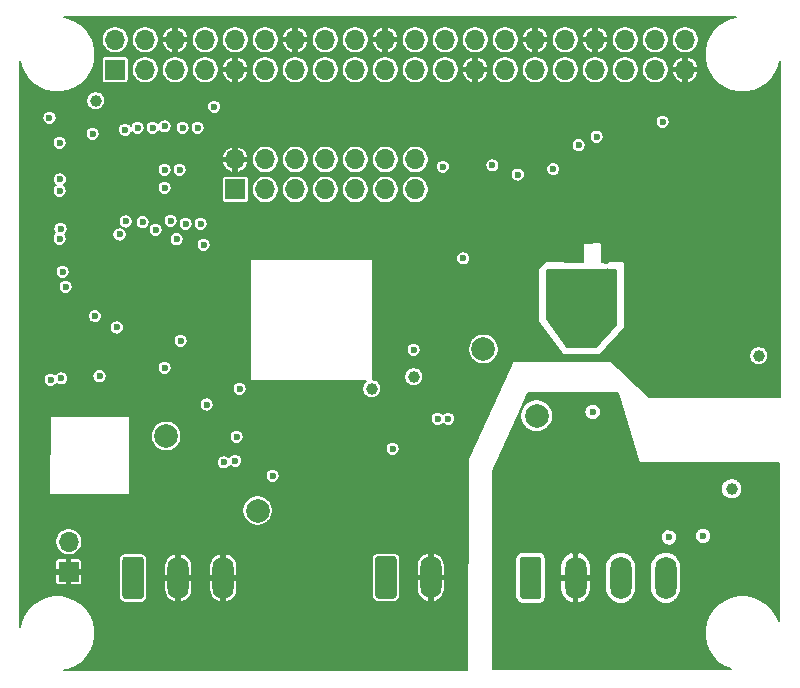
<source format=gbr>
%TF.GenerationSoftware,KiCad,Pcbnew,(5.1.8-0-10_14)*%
%TF.CreationDate,2020-11-27T15:46:17+02:00*%
%TF.ProjectId,SH-RPi,53482d52-5069-42e6-9b69-6361645f7063,revL*%
%TF.SameCoordinates,Original*%
%TF.FileFunction,Copper,L2,Inr*%
%TF.FilePolarity,Positive*%
%FSLAX46Y46*%
G04 Gerber Fmt 4.6, Leading zero omitted, Abs format (unit mm)*
G04 Created by KiCad (PCBNEW (5.1.8-0-10_14)) date 2020-11-27 15:46:17*
%MOMM*%
%LPD*%
G01*
G04 APERTURE LIST*
%TA.AperFunction,ComponentPad*%
%ADD10O,1.800000X3.600000*%
%TD*%
%TA.AperFunction,ComponentPad*%
%ADD11C,2.000000*%
%TD*%
%TA.AperFunction,ComponentPad*%
%ADD12R,1.700000X1.700000*%
%TD*%
%TA.AperFunction,ComponentPad*%
%ADD13O,1.700000X1.700000*%
%TD*%
%TA.AperFunction,ViaPad*%
%ADD14C,0.600000*%
%TD*%
%TA.AperFunction,ViaPad*%
%ADD15C,1.000000*%
%TD*%
%TA.AperFunction,Conductor*%
%ADD16C,0.200000*%
%TD*%
%TA.AperFunction,Conductor*%
%ADD17C,0.150000*%
%TD*%
G04 APERTURE END LIST*
D10*
%TO.N,GND*%
%TO.C,J701*%
X37719000Y-66040000D03*
X33909000Y-66040000D03*
%TO.N,/I/O/Vcap_CONN*%
%TA.AperFunction,ComponentPad*%
G36*
G01*
X29199000Y-67590000D02*
X29199000Y-64490000D01*
G75*
G02*
X29449000Y-64240000I250000J0D01*
G01*
X30749000Y-64240000D01*
G75*
G02*
X30999000Y-64490000I0J-250000D01*
G01*
X30999000Y-67590000D01*
G75*
G02*
X30749000Y-67840000I-250000J0D01*
G01*
X29449000Y-67840000D01*
G75*
G02*
X29199000Y-67590000I0J250000D01*
G01*
G37*
%TD.AperFunction*%
%TD*%
%TO.N,GND*%
%TO.C,J501*%
X55310000Y-66000000D03*
%TO.N,/Protection/Vin*%
%TA.AperFunction,ComponentPad*%
G36*
G01*
X50600000Y-67550000D02*
X50600000Y-64450000D01*
G75*
G02*
X50850000Y-64200000I250000J0D01*
G01*
X52150000Y-64200000D01*
G75*
G02*
X52400000Y-64450000I0J-250000D01*
G01*
X52400000Y-67550000D01*
G75*
G02*
X52150000Y-67800000I-250000J0D01*
G01*
X50850000Y-67800000D01*
G75*
G02*
X50600000Y-67550000I0J250000D01*
G01*
G37*
%TD.AperFunction*%
%TD*%
D11*
%TO.N,/Buck converter/CSAOUT*%
%TO.C,TP302*%
X32893000Y-54038500D03*
%TD*%
%TO.N,/CANbus interface/CAN_5V*%
%TO.C,TP802*%
X64262000Y-52324000D03*
%TD*%
%TO.N,REG3.3V*%
%TO.C,TP301*%
X59753500Y-46672500D03*
%TD*%
D12*
%TO.N,/ATT_Vcc*%
%TO.C,J601*%
X38740000Y-33160000D03*
D13*
%TO.N,GND*%
X38740000Y-30620000D03*
%TO.N,/Control MCU/PB0*%
X41280000Y-33160000D03*
%TO.N,/Control MCU/PA0*%
X41280000Y-30620000D03*
%TO.N,/ATT_LED0*%
X43820000Y-33160000D03*
%TO.N,/Control MCU/VinS*%
X43820000Y-30620000D03*
%TO.N,/Control MCU/RESET*%
X46360000Y-33160000D03*
%TO.N,/Control MCU/VcapS*%
X46360000Y-30620000D03*
%TO.N,/ATT_LED1*%
X48900000Y-33160000D03*
%TO.N,/EN5V*%
X48900000Y-30620000D03*
%TO.N,/ATT_LED2*%
X51440000Y-33160000D03*
%TO.N,/SCL*%
X51440000Y-30620000D03*
%TO.N,/SDA*%
X53980000Y-33160000D03*
%TO.N,/Control MCU/PA5*%
X53980000Y-30620000D03*
%TD*%
D12*
%TO.N,+3V3*%
%TO.C,J702*%
X28573000Y-23012400D03*
D13*
%TO.N,5V*%
X28573000Y-20472400D03*
%TO.N,/SDA*%
X31113000Y-23012400D03*
%TO.N,5V*%
X31113000Y-20472400D03*
%TO.N,/SCL*%
X33653000Y-23012400D03*
%TO.N,GND*%
X33653000Y-20472400D03*
%TO.N,N/C*%
X36193000Y-23012400D03*
X36193000Y-20472400D03*
%TO.N,GND*%
X38733000Y-23012400D03*
%TO.N,N/C*%
X38733000Y-20472400D03*
X41273000Y-23012400D03*
X41273000Y-20472400D03*
X43813000Y-23012400D03*
%TO.N,GND*%
X43813000Y-20472400D03*
%TO.N,N/C*%
X46353000Y-23012400D03*
X46353000Y-20472400D03*
%TO.N,+3V3*%
X48893000Y-23012400D03*
%TO.N,N/C*%
X48893000Y-20472400D03*
%TO.N,/I/O/GPIO10*%
X51433000Y-23012400D03*
%TO.N,GND*%
X51433000Y-20472400D03*
%TO.N,/I/O/GPIO9*%
X53973000Y-23012400D03*
%TO.N,N/C*%
X53973000Y-20472400D03*
%TO.N,/I/O/GPIO11*%
X56513000Y-23012400D03*
%TO.N,N/C*%
X56513000Y-20472400D03*
%TO.N,GND*%
X59053000Y-23012400D03*
%TO.N,N/C*%
X59053000Y-20472400D03*
X61593000Y-23012400D03*
X61593000Y-20472400D03*
%TO.N,/I/O/GPIO5*%
X64133000Y-23012400D03*
%TO.N,GND*%
X64133000Y-20472400D03*
%TO.N,/I/O/GPIO6*%
X66673000Y-23012400D03*
%TO.N,N/C*%
X66673000Y-20472400D03*
X69213000Y-23012400D03*
%TO.N,GND*%
X69213000Y-20472400D03*
%TO.N,N/C*%
X71753000Y-23012400D03*
X71753000Y-20472400D03*
X74293000Y-23012400D03*
X74293000Y-20472400D03*
%TO.N,GND*%
X76833000Y-23012400D03*
%TO.N,N/C*%
X76833000Y-20472400D03*
%TD*%
%TO.N,/CANbus interface/CAN0_12V*%
%TO.C,J801*%
%TA.AperFunction,ComponentPad*%
G36*
G01*
X62854000Y-67590000D02*
X62854000Y-64490000D01*
G75*
G02*
X63104000Y-64240000I250000J0D01*
G01*
X64404000Y-64240000D01*
G75*
G02*
X64654000Y-64490000I0J-250000D01*
G01*
X64654000Y-67590000D01*
G75*
G02*
X64404000Y-67840000I-250000J0D01*
G01*
X63104000Y-67840000D01*
G75*
G02*
X62854000Y-67590000I0J250000D01*
G01*
G37*
%TD.AperFunction*%
D10*
%TO.N,/CANbus interface/CAN0_GND*%
X67564000Y-66040000D03*
%TO.N,/CANbus interface/CAN0_H*%
X71374000Y-66040000D03*
%TO.N,/CANbus interface/CAN0_L*%
X75184000Y-66040000D03*
%TD*%
D12*
%TO.N,GND*%
%TO.C,SW201*%
X24638000Y-65532000D03*
D13*
%TO.N,/Boost converter/ENIN*%
X24638000Y-62992000D03*
%TD*%
D11*
%TO.N,/Vin_prot*%
%TO.C,TP501*%
X40640000Y-60345000D03*
%TD*%
D14*
%TO.N,GND*%
X75755500Y-38862000D03*
X80264000Y-40576500D03*
X77978000Y-44831000D03*
X67297300Y-44030900D03*
X68821300Y-41771898D03*
D15*
X48006000Y-61468000D03*
X48514000Y-55118000D03*
X41656000Y-56134000D03*
X35814000Y-47053500D03*
X36322000Y-58674000D03*
X31242000Y-51054000D03*
D14*
X32512000Y-25908000D03*
X21590000Y-27940002D03*
X21589998Y-32004000D03*
X21590000Y-36068000D03*
X21590000Y-40132000D03*
X21971000Y-49149000D03*
X29210000Y-43180000D03*
X32766000Y-50800000D03*
X34671000Y-37719000D03*
X35179000Y-26924000D03*
X28448000Y-27940000D03*
X69342000Y-31064200D03*
X55880000Y-54991000D03*
X56324500Y-28702000D03*
X21250000Y-67000000D03*
X21250000Y-62000000D03*
X21250000Y-57000000D03*
X21250000Y-52000000D03*
X21250000Y-47000000D03*
X21250000Y-42000000D03*
X21250000Y-37000000D03*
X21250000Y-31000000D03*
X21250000Y-27000000D03*
X21250000Y-24750000D03*
X29750000Y-19000000D03*
X35000000Y-19000000D03*
X40000000Y-19000000D03*
X45250000Y-19000000D03*
X50000000Y-19000000D03*
X55250000Y-19000000D03*
X60000000Y-19000000D03*
X65750000Y-19000000D03*
X70750000Y-19000000D03*
X75500000Y-19000000D03*
X79000000Y-19000000D03*
X84000000Y-25000000D03*
X84328000Y-30000000D03*
X84000000Y-35000000D03*
X84250000Y-40000000D03*
X84000000Y-45000000D03*
X84000000Y-49000000D03*
X65532000Y-46799500D03*
X62250000Y-46750000D03*
X60500000Y-49500000D03*
X58750000Y-53000000D03*
X58000000Y-55250000D03*
X57500000Y-62750000D03*
X57250000Y-67500000D03*
X57250000Y-73000000D03*
X53250000Y-73000000D03*
X49250000Y-73000000D03*
X49149000Y-68453000D03*
X41933000Y-73000000D03*
X33750000Y-73000000D03*
X30250000Y-73000000D03*
X27750000Y-73000000D03*
X26500000Y-68000000D03*
X26500000Y-19250000D03*
X78750000Y-24000000D03*
D15*
X42683000Y-70000000D03*
X46683000Y-70000000D03*
X44683000Y-70000000D03*
D14*
X36381000Y-56750000D03*
D15*
X40500000Y-53250000D03*
X36500000Y-44000000D03*
D14*
X35000000Y-46000000D03*
D15*
X26250000Y-47999996D03*
D14*
X21750000Y-51000000D03*
X27000000Y-61250000D03*
D15*
X32250000Y-47250000D03*
X31500000Y-40750000D03*
X33250000Y-43500000D03*
X26750000Y-29750000D03*
D14*
X60500000Y-39000000D03*
X59750000Y-39750000D03*
D15*
X57500000Y-45750000D03*
X58750000Y-49250000D03*
X56250000Y-50750000D03*
D14*
X25500000Y-45500000D03*
X65775302Y-42381900D03*
X80000000Y-46500000D03*
D15*
X73250000Y-47000000D03*
D14*
X29781500Y-31369000D03*
X26416000Y-33210500D03*
X29527500Y-32829500D03*
X24892000Y-39370000D03*
X26873200Y-37414200D03*
X28892500Y-39751000D03*
X27686000Y-42164000D03*
X24892000Y-42735500D03*
X23050500Y-44577000D03*
X23241000Y-47307500D03*
X24511000Y-50101500D03*
X22047200Y-53111400D03*
X23749000Y-60452000D03*
X39433500Y-58928000D03*
X44513500Y-60071000D03*
X40957500Y-63055500D03*
X43624500Y-54356000D03*
X40259000Y-50101500D03*
X39751000Y-47180500D03*
X39243000Y-41402000D03*
X39243000Y-38925500D03*
X33083500Y-39814500D03*
X33782000Y-36512500D03*
X34671000Y-32639000D03*
X33274000Y-32321500D03*
X28067000Y-26352500D03*
X45974000Y-28956000D03*
X48006000Y-28511500D03*
X50228500Y-28067000D03*
X49974500Y-26416000D03*
X47688500Y-26416000D03*
X45402500Y-26289000D03*
X40830500Y-26289000D03*
X45910500Y-34861500D03*
X47942500Y-35306000D03*
X50165000Y-35687000D03*
X51689000Y-36512500D03*
X47942500Y-38608000D03*
X45847000Y-38608000D03*
X42545000Y-38481000D03*
X59118500Y-28003500D03*
X63627000Y-27686000D03*
X65913000Y-27114500D03*
X68262500Y-27368500D03*
X62547500Y-29718000D03*
X59944000Y-29718000D03*
X65913000Y-28829000D03*
X56134000Y-32702500D03*
X55054500Y-25400000D03*
X56959500Y-24701500D03*
X59880500Y-25844500D03*
X63055500Y-25400000D03*
X58877200Y-34658300D03*
X55943500Y-36258500D03*
X55118000Y-38862000D03*
X50736500Y-46926500D03*
X51244500Y-49022000D03*
X42545000Y-31877000D03*
X47625000Y-31877000D03*
X36639500Y-32004000D03*
X31750000Y-56362600D03*
X37655500Y-54292500D03*
X37592000Y-49022000D03*
X36195000Y-48387000D03*
X35052000Y-44323000D03*
X35115500Y-39878000D03*
X32702500Y-52260500D03*
D15*
X42250000Y-51509510D03*
D14*
X44450000Y-49720500D03*
X42164000Y-49784000D03*
X44577000Y-57277000D03*
X46291500Y-58229500D03*
X51625500Y-60261500D03*
X55054500Y-60515500D03*
X54991000Y-57467500D03*
X47053500Y-64643000D03*
X36893500Y-60261500D03*
X35687000Y-61785500D03*
X62814200Y-36982400D03*
X64122300Y-44919900D03*
X70218300Y-44919900D03*
X70472300Y-43014900D03*
X74993500Y-25527000D03*
X70726300Y-40220900D03*
X67666800Y-41987400D03*
X67487800Y-46062900D03*
X36855487Y-56134000D03*
X70637400Y-38519100D03*
X72500000Y-48250000D03*
X72644000Y-38100000D03*
X69850000Y-36195000D03*
X65913000Y-36195000D03*
X67056000Y-37211000D03*
X74231500Y-37084000D03*
X62992000Y-34861500D03*
X66992500Y-34417000D03*
X64960500Y-34163000D03*
X70548500Y-34353500D03*
X68262500Y-30416500D03*
X61341000Y-27876500D03*
X74241490Y-48514000D03*
X75692000Y-48069500D03*
X77851000Y-48641000D03*
X75120500Y-50165000D03*
X78676500Y-50292000D03*
X73025000Y-41402000D03*
X72961500Y-32194500D03*
X75628500Y-29591000D03*
X71564500Y-27051000D03*
X71564500Y-29083000D03*
D15*
X60833000Y-34036000D03*
D14*
X27749500Y-44069000D03*
X37500000Y-73000000D03*
X47000000Y-73000000D03*
X27562996Y-49780000D03*
X26416000Y-36118800D03*
D15*
X29527500Y-62166500D03*
D14*
%TO.N,/Buck converter/FB*%
X41910000Y-57404000D03*
X52070000Y-55118000D03*
%TO.N,/ATT_Vcc*%
X58039000Y-38989000D03*
%TO.N,/EN5V*%
X32766000Y-27813186D03*
X23876000Y-33274000D03*
X32766000Y-31496000D03*
X28711331Y-44840331D03*
%TO.N,/SCL*%
X34290000Y-27940000D03*
%TO.N,/SDA*%
X35814000Y-36068000D03*
%TO.N,/ATT_LED1*%
X33274000Y-35814000D03*
X23876000Y-37338000D03*
X32766000Y-33020000D03*
%TO.N,/ATT_LED0*%
X30906246Y-35930857D03*
X24384000Y-41402000D03*
%TO.N,/RTC/VBAT*%
X74930000Y-27432000D03*
X60515500Y-31115000D03*
D15*
%TO.N,5V*%
X26924000Y-25654000D03*
D14*
%TO.N,/CS0*%
X65659000Y-31432500D03*
X67818000Y-29400500D03*
%TO.N,REG3.3V*%
X53848000Y-46736000D03*
X34120098Y-45977778D03*
%TO.N,/ATT_LED2*%
X34544000Y-36068000D03*
X34036000Y-31496000D03*
X23876000Y-29210000D03*
%TO.N,/Boost converter/ENIN*%
X27254200Y-48971200D03*
%TO.N,/Buck converter/Vout*%
X55880000Y-52578000D03*
X39116000Y-50037994D03*
%TO.N,/Buck converter/CSAOUT*%
X36322000Y-51371500D03*
X38862000Y-54102000D03*
D15*
%TO.N,/Vin_prot*%
X53848000Y-49022000D03*
X50292000Y-50038000D03*
%TO.N,/CANbus interface/CAN0_GND*%
X75184000Y-57658000D03*
D14*
X75438000Y-59309000D03*
X75692000Y-61849000D03*
X71120000Y-52070000D03*
X66040000Y-52959000D03*
X63119000Y-57150000D03*
D15*
X80137000Y-60706000D03*
D14*
X61250000Y-68500000D03*
X84000000Y-57250000D03*
X80500000Y-57250000D03*
X71250000Y-53500000D03*
X62250000Y-54500000D03*
X61500000Y-56500000D03*
X61250000Y-60250000D03*
X61250000Y-65750000D03*
X61250000Y-71000000D03*
X61250000Y-73500000D03*
X64250000Y-73500000D03*
X68500000Y-73500000D03*
X72750000Y-73500000D03*
X77000000Y-73500000D03*
X79000000Y-73500000D03*
X78750000Y-68000000D03*
X84250000Y-67750000D03*
X84250000Y-63000000D03*
X84250000Y-60000000D03*
D15*
X71500000Y-61500000D03*
X70250000Y-61500000D03*
X71500000Y-57500000D03*
X70250000Y-57500000D03*
X70500000Y-55500000D03*
D14*
X66040000Y-61849000D03*
X67754500Y-56959500D03*
X65532000Y-54419500D03*
X73977500Y-63309500D03*
X77851000Y-64325500D03*
X77406500Y-60833000D03*
X80772000Y-62560200D03*
X77914500Y-57467500D03*
D15*
%TO.N,/CANbus interface/CAN_5V*%
X80772000Y-58500000D03*
D14*
X69000000Y-52000000D03*
%TO.N,/Control MCU/PB0*%
X29464000Y-35868998D03*
%TO.N,/Control MCU/PA0*%
X29411016Y-28108978D03*
%TO.N,/Control MCU/RESET*%
X32004000Y-36576000D03*
%TO.N,/Control MCU/VcapS*%
X31750000Y-27940000D03*
X23114000Y-49276000D03*
%TO.N,/Control MCU/PA5*%
X35560000Y-27940000D03*
%TO.N,/CANbus interface/CAN0_H*%
X75469237Y-62617373D03*
X78358996Y-62484000D03*
D15*
%TO.N,+3V3*%
X83058000Y-47244000D03*
D14*
X24130000Y-40132000D03*
X24003000Y-49149000D03*
X32766000Y-48260000D03*
X36957000Y-26162000D03*
X26670000Y-28448000D03*
X56769000Y-52578000D03*
X38735000Y-56134000D03*
X56324500Y-31242000D03*
X28952154Y-36968989D03*
X36068000Y-37846000D03*
X62664510Y-31904811D03*
X69342000Y-28694010D03*
X26860500Y-43878500D03*
X23952200Y-36499800D03*
X23901400Y-32308800D03*
X23012400Y-27101800D03*
%TO.N,/Control MCU/VinS*%
X30480000Y-27940000D03*
X33782000Y-37376013D03*
X37782500Y-56261000D03*
%TD*%
D16*
%TO.N,GND*%
X80757595Y-18652175D02*
X80175232Y-18893397D01*
X79651119Y-19243598D01*
X79205398Y-19689319D01*
X78855197Y-20213432D01*
X78613975Y-20795795D01*
X78491000Y-21414028D01*
X78491000Y-22044372D01*
X78613975Y-22662605D01*
X78855197Y-23244968D01*
X79205398Y-23769081D01*
X79651119Y-24214802D01*
X80175232Y-24565003D01*
X80757595Y-24806225D01*
X81375828Y-24929200D01*
X82006172Y-24929200D01*
X82624405Y-24806225D01*
X83206768Y-24565003D01*
X83730881Y-24214802D01*
X84176602Y-23769081D01*
X84526803Y-23244968D01*
X84768025Y-22662605D01*
X84841000Y-22295737D01*
X84841001Y-50700000D01*
X73789574Y-50700000D01*
X70568431Y-47677081D01*
X70552891Y-47665132D01*
X70535318Y-47656444D01*
X70516387Y-47651352D01*
X70499975Y-47650000D01*
X62356975Y-47652000D01*
X62337467Y-47653926D01*
X62318709Y-47659621D01*
X62301423Y-47668867D01*
X62286272Y-47681307D01*
X62273839Y-47696463D01*
X62266284Y-47709922D01*
X58440534Y-55957922D01*
X58434068Y-55976429D01*
X58431250Y-55999828D01*
X58400550Y-73879200D01*
X24257537Y-73879200D01*
X24624405Y-73806225D01*
X25206768Y-73565003D01*
X25730881Y-73214802D01*
X26176602Y-72769081D01*
X26526803Y-72244968D01*
X26768025Y-71662605D01*
X26891000Y-71044372D01*
X26891000Y-70414028D01*
X26768025Y-69795795D01*
X26526803Y-69213432D01*
X26176602Y-68689319D01*
X25730881Y-68243598D01*
X25206768Y-67893397D01*
X24624405Y-67652175D01*
X24006172Y-67529200D01*
X23375828Y-67529200D01*
X22757595Y-67652175D01*
X22175232Y-67893397D01*
X21651119Y-68243598D01*
X21205398Y-68689319D01*
X20855197Y-69213432D01*
X20613975Y-69795795D01*
X20541000Y-70162663D01*
X20541000Y-66382000D01*
X23486548Y-66382000D01*
X23492340Y-66440810D01*
X23509495Y-66497361D01*
X23537352Y-66549478D01*
X23574841Y-66595159D01*
X23620522Y-66632648D01*
X23672639Y-66660505D01*
X23729190Y-66677660D01*
X23788000Y-66683452D01*
X24413000Y-66682000D01*
X24488000Y-66607000D01*
X24488000Y-65682000D01*
X24788000Y-65682000D01*
X24788000Y-66607000D01*
X24863000Y-66682000D01*
X25488000Y-66683452D01*
X25546810Y-66677660D01*
X25603361Y-66660505D01*
X25655478Y-66632648D01*
X25701159Y-66595159D01*
X25738648Y-66549478D01*
X25766505Y-66497361D01*
X25783660Y-66440810D01*
X25789452Y-66382000D01*
X25788000Y-65757000D01*
X25713000Y-65682000D01*
X24788000Y-65682000D01*
X24488000Y-65682000D01*
X23563000Y-65682000D01*
X23488000Y-65757000D01*
X23486548Y-66382000D01*
X20541000Y-66382000D01*
X20541000Y-64682000D01*
X23486548Y-64682000D01*
X23488000Y-65307000D01*
X23563000Y-65382000D01*
X24488000Y-65382000D01*
X24488000Y-64457000D01*
X24788000Y-64457000D01*
X24788000Y-65382000D01*
X25713000Y-65382000D01*
X25788000Y-65307000D01*
X25789452Y-64682000D01*
X25783660Y-64623190D01*
X25766505Y-64566639D01*
X25738648Y-64514522D01*
X25718524Y-64490000D01*
X28897549Y-64490000D01*
X28897549Y-67590000D01*
X28908145Y-67697583D01*
X28939526Y-67801031D01*
X28990485Y-67896370D01*
X29059065Y-67979935D01*
X29142630Y-68048515D01*
X29237969Y-68099474D01*
X29341417Y-68130855D01*
X29449000Y-68141451D01*
X30749000Y-68141451D01*
X30856583Y-68130855D01*
X30960031Y-68099474D01*
X31055370Y-68048515D01*
X31138935Y-67979935D01*
X31207515Y-67896370D01*
X31258474Y-67801031D01*
X31289855Y-67697583D01*
X31300451Y-67590000D01*
X31300451Y-66190000D01*
X32709000Y-66190000D01*
X32709000Y-67090000D01*
X32761321Y-67321226D01*
X32857747Y-67537802D01*
X32994572Y-67731405D01*
X33166538Y-67894594D01*
X33367036Y-68021099D01*
X33574598Y-68092465D01*
X33759000Y-68054955D01*
X33759000Y-66190000D01*
X34059000Y-66190000D01*
X34059000Y-68054955D01*
X34243402Y-68092465D01*
X34450964Y-68021099D01*
X34651462Y-67894594D01*
X34823428Y-67731405D01*
X34960253Y-67537802D01*
X35056679Y-67321226D01*
X35109000Y-67090000D01*
X35109000Y-66190000D01*
X36519000Y-66190000D01*
X36519000Y-67090000D01*
X36571321Y-67321226D01*
X36667747Y-67537802D01*
X36804572Y-67731405D01*
X36976538Y-67894594D01*
X37177036Y-68021099D01*
X37384598Y-68092465D01*
X37569000Y-68054955D01*
X37569000Y-66190000D01*
X37869000Y-66190000D01*
X37869000Y-68054955D01*
X38053402Y-68092465D01*
X38260964Y-68021099D01*
X38461462Y-67894594D01*
X38633428Y-67731405D01*
X38770253Y-67537802D01*
X38866679Y-67321226D01*
X38919000Y-67090000D01*
X38919000Y-66190000D01*
X37869000Y-66190000D01*
X37569000Y-66190000D01*
X36519000Y-66190000D01*
X35109000Y-66190000D01*
X34059000Y-66190000D01*
X33759000Y-66190000D01*
X32709000Y-66190000D01*
X31300451Y-66190000D01*
X31300451Y-64990000D01*
X32709000Y-64990000D01*
X32709000Y-65890000D01*
X33759000Y-65890000D01*
X33759000Y-64025045D01*
X34059000Y-64025045D01*
X34059000Y-65890000D01*
X35109000Y-65890000D01*
X35109000Y-64990000D01*
X36519000Y-64990000D01*
X36519000Y-65890000D01*
X37569000Y-65890000D01*
X37569000Y-64025045D01*
X37869000Y-64025045D01*
X37869000Y-65890000D01*
X38919000Y-65890000D01*
X38919000Y-64990000D01*
X38866679Y-64758774D01*
X38770253Y-64542198D01*
X38705094Y-64450000D01*
X50298549Y-64450000D01*
X50298549Y-67550000D01*
X50309145Y-67657583D01*
X50340526Y-67761031D01*
X50391485Y-67856370D01*
X50460065Y-67939935D01*
X50543630Y-68008515D01*
X50638969Y-68059474D01*
X50742417Y-68090855D01*
X50850000Y-68101451D01*
X52150000Y-68101451D01*
X52257583Y-68090855D01*
X52361031Y-68059474D01*
X52456370Y-68008515D01*
X52539935Y-67939935D01*
X52608515Y-67856370D01*
X52659474Y-67761031D01*
X52690855Y-67657583D01*
X52701451Y-67550000D01*
X52701451Y-66150000D01*
X54110000Y-66150000D01*
X54110000Y-67050000D01*
X54162321Y-67281226D01*
X54258747Y-67497802D01*
X54395572Y-67691405D01*
X54567538Y-67854594D01*
X54768036Y-67981099D01*
X54975598Y-68052465D01*
X55160000Y-68014955D01*
X55160000Y-66150000D01*
X55460000Y-66150000D01*
X55460000Y-68014955D01*
X55644402Y-68052465D01*
X55851964Y-67981099D01*
X56052462Y-67854594D01*
X56224428Y-67691405D01*
X56361253Y-67497802D01*
X56457679Y-67281226D01*
X56510000Y-67050000D01*
X56510000Y-66150000D01*
X55460000Y-66150000D01*
X55160000Y-66150000D01*
X54110000Y-66150000D01*
X52701451Y-66150000D01*
X52701451Y-64950000D01*
X54110000Y-64950000D01*
X54110000Y-65850000D01*
X55160000Y-65850000D01*
X55160000Y-63985045D01*
X55460000Y-63985045D01*
X55460000Y-65850000D01*
X56510000Y-65850000D01*
X56510000Y-64950000D01*
X56457679Y-64718774D01*
X56361253Y-64502198D01*
X56224428Y-64308595D01*
X56052462Y-64145406D01*
X55851964Y-64018901D01*
X55644402Y-63947535D01*
X55460000Y-63985045D01*
X55160000Y-63985045D01*
X54975598Y-63947535D01*
X54768036Y-64018901D01*
X54567538Y-64145406D01*
X54395572Y-64308595D01*
X54258747Y-64502198D01*
X54162321Y-64718774D01*
X54110000Y-64950000D01*
X52701451Y-64950000D01*
X52701451Y-64450000D01*
X52690855Y-64342417D01*
X52659474Y-64238969D01*
X52608515Y-64143630D01*
X52539935Y-64060065D01*
X52456370Y-63991485D01*
X52361031Y-63940526D01*
X52257583Y-63909145D01*
X52150000Y-63898549D01*
X50850000Y-63898549D01*
X50742417Y-63909145D01*
X50638969Y-63940526D01*
X50543630Y-63991485D01*
X50460065Y-64060065D01*
X50391485Y-64143630D01*
X50340526Y-64238969D01*
X50309145Y-64342417D01*
X50298549Y-64450000D01*
X38705094Y-64450000D01*
X38633428Y-64348595D01*
X38461462Y-64185406D01*
X38260964Y-64058901D01*
X38053402Y-63987535D01*
X37869000Y-64025045D01*
X37569000Y-64025045D01*
X37384598Y-63987535D01*
X37177036Y-64058901D01*
X36976538Y-64185406D01*
X36804572Y-64348595D01*
X36667747Y-64542198D01*
X36571321Y-64758774D01*
X36519000Y-64990000D01*
X35109000Y-64990000D01*
X35056679Y-64758774D01*
X34960253Y-64542198D01*
X34823428Y-64348595D01*
X34651462Y-64185406D01*
X34450964Y-64058901D01*
X34243402Y-63987535D01*
X34059000Y-64025045D01*
X33759000Y-64025045D01*
X33574598Y-63987535D01*
X33367036Y-64058901D01*
X33166538Y-64185406D01*
X32994572Y-64348595D01*
X32857747Y-64542198D01*
X32761321Y-64758774D01*
X32709000Y-64990000D01*
X31300451Y-64990000D01*
X31300451Y-64490000D01*
X31289855Y-64382417D01*
X31258474Y-64278969D01*
X31207515Y-64183630D01*
X31138935Y-64100065D01*
X31055370Y-64031485D01*
X30960031Y-63980526D01*
X30856583Y-63949145D01*
X30749000Y-63938549D01*
X29449000Y-63938549D01*
X29341417Y-63949145D01*
X29237969Y-63980526D01*
X29142630Y-64031485D01*
X29059065Y-64100065D01*
X28990485Y-64183630D01*
X28939526Y-64278969D01*
X28908145Y-64382417D01*
X28897549Y-64490000D01*
X25718524Y-64490000D01*
X25701159Y-64468841D01*
X25655478Y-64431352D01*
X25603361Y-64403495D01*
X25546810Y-64386340D01*
X25488000Y-64380548D01*
X24863000Y-64382000D01*
X24788000Y-64457000D01*
X24488000Y-64457000D01*
X24413000Y-64382000D01*
X23788000Y-64380548D01*
X23729190Y-64386340D01*
X23672639Y-64403495D01*
X23620522Y-64431352D01*
X23574841Y-64468841D01*
X23537352Y-64514522D01*
X23509495Y-64566639D01*
X23492340Y-64623190D01*
X23486548Y-64682000D01*
X20541000Y-64682000D01*
X20541000Y-62878735D01*
X23488000Y-62878735D01*
X23488000Y-63105265D01*
X23532194Y-63327443D01*
X23618884Y-63536729D01*
X23744737Y-63725082D01*
X23904918Y-63885263D01*
X24093271Y-64011116D01*
X24302557Y-64097806D01*
X24524735Y-64142000D01*
X24751265Y-64142000D01*
X24973443Y-64097806D01*
X25182729Y-64011116D01*
X25371082Y-63885263D01*
X25531263Y-63725082D01*
X25657116Y-63536729D01*
X25743806Y-63327443D01*
X25788000Y-63105265D01*
X25788000Y-62878735D01*
X25743806Y-62656557D01*
X25657116Y-62447271D01*
X25531263Y-62258918D01*
X25371082Y-62098737D01*
X25182729Y-61972884D01*
X24973443Y-61886194D01*
X24751265Y-61842000D01*
X24524735Y-61842000D01*
X24302557Y-61886194D01*
X24093271Y-61972884D01*
X23904918Y-62098737D01*
X23744737Y-62258918D01*
X23618884Y-62447271D01*
X23532194Y-62656557D01*
X23488000Y-62878735D01*
X20541000Y-62878735D01*
X20541000Y-60216961D01*
X39340000Y-60216961D01*
X39340000Y-60473039D01*
X39389958Y-60724196D01*
X39487955Y-60960781D01*
X39630224Y-61173702D01*
X39811298Y-61354776D01*
X40024219Y-61497045D01*
X40260804Y-61595042D01*
X40511961Y-61645000D01*
X40768039Y-61645000D01*
X41019196Y-61595042D01*
X41255781Y-61497045D01*
X41468702Y-61354776D01*
X41649776Y-61173702D01*
X41792045Y-60960781D01*
X41890042Y-60724196D01*
X41940000Y-60473039D01*
X41940000Y-60216961D01*
X41890042Y-59965804D01*
X41792045Y-59729219D01*
X41649776Y-59516298D01*
X41468702Y-59335224D01*
X41255781Y-59192955D01*
X41019196Y-59094958D01*
X40768039Y-59045000D01*
X40511961Y-59045000D01*
X40260804Y-59094958D01*
X40024219Y-59192955D01*
X39811298Y-59335224D01*
X39630224Y-59516298D01*
X39487955Y-59729219D01*
X39389958Y-59965804D01*
X39340000Y-60216961D01*
X20541000Y-60216961D01*
X20541000Y-58927804D01*
X23014000Y-58927804D01*
X23015921Y-58947509D01*
X23021612Y-58966268D01*
X23030853Y-58983557D01*
X23043289Y-58998711D01*
X23058443Y-59011147D01*
X23075732Y-59020388D01*
X23094491Y-59026079D01*
X23114000Y-59028000D01*
X29743400Y-59028000D01*
X29762717Y-59026117D01*
X29781487Y-59020463D01*
X29798794Y-59011256D01*
X29813972Y-58998849D01*
X29826438Y-58983720D01*
X29835713Y-58966449D01*
X29841440Y-58947701D01*
X29843400Y-58928196D01*
X29846504Y-57344905D01*
X41310000Y-57344905D01*
X41310000Y-57463095D01*
X41333058Y-57579014D01*
X41378287Y-57688207D01*
X41443950Y-57786478D01*
X41527522Y-57870050D01*
X41625793Y-57935713D01*
X41734986Y-57980942D01*
X41850905Y-58004000D01*
X41969095Y-58004000D01*
X42085014Y-57980942D01*
X42194207Y-57935713D01*
X42292478Y-57870050D01*
X42376050Y-57786478D01*
X42441713Y-57688207D01*
X42486942Y-57579014D01*
X42510000Y-57463095D01*
X42510000Y-57344905D01*
X42486942Y-57228986D01*
X42441713Y-57119793D01*
X42376050Y-57021522D01*
X42292478Y-56937950D01*
X42194207Y-56872287D01*
X42085014Y-56827058D01*
X41969095Y-56804000D01*
X41850905Y-56804000D01*
X41734986Y-56827058D01*
X41625793Y-56872287D01*
X41527522Y-56937950D01*
X41443950Y-57021522D01*
X41378287Y-57119793D01*
X41333058Y-57228986D01*
X41310000Y-57344905D01*
X29846504Y-57344905D01*
X29848745Y-56201905D01*
X37182500Y-56201905D01*
X37182500Y-56320095D01*
X37205558Y-56436014D01*
X37250787Y-56545207D01*
X37316450Y-56643478D01*
X37400022Y-56727050D01*
X37498293Y-56792713D01*
X37607486Y-56837942D01*
X37723405Y-56861000D01*
X37841595Y-56861000D01*
X37957514Y-56837942D01*
X38066707Y-56792713D01*
X38164978Y-56727050D01*
X38248550Y-56643478D01*
X38307590Y-56555118D01*
X38352522Y-56600050D01*
X38450793Y-56665713D01*
X38559986Y-56710942D01*
X38675905Y-56734000D01*
X38794095Y-56734000D01*
X38910014Y-56710942D01*
X39019207Y-56665713D01*
X39117478Y-56600050D01*
X39201050Y-56516478D01*
X39266713Y-56418207D01*
X39311942Y-56309014D01*
X39335000Y-56193095D01*
X39335000Y-56074905D01*
X39311942Y-55958986D01*
X39266713Y-55849793D01*
X39201050Y-55751522D01*
X39117478Y-55667950D01*
X39019207Y-55602287D01*
X38910014Y-55557058D01*
X38794095Y-55534000D01*
X38675905Y-55534000D01*
X38559986Y-55557058D01*
X38450793Y-55602287D01*
X38352522Y-55667950D01*
X38268950Y-55751522D01*
X38209910Y-55839882D01*
X38164978Y-55794950D01*
X38066707Y-55729287D01*
X37957514Y-55684058D01*
X37841595Y-55661000D01*
X37723405Y-55661000D01*
X37607486Y-55684058D01*
X37498293Y-55729287D01*
X37400022Y-55794950D01*
X37316450Y-55878522D01*
X37250787Y-55976793D01*
X37205558Y-56085986D01*
X37182500Y-56201905D01*
X29848745Y-56201905D01*
X29853238Y-53910461D01*
X31593000Y-53910461D01*
X31593000Y-54166539D01*
X31642958Y-54417696D01*
X31740955Y-54654281D01*
X31883224Y-54867202D01*
X32064298Y-55048276D01*
X32277219Y-55190545D01*
X32513804Y-55288542D01*
X32764961Y-55338500D01*
X33021039Y-55338500D01*
X33272196Y-55288542D01*
X33508781Y-55190545D01*
X33705794Y-55058905D01*
X51470000Y-55058905D01*
X51470000Y-55177095D01*
X51493058Y-55293014D01*
X51538287Y-55402207D01*
X51603950Y-55500478D01*
X51687522Y-55584050D01*
X51785793Y-55649713D01*
X51894986Y-55694942D01*
X52010905Y-55718000D01*
X52129095Y-55718000D01*
X52245014Y-55694942D01*
X52354207Y-55649713D01*
X52452478Y-55584050D01*
X52536050Y-55500478D01*
X52601713Y-55402207D01*
X52646942Y-55293014D01*
X52670000Y-55177095D01*
X52670000Y-55058905D01*
X52646942Y-54942986D01*
X52601713Y-54833793D01*
X52536050Y-54735522D01*
X52452478Y-54651950D01*
X52354207Y-54586287D01*
X52245014Y-54541058D01*
X52129095Y-54518000D01*
X52010905Y-54518000D01*
X51894986Y-54541058D01*
X51785793Y-54586287D01*
X51687522Y-54651950D01*
X51603950Y-54735522D01*
X51538287Y-54833793D01*
X51493058Y-54942986D01*
X51470000Y-55058905D01*
X33705794Y-55058905D01*
X33721702Y-55048276D01*
X33902776Y-54867202D01*
X34045045Y-54654281D01*
X34143042Y-54417696D01*
X34193000Y-54166539D01*
X34193000Y-54042905D01*
X38262000Y-54042905D01*
X38262000Y-54161095D01*
X38285058Y-54277014D01*
X38330287Y-54386207D01*
X38395950Y-54484478D01*
X38479522Y-54568050D01*
X38577793Y-54633713D01*
X38686986Y-54678942D01*
X38802905Y-54702000D01*
X38921095Y-54702000D01*
X39037014Y-54678942D01*
X39146207Y-54633713D01*
X39244478Y-54568050D01*
X39328050Y-54484478D01*
X39393713Y-54386207D01*
X39438942Y-54277014D01*
X39462000Y-54161095D01*
X39462000Y-54042905D01*
X39438942Y-53926986D01*
X39393713Y-53817793D01*
X39328050Y-53719522D01*
X39244478Y-53635950D01*
X39146207Y-53570287D01*
X39037014Y-53525058D01*
X38921095Y-53502000D01*
X38802905Y-53502000D01*
X38686986Y-53525058D01*
X38577793Y-53570287D01*
X38479522Y-53635950D01*
X38395950Y-53719522D01*
X38330287Y-53817793D01*
X38285058Y-53926986D01*
X38262000Y-54042905D01*
X34193000Y-54042905D01*
X34193000Y-53910461D01*
X34143042Y-53659304D01*
X34045045Y-53422719D01*
X33902776Y-53209798D01*
X33721702Y-53028724D01*
X33508781Y-52886455D01*
X33272196Y-52788458D01*
X33021039Y-52738500D01*
X32764961Y-52738500D01*
X32513804Y-52788458D01*
X32277219Y-52886455D01*
X32064298Y-53028724D01*
X31883224Y-53209798D01*
X31740955Y-53422719D01*
X31642958Y-53659304D01*
X31593000Y-53910461D01*
X29853238Y-53910461D01*
X29855967Y-52518905D01*
X55280000Y-52518905D01*
X55280000Y-52637095D01*
X55303058Y-52753014D01*
X55348287Y-52862207D01*
X55413950Y-52960478D01*
X55497522Y-53044050D01*
X55595793Y-53109713D01*
X55704986Y-53154942D01*
X55820905Y-53178000D01*
X55939095Y-53178000D01*
X56055014Y-53154942D01*
X56164207Y-53109713D01*
X56262478Y-53044050D01*
X56324500Y-52982028D01*
X56386522Y-53044050D01*
X56484793Y-53109713D01*
X56593986Y-53154942D01*
X56709905Y-53178000D01*
X56828095Y-53178000D01*
X56944014Y-53154942D01*
X57053207Y-53109713D01*
X57151478Y-53044050D01*
X57235050Y-52960478D01*
X57300713Y-52862207D01*
X57345942Y-52753014D01*
X57369000Y-52637095D01*
X57369000Y-52518905D01*
X57345942Y-52402986D01*
X57300713Y-52293793D01*
X57235050Y-52195522D01*
X57151478Y-52111950D01*
X57053207Y-52046287D01*
X56944014Y-52001058D01*
X56828095Y-51978000D01*
X56709905Y-51978000D01*
X56593986Y-52001058D01*
X56484793Y-52046287D01*
X56386522Y-52111950D01*
X56324500Y-52173972D01*
X56262478Y-52111950D01*
X56164207Y-52046287D01*
X56055014Y-52001058D01*
X55939095Y-51978000D01*
X55820905Y-51978000D01*
X55704986Y-52001058D01*
X55595793Y-52046287D01*
X55497522Y-52111950D01*
X55413950Y-52195522D01*
X55348287Y-52293793D01*
X55303058Y-52402986D01*
X55280000Y-52518905D01*
X29855967Y-52518905D01*
X29856100Y-52451196D01*
X29854179Y-52431491D01*
X29848488Y-52412732D01*
X29839247Y-52395443D01*
X29826811Y-52380289D01*
X29811657Y-52367853D01*
X29794368Y-52358612D01*
X29775609Y-52352921D01*
X29756100Y-52351000D01*
X23126700Y-52351000D01*
X23107383Y-52352883D01*
X23088613Y-52358537D01*
X23071306Y-52367744D01*
X23056128Y-52380151D01*
X23043662Y-52395280D01*
X23034387Y-52412551D01*
X23028660Y-52431299D01*
X23026700Y-52450804D01*
X23014000Y-58927804D01*
X20541000Y-58927804D01*
X20541000Y-51312405D01*
X35722000Y-51312405D01*
X35722000Y-51430595D01*
X35745058Y-51546514D01*
X35790287Y-51655707D01*
X35855950Y-51753978D01*
X35939522Y-51837550D01*
X36037793Y-51903213D01*
X36146986Y-51948442D01*
X36262905Y-51971500D01*
X36381095Y-51971500D01*
X36497014Y-51948442D01*
X36606207Y-51903213D01*
X36704478Y-51837550D01*
X36788050Y-51753978D01*
X36853713Y-51655707D01*
X36898942Y-51546514D01*
X36922000Y-51430595D01*
X36922000Y-51312405D01*
X36898942Y-51196486D01*
X36853713Y-51087293D01*
X36788050Y-50989022D01*
X36704478Y-50905450D01*
X36606207Y-50839787D01*
X36497014Y-50794558D01*
X36381095Y-50771500D01*
X36262905Y-50771500D01*
X36146986Y-50794558D01*
X36037793Y-50839787D01*
X35939522Y-50905450D01*
X35855950Y-50989022D01*
X35790287Y-51087293D01*
X35745058Y-51196486D01*
X35722000Y-51312405D01*
X20541000Y-51312405D01*
X20541000Y-49978899D01*
X38516000Y-49978899D01*
X38516000Y-50097089D01*
X38539058Y-50213008D01*
X38584287Y-50322201D01*
X38649950Y-50420472D01*
X38733522Y-50504044D01*
X38831793Y-50569707D01*
X38940986Y-50614936D01*
X39056905Y-50637994D01*
X39175095Y-50637994D01*
X39291014Y-50614936D01*
X39400207Y-50569707D01*
X39498478Y-50504044D01*
X39582050Y-50420472D01*
X39647713Y-50322201D01*
X39692942Y-50213008D01*
X39716000Y-50097089D01*
X39716000Y-49978899D01*
X39692942Y-49862980D01*
X39647713Y-49753787D01*
X39582050Y-49655516D01*
X39498478Y-49571944D01*
X39400207Y-49506281D01*
X39291014Y-49461052D01*
X39175095Y-49437994D01*
X39056905Y-49437994D01*
X38940986Y-49461052D01*
X38831793Y-49506281D01*
X38733522Y-49571944D01*
X38649950Y-49655516D01*
X38584287Y-49753787D01*
X38539058Y-49862980D01*
X38516000Y-49978899D01*
X20541000Y-49978899D01*
X20541000Y-49216905D01*
X22514000Y-49216905D01*
X22514000Y-49335095D01*
X22537058Y-49451014D01*
X22582287Y-49560207D01*
X22647950Y-49658478D01*
X22731522Y-49742050D01*
X22829793Y-49807713D01*
X22938986Y-49852942D01*
X23054905Y-49876000D01*
X23173095Y-49876000D01*
X23289014Y-49852942D01*
X23398207Y-49807713D01*
X23496478Y-49742050D01*
X23580050Y-49658478D01*
X23613656Y-49608184D01*
X23620522Y-49615050D01*
X23718793Y-49680713D01*
X23827986Y-49725942D01*
X23943905Y-49749000D01*
X24062095Y-49749000D01*
X24178014Y-49725942D01*
X24287207Y-49680713D01*
X24385478Y-49615050D01*
X24469050Y-49531478D01*
X24534713Y-49433207D01*
X24579942Y-49324014D01*
X24603000Y-49208095D01*
X24603000Y-49089905D01*
X24579942Y-48973986D01*
X24554311Y-48912105D01*
X26654200Y-48912105D01*
X26654200Y-49030295D01*
X26677258Y-49146214D01*
X26722487Y-49255407D01*
X26788150Y-49353678D01*
X26871722Y-49437250D01*
X26969993Y-49502913D01*
X27079186Y-49548142D01*
X27195105Y-49571200D01*
X27313295Y-49571200D01*
X27429214Y-49548142D01*
X27538407Y-49502913D01*
X27636678Y-49437250D01*
X27720250Y-49353678D01*
X27785913Y-49255407D01*
X27831142Y-49146214D01*
X27854200Y-49030295D01*
X27854200Y-48912105D01*
X27831142Y-48796186D01*
X27785913Y-48686993D01*
X27720250Y-48588722D01*
X27636678Y-48505150D01*
X27538407Y-48439487D01*
X27429214Y-48394258D01*
X27313295Y-48371200D01*
X27195105Y-48371200D01*
X27079186Y-48394258D01*
X26969993Y-48439487D01*
X26871722Y-48505150D01*
X26788150Y-48588722D01*
X26722487Y-48686993D01*
X26677258Y-48796186D01*
X26654200Y-48912105D01*
X24554311Y-48912105D01*
X24534713Y-48864793D01*
X24469050Y-48766522D01*
X24385478Y-48682950D01*
X24287207Y-48617287D01*
X24178014Y-48572058D01*
X24062095Y-48549000D01*
X23943905Y-48549000D01*
X23827986Y-48572058D01*
X23718793Y-48617287D01*
X23620522Y-48682950D01*
X23536950Y-48766522D01*
X23503344Y-48816816D01*
X23496478Y-48809950D01*
X23398207Y-48744287D01*
X23289014Y-48699058D01*
X23173095Y-48676000D01*
X23054905Y-48676000D01*
X22938986Y-48699058D01*
X22829793Y-48744287D01*
X22731522Y-48809950D01*
X22647950Y-48893522D01*
X22582287Y-48991793D01*
X22537058Y-49100986D01*
X22514000Y-49216905D01*
X20541000Y-49216905D01*
X20541000Y-48200905D01*
X32166000Y-48200905D01*
X32166000Y-48319095D01*
X32189058Y-48435014D01*
X32234287Y-48544207D01*
X32299950Y-48642478D01*
X32383522Y-48726050D01*
X32481793Y-48791713D01*
X32590986Y-48836942D01*
X32706905Y-48860000D01*
X32825095Y-48860000D01*
X32941014Y-48836942D01*
X33050207Y-48791713D01*
X33148478Y-48726050D01*
X33232050Y-48642478D01*
X33297713Y-48544207D01*
X33342942Y-48435014D01*
X33366000Y-48319095D01*
X33366000Y-48200905D01*
X33342942Y-48084986D01*
X33297713Y-47975793D01*
X33232050Y-47877522D01*
X33148478Y-47793950D01*
X33050207Y-47728287D01*
X32941014Y-47683058D01*
X32825095Y-47660000D01*
X32706905Y-47660000D01*
X32590986Y-47683058D01*
X32481793Y-47728287D01*
X32383522Y-47793950D01*
X32299950Y-47877522D01*
X32234287Y-47975793D01*
X32189058Y-48084986D01*
X32166000Y-48200905D01*
X20541000Y-48200905D01*
X20541000Y-45918683D01*
X33520098Y-45918683D01*
X33520098Y-46036873D01*
X33543156Y-46152792D01*
X33588385Y-46261985D01*
X33654048Y-46360256D01*
X33737620Y-46443828D01*
X33835891Y-46509491D01*
X33945084Y-46554720D01*
X34061003Y-46577778D01*
X34179193Y-46577778D01*
X34295112Y-46554720D01*
X34404305Y-46509491D01*
X34502576Y-46443828D01*
X34586148Y-46360256D01*
X34651811Y-46261985D01*
X34697040Y-46152792D01*
X34720098Y-46036873D01*
X34720098Y-45918683D01*
X34697040Y-45802764D01*
X34651811Y-45693571D01*
X34586148Y-45595300D01*
X34502576Y-45511728D01*
X34404305Y-45446065D01*
X34295112Y-45400836D01*
X34179193Y-45377778D01*
X34061003Y-45377778D01*
X33945084Y-45400836D01*
X33835891Y-45446065D01*
X33737620Y-45511728D01*
X33654048Y-45595300D01*
X33588385Y-45693571D01*
X33543156Y-45802764D01*
X33520098Y-45918683D01*
X20541000Y-45918683D01*
X20541000Y-44781236D01*
X28111331Y-44781236D01*
X28111331Y-44899426D01*
X28134389Y-45015345D01*
X28179618Y-45124538D01*
X28245281Y-45222809D01*
X28328853Y-45306381D01*
X28427124Y-45372044D01*
X28536317Y-45417273D01*
X28652236Y-45440331D01*
X28770426Y-45440331D01*
X28886345Y-45417273D01*
X28995538Y-45372044D01*
X29093809Y-45306381D01*
X29177381Y-45222809D01*
X29243044Y-45124538D01*
X29288273Y-45015345D01*
X29311331Y-44899426D01*
X29311331Y-44781236D01*
X29288273Y-44665317D01*
X29243044Y-44556124D01*
X29177381Y-44457853D01*
X29093809Y-44374281D01*
X28995538Y-44308618D01*
X28886345Y-44263389D01*
X28770426Y-44240331D01*
X28652236Y-44240331D01*
X28536317Y-44263389D01*
X28427124Y-44308618D01*
X28328853Y-44374281D01*
X28245281Y-44457853D01*
X28179618Y-44556124D01*
X28134389Y-44665317D01*
X28111331Y-44781236D01*
X20541000Y-44781236D01*
X20541000Y-43819405D01*
X26260500Y-43819405D01*
X26260500Y-43937595D01*
X26283558Y-44053514D01*
X26328787Y-44162707D01*
X26394450Y-44260978D01*
X26478022Y-44344550D01*
X26576293Y-44410213D01*
X26685486Y-44455442D01*
X26801405Y-44478500D01*
X26919595Y-44478500D01*
X27035514Y-44455442D01*
X27144707Y-44410213D01*
X27242978Y-44344550D01*
X27326550Y-44260978D01*
X27392213Y-44162707D01*
X27437442Y-44053514D01*
X27460500Y-43937595D01*
X27460500Y-43819405D01*
X27437442Y-43703486D01*
X27392213Y-43594293D01*
X27326550Y-43496022D01*
X27242978Y-43412450D01*
X27144707Y-43346787D01*
X27035514Y-43301558D01*
X26919595Y-43278500D01*
X26801405Y-43278500D01*
X26685486Y-43301558D01*
X26576293Y-43346787D01*
X26478022Y-43412450D01*
X26394450Y-43496022D01*
X26328787Y-43594293D01*
X26283558Y-43703486D01*
X26260500Y-43819405D01*
X20541000Y-43819405D01*
X20541000Y-41342905D01*
X23784000Y-41342905D01*
X23784000Y-41461095D01*
X23807058Y-41577014D01*
X23852287Y-41686207D01*
X23917950Y-41784478D01*
X24001522Y-41868050D01*
X24099793Y-41933713D01*
X24208986Y-41978942D01*
X24324905Y-42002000D01*
X24443095Y-42002000D01*
X24559014Y-41978942D01*
X24668207Y-41933713D01*
X24766478Y-41868050D01*
X24850050Y-41784478D01*
X24915713Y-41686207D01*
X24960942Y-41577014D01*
X24984000Y-41461095D01*
X24984000Y-41342905D01*
X24960942Y-41226986D01*
X24915713Y-41117793D01*
X24850050Y-41019522D01*
X24766478Y-40935950D01*
X24668207Y-40870287D01*
X24559014Y-40825058D01*
X24443095Y-40802000D01*
X24324905Y-40802000D01*
X24208986Y-40825058D01*
X24099793Y-40870287D01*
X24001522Y-40935950D01*
X23917950Y-41019522D01*
X23852287Y-41117793D01*
X23807058Y-41226986D01*
X23784000Y-41342905D01*
X20541000Y-41342905D01*
X20541000Y-40072905D01*
X23530000Y-40072905D01*
X23530000Y-40191095D01*
X23553058Y-40307014D01*
X23598287Y-40416207D01*
X23663950Y-40514478D01*
X23747522Y-40598050D01*
X23845793Y-40663713D01*
X23954986Y-40708942D01*
X24070905Y-40732000D01*
X24189095Y-40732000D01*
X24305014Y-40708942D01*
X24414207Y-40663713D01*
X24512478Y-40598050D01*
X24596050Y-40514478D01*
X24661713Y-40416207D01*
X24706942Y-40307014D01*
X24730000Y-40191095D01*
X24730000Y-40072905D01*
X24706942Y-39956986D01*
X24661713Y-39847793D01*
X24596050Y-39749522D01*
X24512478Y-39665950D01*
X24414207Y-39600287D01*
X24305014Y-39555058D01*
X24189095Y-39532000D01*
X24070905Y-39532000D01*
X23954986Y-39555058D01*
X23845793Y-39600287D01*
X23747522Y-39665950D01*
X23663950Y-39749522D01*
X23598287Y-39847793D01*
X23553058Y-39956986D01*
X23530000Y-40072905D01*
X20541000Y-40072905D01*
X20541000Y-39116000D01*
X40032000Y-39116000D01*
X40032000Y-49276000D01*
X40033921Y-49295509D01*
X40039612Y-49314268D01*
X40048853Y-49331557D01*
X40061289Y-49346711D01*
X40076443Y-49359147D01*
X40093732Y-49368388D01*
X40112491Y-49374079D01*
X40132000Y-49376000D01*
X49842791Y-49376000D01*
X49782030Y-49416599D01*
X49670599Y-49528030D01*
X49583049Y-49659058D01*
X49522743Y-49804649D01*
X49492000Y-49959207D01*
X49492000Y-50116793D01*
X49522743Y-50271351D01*
X49583049Y-50416942D01*
X49670599Y-50547970D01*
X49782030Y-50659401D01*
X49913058Y-50746951D01*
X50058649Y-50807257D01*
X50213207Y-50838000D01*
X50370793Y-50838000D01*
X50525351Y-50807257D01*
X50670942Y-50746951D01*
X50801970Y-50659401D01*
X50913401Y-50547970D01*
X51000951Y-50416942D01*
X51061257Y-50271351D01*
X51092000Y-50116793D01*
X51092000Y-49959207D01*
X51061257Y-49804649D01*
X51000951Y-49659058D01*
X50913401Y-49528030D01*
X50801970Y-49416599D01*
X50670942Y-49329049D01*
X50525351Y-49268743D01*
X50392000Y-49242218D01*
X50392000Y-48943207D01*
X53048000Y-48943207D01*
X53048000Y-49100793D01*
X53078743Y-49255351D01*
X53139049Y-49400942D01*
X53226599Y-49531970D01*
X53338030Y-49643401D01*
X53469058Y-49730951D01*
X53614649Y-49791257D01*
X53769207Y-49822000D01*
X53926793Y-49822000D01*
X54081351Y-49791257D01*
X54226942Y-49730951D01*
X54357970Y-49643401D01*
X54469401Y-49531970D01*
X54556951Y-49400942D01*
X54617257Y-49255351D01*
X54648000Y-49100793D01*
X54648000Y-48943207D01*
X54617257Y-48788649D01*
X54556951Y-48643058D01*
X54469401Y-48512030D01*
X54357970Y-48400599D01*
X54226942Y-48313049D01*
X54081351Y-48252743D01*
X53926793Y-48222000D01*
X53769207Y-48222000D01*
X53614649Y-48252743D01*
X53469058Y-48313049D01*
X53338030Y-48400599D01*
X53226599Y-48512030D01*
X53139049Y-48643058D01*
X53078743Y-48788649D01*
X53048000Y-48943207D01*
X50392000Y-48943207D01*
X50392000Y-46676905D01*
X53248000Y-46676905D01*
X53248000Y-46795095D01*
X53271058Y-46911014D01*
X53316287Y-47020207D01*
X53381950Y-47118478D01*
X53465522Y-47202050D01*
X53563793Y-47267713D01*
X53672986Y-47312942D01*
X53788905Y-47336000D01*
X53907095Y-47336000D01*
X54023014Y-47312942D01*
X54132207Y-47267713D01*
X54230478Y-47202050D01*
X54314050Y-47118478D01*
X54379713Y-47020207D01*
X54424942Y-46911014D01*
X54448000Y-46795095D01*
X54448000Y-46676905D01*
X54424942Y-46560986D01*
X54418098Y-46544461D01*
X58453500Y-46544461D01*
X58453500Y-46800539D01*
X58503458Y-47051696D01*
X58601455Y-47288281D01*
X58743724Y-47501202D01*
X58924798Y-47682276D01*
X59137719Y-47824545D01*
X59374304Y-47922542D01*
X59625461Y-47972500D01*
X59881539Y-47972500D01*
X60132696Y-47922542D01*
X60369281Y-47824545D01*
X60582202Y-47682276D01*
X60763276Y-47501202D01*
X60905545Y-47288281D01*
X61003542Y-47051696D01*
X61053500Y-46800539D01*
X61053500Y-46544461D01*
X61003542Y-46293304D01*
X60905545Y-46056719D01*
X60763276Y-45843798D01*
X60582202Y-45662724D01*
X60369281Y-45520455D01*
X60132696Y-45422458D01*
X59881539Y-45372500D01*
X59625461Y-45372500D01*
X59374304Y-45422458D01*
X59137719Y-45520455D01*
X58924798Y-45662724D01*
X58743724Y-45843798D01*
X58601455Y-46056719D01*
X58503458Y-46293304D01*
X58453500Y-46544461D01*
X54418098Y-46544461D01*
X54379713Y-46451793D01*
X54314050Y-46353522D01*
X54230478Y-46269950D01*
X54132207Y-46204287D01*
X54023014Y-46159058D01*
X53907095Y-46136000D01*
X53788905Y-46136000D01*
X53672986Y-46159058D01*
X53563793Y-46204287D01*
X53465522Y-46269950D01*
X53381950Y-46353522D01*
X53316287Y-46451793D01*
X53271058Y-46560986D01*
X53248000Y-46676905D01*
X50392000Y-46676905D01*
X50392000Y-39839900D01*
X64403300Y-39839900D01*
X64403300Y-44411900D01*
X64406619Y-44437451D01*
X64413462Y-44455822D01*
X64423757Y-44472504D01*
X66455757Y-47139504D01*
X66464589Y-47149611D01*
X66479743Y-47162047D01*
X66497032Y-47171288D01*
X66515791Y-47176979D01*
X66535300Y-47178900D01*
X69583300Y-47178900D01*
X69605771Y-47176343D01*
X69624349Y-47170086D01*
X69632847Y-47165207D01*
X82258000Y-47165207D01*
X82258000Y-47322793D01*
X82288743Y-47477351D01*
X82349049Y-47622942D01*
X82436599Y-47753970D01*
X82548030Y-47865401D01*
X82679058Y-47952951D01*
X82824649Y-48013257D01*
X82979207Y-48044000D01*
X83136793Y-48044000D01*
X83291351Y-48013257D01*
X83436942Y-47952951D01*
X83567970Y-47865401D01*
X83679401Y-47753970D01*
X83766951Y-47622942D01*
X83827257Y-47477351D01*
X83858000Y-47322793D01*
X83858000Y-47165207D01*
X83827257Y-47010649D01*
X83766951Y-46865058D01*
X83679401Y-46734030D01*
X83567970Y-46622599D01*
X83436942Y-46535049D01*
X83291351Y-46474743D01*
X83136793Y-46444000D01*
X82979207Y-46444000D01*
X82824649Y-46474743D01*
X82679058Y-46535049D01*
X82548030Y-46622599D01*
X82436599Y-46734030D01*
X82349049Y-46865058D01*
X82288743Y-47010649D01*
X82258000Y-47165207D01*
X69632847Y-47165207D01*
X69641350Y-47160326D01*
X69656120Y-47147436D01*
X71688120Y-44988436D01*
X71698447Y-44975457D01*
X71707688Y-44958168D01*
X71713379Y-44939409D01*
X71715300Y-44919900D01*
X71715300Y-39331900D01*
X71713379Y-39312391D01*
X71707688Y-39293632D01*
X71698447Y-39276343D01*
X71686011Y-39261189D01*
X71670857Y-39248753D01*
X71653568Y-39239512D01*
X71634809Y-39233821D01*
X71615300Y-39231900D01*
X70345300Y-39231900D01*
X70325791Y-39233821D01*
X70307032Y-39239512D01*
X70289743Y-39248753D01*
X70274589Y-39261189D01*
X70262153Y-39276343D01*
X70252912Y-39293632D01*
X70247221Y-39312391D01*
X70245300Y-39331900D01*
X70245300Y-39362975D01*
X70230703Y-39359672D01*
X69810300Y-39307122D01*
X69810300Y-37744400D01*
X69807910Y-37722668D01*
X69801795Y-37704042D01*
X69792163Y-37686968D01*
X69779386Y-37672101D01*
X69763953Y-37660012D01*
X69746459Y-37651166D01*
X69727576Y-37645904D01*
X69708028Y-37644426D01*
X68311028Y-37676176D01*
X68293791Y-37678071D01*
X68275032Y-37683762D01*
X68257743Y-37693003D01*
X68242589Y-37705439D01*
X68230153Y-37720593D01*
X68220912Y-37737882D01*
X68215221Y-37756641D01*
X68213300Y-37776150D01*
X68213300Y-39262684D01*
X65012261Y-39231905D01*
X64991791Y-39233821D01*
X64973032Y-39239512D01*
X64955743Y-39248753D01*
X64940589Y-39261189D01*
X64432589Y-39769189D01*
X64420153Y-39784343D01*
X64410912Y-39801632D01*
X64405221Y-39820391D01*
X64403300Y-39839900D01*
X50392000Y-39839900D01*
X50392000Y-39116000D01*
X50390079Y-39096491D01*
X50384388Y-39077732D01*
X50375147Y-39060443D01*
X50362711Y-39045289D01*
X50347557Y-39032853D01*
X50330268Y-39023612D01*
X50311509Y-39017921D01*
X50292000Y-39016000D01*
X40132000Y-39016000D01*
X40112491Y-39017921D01*
X40093732Y-39023612D01*
X40076443Y-39032853D01*
X40061289Y-39045289D01*
X40048853Y-39060443D01*
X40039612Y-39077732D01*
X40033921Y-39096491D01*
X40032000Y-39116000D01*
X20541000Y-39116000D01*
X20541000Y-38929905D01*
X57439000Y-38929905D01*
X57439000Y-39048095D01*
X57462058Y-39164014D01*
X57507287Y-39273207D01*
X57572950Y-39371478D01*
X57656522Y-39455050D01*
X57754793Y-39520713D01*
X57863986Y-39565942D01*
X57979905Y-39589000D01*
X58098095Y-39589000D01*
X58214014Y-39565942D01*
X58323207Y-39520713D01*
X58421478Y-39455050D01*
X58505050Y-39371478D01*
X58570713Y-39273207D01*
X58615942Y-39164014D01*
X58639000Y-39048095D01*
X58639000Y-38929905D01*
X58615942Y-38813986D01*
X58570713Y-38704793D01*
X58505050Y-38606522D01*
X58421478Y-38522950D01*
X58323207Y-38457287D01*
X58214014Y-38412058D01*
X58098095Y-38389000D01*
X57979905Y-38389000D01*
X57863986Y-38412058D01*
X57754793Y-38457287D01*
X57656522Y-38522950D01*
X57572950Y-38606522D01*
X57507287Y-38704793D01*
X57462058Y-38813986D01*
X57439000Y-38929905D01*
X20541000Y-38929905D01*
X20541000Y-37278905D01*
X23276000Y-37278905D01*
X23276000Y-37397095D01*
X23299058Y-37513014D01*
X23344287Y-37622207D01*
X23409950Y-37720478D01*
X23493522Y-37804050D01*
X23591793Y-37869713D01*
X23700986Y-37914942D01*
X23816905Y-37938000D01*
X23935095Y-37938000D01*
X24051014Y-37914942D01*
X24160207Y-37869713D01*
X24258478Y-37804050D01*
X24342050Y-37720478D01*
X24407713Y-37622207D01*
X24452942Y-37513014D01*
X24476000Y-37397095D01*
X24476000Y-37278905D01*
X24452942Y-37162986D01*
X24407713Y-37053793D01*
X24343234Y-36957294D01*
X24390634Y-36909894D01*
X28352154Y-36909894D01*
X28352154Y-37028084D01*
X28375212Y-37144003D01*
X28420441Y-37253196D01*
X28486104Y-37351467D01*
X28569676Y-37435039D01*
X28667947Y-37500702D01*
X28777140Y-37545931D01*
X28893059Y-37568989D01*
X29011249Y-37568989D01*
X29127168Y-37545931D01*
X29236361Y-37500702D01*
X29334632Y-37435039D01*
X29418204Y-37351467D01*
X29441289Y-37316918D01*
X33182000Y-37316918D01*
X33182000Y-37435108D01*
X33205058Y-37551027D01*
X33250287Y-37660220D01*
X33315950Y-37758491D01*
X33399522Y-37842063D01*
X33497793Y-37907726D01*
X33606986Y-37952955D01*
X33722905Y-37976013D01*
X33841095Y-37976013D01*
X33957014Y-37952955D01*
X34066207Y-37907726D01*
X34164478Y-37842063D01*
X34219636Y-37786905D01*
X35468000Y-37786905D01*
X35468000Y-37905095D01*
X35491058Y-38021014D01*
X35536287Y-38130207D01*
X35601950Y-38228478D01*
X35685522Y-38312050D01*
X35783793Y-38377713D01*
X35892986Y-38422942D01*
X36008905Y-38446000D01*
X36127095Y-38446000D01*
X36243014Y-38422942D01*
X36352207Y-38377713D01*
X36450478Y-38312050D01*
X36534050Y-38228478D01*
X36599713Y-38130207D01*
X36644942Y-38021014D01*
X36668000Y-37905095D01*
X36668000Y-37786905D01*
X36644942Y-37670986D01*
X36599713Y-37561793D01*
X36534050Y-37463522D01*
X36450478Y-37379950D01*
X36352207Y-37314287D01*
X36243014Y-37269058D01*
X36127095Y-37246000D01*
X36008905Y-37246000D01*
X35892986Y-37269058D01*
X35783793Y-37314287D01*
X35685522Y-37379950D01*
X35601950Y-37463522D01*
X35536287Y-37561793D01*
X35491058Y-37670986D01*
X35468000Y-37786905D01*
X34219636Y-37786905D01*
X34248050Y-37758491D01*
X34313713Y-37660220D01*
X34358942Y-37551027D01*
X34382000Y-37435108D01*
X34382000Y-37316918D01*
X34358942Y-37200999D01*
X34313713Y-37091806D01*
X34248050Y-36993535D01*
X34164478Y-36909963D01*
X34066207Y-36844300D01*
X33957014Y-36799071D01*
X33841095Y-36776013D01*
X33722905Y-36776013D01*
X33606986Y-36799071D01*
X33497793Y-36844300D01*
X33399522Y-36909963D01*
X33315950Y-36993535D01*
X33250287Y-37091806D01*
X33205058Y-37200999D01*
X33182000Y-37316918D01*
X29441289Y-37316918D01*
X29483867Y-37253196D01*
X29529096Y-37144003D01*
X29552154Y-37028084D01*
X29552154Y-36909894D01*
X29529096Y-36793975D01*
X29483867Y-36684782D01*
X29418204Y-36586511D01*
X29334632Y-36502939D01*
X29236361Y-36437276D01*
X29127168Y-36392047D01*
X29011249Y-36368989D01*
X28893059Y-36368989D01*
X28777140Y-36392047D01*
X28667947Y-36437276D01*
X28569676Y-36502939D01*
X28486104Y-36586511D01*
X28420441Y-36684782D01*
X28375212Y-36793975D01*
X28352154Y-36909894D01*
X24390634Y-36909894D01*
X24418250Y-36882278D01*
X24483913Y-36784007D01*
X24529142Y-36674814D01*
X24552200Y-36558895D01*
X24552200Y-36440705D01*
X24529142Y-36324786D01*
X24483913Y-36215593D01*
X24418250Y-36117322D01*
X24334678Y-36033750D01*
X24236407Y-35968087D01*
X24127214Y-35922858D01*
X24011295Y-35899800D01*
X23893105Y-35899800D01*
X23777186Y-35922858D01*
X23667993Y-35968087D01*
X23569722Y-36033750D01*
X23486150Y-36117322D01*
X23420487Y-36215593D01*
X23375258Y-36324786D01*
X23352200Y-36440705D01*
X23352200Y-36558895D01*
X23375258Y-36674814D01*
X23420487Y-36784007D01*
X23484966Y-36880506D01*
X23409950Y-36955522D01*
X23344287Y-37053793D01*
X23299058Y-37162986D01*
X23276000Y-37278905D01*
X20541000Y-37278905D01*
X20541000Y-35809903D01*
X28864000Y-35809903D01*
X28864000Y-35928093D01*
X28887058Y-36044012D01*
X28932287Y-36153205D01*
X28997950Y-36251476D01*
X29081522Y-36335048D01*
X29179793Y-36400711D01*
X29288986Y-36445940D01*
X29404905Y-36468998D01*
X29523095Y-36468998D01*
X29639014Y-36445940D01*
X29748207Y-36400711D01*
X29846478Y-36335048D01*
X29930050Y-36251476D01*
X29995713Y-36153205D01*
X30040942Y-36044012D01*
X30064000Y-35928093D01*
X30064000Y-35871762D01*
X30306246Y-35871762D01*
X30306246Y-35989952D01*
X30329304Y-36105871D01*
X30374533Y-36215064D01*
X30440196Y-36313335D01*
X30523768Y-36396907D01*
X30622039Y-36462570D01*
X30731232Y-36507799D01*
X30847151Y-36530857D01*
X30965341Y-36530857D01*
X31035481Y-36516905D01*
X31404000Y-36516905D01*
X31404000Y-36635095D01*
X31427058Y-36751014D01*
X31472287Y-36860207D01*
X31537950Y-36958478D01*
X31621522Y-37042050D01*
X31719793Y-37107713D01*
X31828986Y-37152942D01*
X31944905Y-37176000D01*
X32063095Y-37176000D01*
X32179014Y-37152942D01*
X32288207Y-37107713D01*
X32386478Y-37042050D01*
X32470050Y-36958478D01*
X32535713Y-36860207D01*
X32580942Y-36751014D01*
X32604000Y-36635095D01*
X32604000Y-36516905D01*
X32580942Y-36400986D01*
X32535713Y-36291793D01*
X32470050Y-36193522D01*
X32386478Y-36109950D01*
X32288207Y-36044287D01*
X32179014Y-35999058D01*
X32063095Y-35976000D01*
X31944905Y-35976000D01*
X31828986Y-35999058D01*
X31719793Y-36044287D01*
X31621522Y-36109950D01*
X31537950Y-36193522D01*
X31472287Y-36291793D01*
X31427058Y-36400986D01*
X31404000Y-36516905D01*
X31035481Y-36516905D01*
X31081260Y-36507799D01*
X31190453Y-36462570D01*
X31288724Y-36396907D01*
X31372296Y-36313335D01*
X31437959Y-36215064D01*
X31483188Y-36105871D01*
X31506246Y-35989952D01*
X31506246Y-35871762D01*
X31483188Y-35755843D01*
X31482800Y-35754905D01*
X32674000Y-35754905D01*
X32674000Y-35873095D01*
X32697058Y-35989014D01*
X32742287Y-36098207D01*
X32807950Y-36196478D01*
X32891522Y-36280050D01*
X32989793Y-36345713D01*
X33098986Y-36390942D01*
X33214905Y-36414000D01*
X33333095Y-36414000D01*
X33449014Y-36390942D01*
X33558207Y-36345713D01*
X33656478Y-36280050D01*
X33740050Y-36196478D01*
X33805713Y-36098207D01*
X33842702Y-36008905D01*
X33944000Y-36008905D01*
X33944000Y-36127095D01*
X33967058Y-36243014D01*
X34012287Y-36352207D01*
X34077950Y-36450478D01*
X34161522Y-36534050D01*
X34259793Y-36599713D01*
X34368986Y-36644942D01*
X34484905Y-36668000D01*
X34603095Y-36668000D01*
X34719014Y-36644942D01*
X34828207Y-36599713D01*
X34926478Y-36534050D01*
X35010050Y-36450478D01*
X35075713Y-36352207D01*
X35120942Y-36243014D01*
X35144000Y-36127095D01*
X35144000Y-36008905D01*
X35214000Y-36008905D01*
X35214000Y-36127095D01*
X35237058Y-36243014D01*
X35282287Y-36352207D01*
X35347950Y-36450478D01*
X35431522Y-36534050D01*
X35529793Y-36599713D01*
X35638986Y-36644942D01*
X35754905Y-36668000D01*
X35873095Y-36668000D01*
X35989014Y-36644942D01*
X36098207Y-36599713D01*
X36196478Y-36534050D01*
X36280050Y-36450478D01*
X36345713Y-36352207D01*
X36390942Y-36243014D01*
X36414000Y-36127095D01*
X36414000Y-36008905D01*
X36390942Y-35892986D01*
X36345713Y-35783793D01*
X36280050Y-35685522D01*
X36196478Y-35601950D01*
X36098207Y-35536287D01*
X35989014Y-35491058D01*
X35873095Y-35468000D01*
X35754905Y-35468000D01*
X35638986Y-35491058D01*
X35529793Y-35536287D01*
X35431522Y-35601950D01*
X35347950Y-35685522D01*
X35282287Y-35783793D01*
X35237058Y-35892986D01*
X35214000Y-36008905D01*
X35144000Y-36008905D01*
X35120942Y-35892986D01*
X35075713Y-35783793D01*
X35010050Y-35685522D01*
X34926478Y-35601950D01*
X34828207Y-35536287D01*
X34719014Y-35491058D01*
X34603095Y-35468000D01*
X34484905Y-35468000D01*
X34368986Y-35491058D01*
X34259793Y-35536287D01*
X34161522Y-35601950D01*
X34077950Y-35685522D01*
X34012287Y-35783793D01*
X33967058Y-35892986D01*
X33944000Y-36008905D01*
X33842702Y-36008905D01*
X33850942Y-35989014D01*
X33874000Y-35873095D01*
X33874000Y-35754905D01*
X33850942Y-35638986D01*
X33805713Y-35529793D01*
X33740050Y-35431522D01*
X33656478Y-35347950D01*
X33558207Y-35282287D01*
X33449014Y-35237058D01*
X33333095Y-35214000D01*
X33214905Y-35214000D01*
X33098986Y-35237058D01*
X32989793Y-35282287D01*
X32891522Y-35347950D01*
X32807950Y-35431522D01*
X32742287Y-35529793D01*
X32697058Y-35638986D01*
X32674000Y-35754905D01*
X31482800Y-35754905D01*
X31437959Y-35646650D01*
X31372296Y-35548379D01*
X31288724Y-35464807D01*
X31190453Y-35399144D01*
X31081260Y-35353915D01*
X30965341Y-35330857D01*
X30847151Y-35330857D01*
X30731232Y-35353915D01*
X30622039Y-35399144D01*
X30523768Y-35464807D01*
X30440196Y-35548379D01*
X30374533Y-35646650D01*
X30329304Y-35755843D01*
X30306246Y-35871762D01*
X30064000Y-35871762D01*
X30064000Y-35809903D01*
X30040942Y-35693984D01*
X29995713Y-35584791D01*
X29930050Y-35486520D01*
X29846478Y-35402948D01*
X29748207Y-35337285D01*
X29639014Y-35292056D01*
X29523095Y-35268998D01*
X29404905Y-35268998D01*
X29288986Y-35292056D01*
X29179793Y-35337285D01*
X29081522Y-35402948D01*
X28997950Y-35486520D01*
X28932287Y-35584791D01*
X28887058Y-35693984D01*
X28864000Y-35809903D01*
X20541000Y-35809903D01*
X20541000Y-33214905D01*
X23276000Y-33214905D01*
X23276000Y-33333095D01*
X23299058Y-33449014D01*
X23344287Y-33558207D01*
X23409950Y-33656478D01*
X23493522Y-33740050D01*
X23591793Y-33805713D01*
X23700986Y-33850942D01*
X23816905Y-33874000D01*
X23935095Y-33874000D01*
X24051014Y-33850942D01*
X24160207Y-33805713D01*
X24258478Y-33740050D01*
X24342050Y-33656478D01*
X24407713Y-33558207D01*
X24452942Y-33449014D01*
X24476000Y-33333095D01*
X24476000Y-33214905D01*
X24452942Y-33098986D01*
X24407713Y-32989793D01*
X24388411Y-32960905D01*
X32166000Y-32960905D01*
X32166000Y-33079095D01*
X32189058Y-33195014D01*
X32234287Y-33304207D01*
X32299950Y-33402478D01*
X32383522Y-33486050D01*
X32481793Y-33551713D01*
X32590986Y-33596942D01*
X32706905Y-33620000D01*
X32825095Y-33620000D01*
X32941014Y-33596942D01*
X33050207Y-33551713D01*
X33148478Y-33486050D01*
X33232050Y-33402478D01*
X33297713Y-33304207D01*
X33342942Y-33195014D01*
X33366000Y-33079095D01*
X33366000Y-32960905D01*
X33342942Y-32844986D01*
X33297713Y-32735793D01*
X33232050Y-32637522D01*
X33148478Y-32553950D01*
X33050207Y-32488287D01*
X32941014Y-32443058D01*
X32825095Y-32420000D01*
X32706905Y-32420000D01*
X32590986Y-32443058D01*
X32481793Y-32488287D01*
X32383522Y-32553950D01*
X32299950Y-32637522D01*
X32234287Y-32735793D01*
X32189058Y-32844986D01*
X32166000Y-32960905D01*
X24388411Y-32960905D01*
X24342050Y-32891522D01*
X24258478Y-32807950D01*
X24246409Y-32799886D01*
X24283878Y-32774850D01*
X24367450Y-32691278D01*
X24433113Y-32593007D01*
X24478342Y-32483814D01*
X24501400Y-32367895D01*
X24501400Y-32310000D01*
X37588549Y-32310000D01*
X37588549Y-34010000D01*
X37594341Y-34068810D01*
X37611496Y-34125360D01*
X37639353Y-34177477D01*
X37676842Y-34223158D01*
X37722523Y-34260647D01*
X37774640Y-34288504D01*
X37831190Y-34305659D01*
X37890000Y-34311451D01*
X39590000Y-34311451D01*
X39648810Y-34305659D01*
X39705360Y-34288504D01*
X39757477Y-34260647D01*
X39803158Y-34223158D01*
X39840647Y-34177477D01*
X39868504Y-34125360D01*
X39885659Y-34068810D01*
X39891451Y-34010000D01*
X39891451Y-33046735D01*
X40130000Y-33046735D01*
X40130000Y-33273265D01*
X40174194Y-33495443D01*
X40260884Y-33704729D01*
X40386737Y-33893082D01*
X40546918Y-34053263D01*
X40735271Y-34179116D01*
X40944557Y-34265806D01*
X41166735Y-34310000D01*
X41393265Y-34310000D01*
X41615443Y-34265806D01*
X41824729Y-34179116D01*
X42013082Y-34053263D01*
X42173263Y-33893082D01*
X42299116Y-33704729D01*
X42385806Y-33495443D01*
X42430000Y-33273265D01*
X42430000Y-33046735D01*
X42670000Y-33046735D01*
X42670000Y-33273265D01*
X42714194Y-33495443D01*
X42800884Y-33704729D01*
X42926737Y-33893082D01*
X43086918Y-34053263D01*
X43275271Y-34179116D01*
X43484557Y-34265806D01*
X43706735Y-34310000D01*
X43933265Y-34310000D01*
X44155443Y-34265806D01*
X44364729Y-34179116D01*
X44553082Y-34053263D01*
X44713263Y-33893082D01*
X44839116Y-33704729D01*
X44925806Y-33495443D01*
X44970000Y-33273265D01*
X44970000Y-33046735D01*
X45210000Y-33046735D01*
X45210000Y-33273265D01*
X45254194Y-33495443D01*
X45340884Y-33704729D01*
X45466737Y-33893082D01*
X45626918Y-34053263D01*
X45815271Y-34179116D01*
X46024557Y-34265806D01*
X46246735Y-34310000D01*
X46473265Y-34310000D01*
X46695443Y-34265806D01*
X46904729Y-34179116D01*
X47093082Y-34053263D01*
X47253263Y-33893082D01*
X47379116Y-33704729D01*
X47465806Y-33495443D01*
X47510000Y-33273265D01*
X47510000Y-33046735D01*
X47750000Y-33046735D01*
X47750000Y-33273265D01*
X47794194Y-33495443D01*
X47880884Y-33704729D01*
X48006737Y-33893082D01*
X48166918Y-34053263D01*
X48355271Y-34179116D01*
X48564557Y-34265806D01*
X48786735Y-34310000D01*
X49013265Y-34310000D01*
X49235443Y-34265806D01*
X49444729Y-34179116D01*
X49633082Y-34053263D01*
X49793263Y-33893082D01*
X49919116Y-33704729D01*
X50005806Y-33495443D01*
X50050000Y-33273265D01*
X50050000Y-33046735D01*
X50290000Y-33046735D01*
X50290000Y-33273265D01*
X50334194Y-33495443D01*
X50420884Y-33704729D01*
X50546737Y-33893082D01*
X50706918Y-34053263D01*
X50895271Y-34179116D01*
X51104557Y-34265806D01*
X51326735Y-34310000D01*
X51553265Y-34310000D01*
X51775443Y-34265806D01*
X51984729Y-34179116D01*
X52173082Y-34053263D01*
X52333263Y-33893082D01*
X52459116Y-33704729D01*
X52545806Y-33495443D01*
X52590000Y-33273265D01*
X52590000Y-33046735D01*
X52830000Y-33046735D01*
X52830000Y-33273265D01*
X52874194Y-33495443D01*
X52960884Y-33704729D01*
X53086737Y-33893082D01*
X53246918Y-34053263D01*
X53435271Y-34179116D01*
X53644557Y-34265806D01*
X53866735Y-34310000D01*
X54093265Y-34310000D01*
X54315443Y-34265806D01*
X54524729Y-34179116D01*
X54713082Y-34053263D01*
X54873263Y-33893082D01*
X54999116Y-33704729D01*
X55085806Y-33495443D01*
X55130000Y-33273265D01*
X55130000Y-33046735D01*
X55085806Y-32824557D01*
X54999116Y-32615271D01*
X54873263Y-32426918D01*
X54713082Y-32266737D01*
X54524729Y-32140884D01*
X54315443Y-32054194D01*
X54093265Y-32010000D01*
X53866735Y-32010000D01*
X53644557Y-32054194D01*
X53435271Y-32140884D01*
X53246918Y-32266737D01*
X53086737Y-32426918D01*
X52960884Y-32615271D01*
X52874194Y-32824557D01*
X52830000Y-33046735D01*
X52590000Y-33046735D01*
X52545806Y-32824557D01*
X52459116Y-32615271D01*
X52333263Y-32426918D01*
X52173082Y-32266737D01*
X51984729Y-32140884D01*
X51775443Y-32054194D01*
X51553265Y-32010000D01*
X51326735Y-32010000D01*
X51104557Y-32054194D01*
X50895271Y-32140884D01*
X50706918Y-32266737D01*
X50546737Y-32426918D01*
X50420884Y-32615271D01*
X50334194Y-32824557D01*
X50290000Y-33046735D01*
X50050000Y-33046735D01*
X50005806Y-32824557D01*
X49919116Y-32615271D01*
X49793263Y-32426918D01*
X49633082Y-32266737D01*
X49444729Y-32140884D01*
X49235443Y-32054194D01*
X49013265Y-32010000D01*
X48786735Y-32010000D01*
X48564557Y-32054194D01*
X48355271Y-32140884D01*
X48166918Y-32266737D01*
X48006737Y-32426918D01*
X47880884Y-32615271D01*
X47794194Y-32824557D01*
X47750000Y-33046735D01*
X47510000Y-33046735D01*
X47465806Y-32824557D01*
X47379116Y-32615271D01*
X47253263Y-32426918D01*
X47093082Y-32266737D01*
X46904729Y-32140884D01*
X46695443Y-32054194D01*
X46473265Y-32010000D01*
X46246735Y-32010000D01*
X46024557Y-32054194D01*
X45815271Y-32140884D01*
X45626918Y-32266737D01*
X45466737Y-32426918D01*
X45340884Y-32615271D01*
X45254194Y-32824557D01*
X45210000Y-33046735D01*
X44970000Y-33046735D01*
X44925806Y-32824557D01*
X44839116Y-32615271D01*
X44713263Y-32426918D01*
X44553082Y-32266737D01*
X44364729Y-32140884D01*
X44155443Y-32054194D01*
X43933265Y-32010000D01*
X43706735Y-32010000D01*
X43484557Y-32054194D01*
X43275271Y-32140884D01*
X43086918Y-32266737D01*
X42926737Y-32426918D01*
X42800884Y-32615271D01*
X42714194Y-32824557D01*
X42670000Y-33046735D01*
X42430000Y-33046735D01*
X42385806Y-32824557D01*
X42299116Y-32615271D01*
X42173263Y-32426918D01*
X42013082Y-32266737D01*
X41824729Y-32140884D01*
X41615443Y-32054194D01*
X41393265Y-32010000D01*
X41166735Y-32010000D01*
X40944557Y-32054194D01*
X40735271Y-32140884D01*
X40546918Y-32266737D01*
X40386737Y-32426918D01*
X40260884Y-32615271D01*
X40174194Y-32824557D01*
X40130000Y-33046735D01*
X39891451Y-33046735D01*
X39891451Y-32310000D01*
X39885659Y-32251190D01*
X39868504Y-32194640D01*
X39840647Y-32142523D01*
X39803158Y-32096842D01*
X39757477Y-32059353D01*
X39705360Y-32031496D01*
X39648810Y-32014341D01*
X39590000Y-32008549D01*
X37890000Y-32008549D01*
X37831190Y-32014341D01*
X37774640Y-32031496D01*
X37722523Y-32059353D01*
X37676842Y-32096842D01*
X37639353Y-32142523D01*
X37611496Y-32194640D01*
X37594341Y-32251190D01*
X37588549Y-32310000D01*
X24501400Y-32310000D01*
X24501400Y-32249705D01*
X24478342Y-32133786D01*
X24433113Y-32024593D01*
X24367450Y-31926322D01*
X24283878Y-31842750D01*
X24185607Y-31777087D01*
X24076414Y-31731858D01*
X23960495Y-31708800D01*
X23842305Y-31708800D01*
X23726386Y-31731858D01*
X23617193Y-31777087D01*
X23518922Y-31842750D01*
X23435350Y-31926322D01*
X23369687Y-32024593D01*
X23324458Y-32133786D01*
X23301400Y-32249705D01*
X23301400Y-32367895D01*
X23324458Y-32483814D01*
X23369687Y-32593007D01*
X23435350Y-32691278D01*
X23518922Y-32774850D01*
X23530991Y-32782914D01*
X23493522Y-32807950D01*
X23409950Y-32891522D01*
X23344287Y-32989793D01*
X23299058Y-33098986D01*
X23276000Y-33214905D01*
X20541000Y-33214905D01*
X20541000Y-31436905D01*
X32166000Y-31436905D01*
X32166000Y-31555095D01*
X32189058Y-31671014D01*
X32234287Y-31780207D01*
X32299950Y-31878478D01*
X32383522Y-31962050D01*
X32481793Y-32027713D01*
X32590986Y-32072942D01*
X32706905Y-32096000D01*
X32825095Y-32096000D01*
X32941014Y-32072942D01*
X33050207Y-32027713D01*
X33148478Y-31962050D01*
X33232050Y-31878478D01*
X33297713Y-31780207D01*
X33342942Y-31671014D01*
X33366000Y-31555095D01*
X33366000Y-31436905D01*
X33436000Y-31436905D01*
X33436000Y-31555095D01*
X33459058Y-31671014D01*
X33504287Y-31780207D01*
X33569950Y-31878478D01*
X33653522Y-31962050D01*
X33751793Y-32027713D01*
X33860986Y-32072942D01*
X33976905Y-32096000D01*
X34095095Y-32096000D01*
X34211014Y-32072942D01*
X34320207Y-32027713D01*
X34418478Y-31962050D01*
X34502050Y-31878478D01*
X34523941Y-31845716D01*
X62064510Y-31845716D01*
X62064510Y-31963906D01*
X62087568Y-32079825D01*
X62132797Y-32189018D01*
X62198460Y-32287289D01*
X62282032Y-32370861D01*
X62380303Y-32436524D01*
X62489496Y-32481753D01*
X62605415Y-32504811D01*
X62723605Y-32504811D01*
X62839524Y-32481753D01*
X62948717Y-32436524D01*
X63046988Y-32370861D01*
X63130560Y-32287289D01*
X63196223Y-32189018D01*
X63241452Y-32079825D01*
X63264510Y-31963906D01*
X63264510Y-31845716D01*
X63241452Y-31729797D01*
X63196223Y-31620604D01*
X63130560Y-31522333D01*
X63046988Y-31438761D01*
X62949177Y-31373405D01*
X65059000Y-31373405D01*
X65059000Y-31491595D01*
X65082058Y-31607514D01*
X65127287Y-31716707D01*
X65192950Y-31814978D01*
X65276522Y-31898550D01*
X65374793Y-31964213D01*
X65483986Y-32009442D01*
X65599905Y-32032500D01*
X65718095Y-32032500D01*
X65834014Y-32009442D01*
X65943207Y-31964213D01*
X66041478Y-31898550D01*
X66125050Y-31814978D01*
X66190713Y-31716707D01*
X66235942Y-31607514D01*
X66259000Y-31491595D01*
X66259000Y-31373405D01*
X66235942Y-31257486D01*
X66190713Y-31148293D01*
X66125050Y-31050022D01*
X66041478Y-30966450D01*
X65943207Y-30900787D01*
X65834014Y-30855558D01*
X65718095Y-30832500D01*
X65599905Y-30832500D01*
X65483986Y-30855558D01*
X65374793Y-30900787D01*
X65276522Y-30966450D01*
X65192950Y-31050022D01*
X65127287Y-31148293D01*
X65082058Y-31257486D01*
X65059000Y-31373405D01*
X62949177Y-31373405D01*
X62948717Y-31373098D01*
X62839524Y-31327869D01*
X62723605Y-31304811D01*
X62605415Y-31304811D01*
X62489496Y-31327869D01*
X62380303Y-31373098D01*
X62282032Y-31438761D01*
X62198460Y-31522333D01*
X62132797Y-31620604D01*
X62087568Y-31729797D01*
X62064510Y-31845716D01*
X34523941Y-31845716D01*
X34567713Y-31780207D01*
X34612942Y-31671014D01*
X34636000Y-31555095D01*
X34636000Y-31436905D01*
X34612942Y-31320986D01*
X34567713Y-31211793D01*
X34502050Y-31113522D01*
X34418478Y-31029950D01*
X34320207Y-30964287D01*
X34277307Y-30946517D01*
X37637320Y-30946517D01*
X37722208Y-31155365D01*
X37846209Y-31343639D01*
X38004558Y-31504104D01*
X38191169Y-31630594D01*
X38398872Y-31718247D01*
X38413484Y-31722672D01*
X38590000Y-31684483D01*
X38590000Y-30770000D01*
X38890000Y-30770000D01*
X38890000Y-31684483D01*
X39066516Y-31722672D01*
X39081128Y-31718247D01*
X39288831Y-31630594D01*
X39475442Y-31504104D01*
X39633791Y-31343639D01*
X39757792Y-31155365D01*
X39842680Y-30946517D01*
X39805183Y-30770000D01*
X38890000Y-30770000D01*
X38590000Y-30770000D01*
X37674817Y-30770000D01*
X37637320Y-30946517D01*
X34277307Y-30946517D01*
X34211014Y-30919058D01*
X34095095Y-30896000D01*
X33976905Y-30896000D01*
X33860986Y-30919058D01*
X33751793Y-30964287D01*
X33653522Y-31029950D01*
X33569950Y-31113522D01*
X33504287Y-31211793D01*
X33459058Y-31320986D01*
X33436000Y-31436905D01*
X33366000Y-31436905D01*
X33342942Y-31320986D01*
X33297713Y-31211793D01*
X33232050Y-31113522D01*
X33148478Y-31029950D01*
X33050207Y-30964287D01*
X32941014Y-30919058D01*
X32825095Y-30896000D01*
X32706905Y-30896000D01*
X32590986Y-30919058D01*
X32481793Y-30964287D01*
X32383522Y-31029950D01*
X32299950Y-31113522D01*
X32234287Y-31211793D01*
X32189058Y-31320986D01*
X32166000Y-31436905D01*
X20541000Y-31436905D01*
X20541000Y-30506735D01*
X40130000Y-30506735D01*
X40130000Y-30733265D01*
X40174194Y-30955443D01*
X40260884Y-31164729D01*
X40386737Y-31353082D01*
X40546918Y-31513263D01*
X40735271Y-31639116D01*
X40944557Y-31725806D01*
X41166735Y-31770000D01*
X41393265Y-31770000D01*
X41615443Y-31725806D01*
X41824729Y-31639116D01*
X42013082Y-31513263D01*
X42173263Y-31353082D01*
X42299116Y-31164729D01*
X42385806Y-30955443D01*
X42430000Y-30733265D01*
X42430000Y-30506735D01*
X42670000Y-30506735D01*
X42670000Y-30733265D01*
X42714194Y-30955443D01*
X42800884Y-31164729D01*
X42926737Y-31353082D01*
X43086918Y-31513263D01*
X43275271Y-31639116D01*
X43484557Y-31725806D01*
X43706735Y-31770000D01*
X43933265Y-31770000D01*
X44155443Y-31725806D01*
X44364729Y-31639116D01*
X44553082Y-31513263D01*
X44713263Y-31353082D01*
X44839116Y-31164729D01*
X44925806Y-30955443D01*
X44970000Y-30733265D01*
X44970000Y-30506735D01*
X45210000Y-30506735D01*
X45210000Y-30733265D01*
X45254194Y-30955443D01*
X45340884Y-31164729D01*
X45466737Y-31353082D01*
X45626918Y-31513263D01*
X45815271Y-31639116D01*
X46024557Y-31725806D01*
X46246735Y-31770000D01*
X46473265Y-31770000D01*
X46695443Y-31725806D01*
X46904729Y-31639116D01*
X47093082Y-31513263D01*
X47253263Y-31353082D01*
X47379116Y-31164729D01*
X47465806Y-30955443D01*
X47510000Y-30733265D01*
X47510000Y-30506735D01*
X47750000Y-30506735D01*
X47750000Y-30733265D01*
X47794194Y-30955443D01*
X47880884Y-31164729D01*
X48006737Y-31353082D01*
X48166918Y-31513263D01*
X48355271Y-31639116D01*
X48564557Y-31725806D01*
X48786735Y-31770000D01*
X49013265Y-31770000D01*
X49235443Y-31725806D01*
X49444729Y-31639116D01*
X49633082Y-31513263D01*
X49793263Y-31353082D01*
X49919116Y-31164729D01*
X50005806Y-30955443D01*
X50050000Y-30733265D01*
X50050000Y-30506735D01*
X50290000Y-30506735D01*
X50290000Y-30733265D01*
X50334194Y-30955443D01*
X50420884Y-31164729D01*
X50546737Y-31353082D01*
X50706918Y-31513263D01*
X50895271Y-31639116D01*
X51104557Y-31725806D01*
X51326735Y-31770000D01*
X51553265Y-31770000D01*
X51775443Y-31725806D01*
X51984729Y-31639116D01*
X52173082Y-31513263D01*
X52333263Y-31353082D01*
X52459116Y-31164729D01*
X52545806Y-30955443D01*
X52590000Y-30733265D01*
X52590000Y-30506735D01*
X52830000Y-30506735D01*
X52830000Y-30733265D01*
X52874194Y-30955443D01*
X52960884Y-31164729D01*
X53086737Y-31353082D01*
X53246918Y-31513263D01*
X53435271Y-31639116D01*
X53644557Y-31725806D01*
X53866735Y-31770000D01*
X54093265Y-31770000D01*
X54315443Y-31725806D01*
X54524729Y-31639116D01*
X54713082Y-31513263D01*
X54873263Y-31353082D01*
X54986971Y-31182905D01*
X55724500Y-31182905D01*
X55724500Y-31301095D01*
X55747558Y-31417014D01*
X55792787Y-31526207D01*
X55858450Y-31624478D01*
X55942022Y-31708050D01*
X56040293Y-31773713D01*
X56149486Y-31818942D01*
X56265405Y-31842000D01*
X56383595Y-31842000D01*
X56499514Y-31818942D01*
X56608707Y-31773713D01*
X56706978Y-31708050D01*
X56790550Y-31624478D01*
X56856213Y-31526207D01*
X56901442Y-31417014D01*
X56924500Y-31301095D01*
X56924500Y-31182905D01*
X56901442Y-31066986D01*
X56896853Y-31055905D01*
X59915500Y-31055905D01*
X59915500Y-31174095D01*
X59938558Y-31290014D01*
X59983787Y-31399207D01*
X60049450Y-31497478D01*
X60133022Y-31581050D01*
X60231293Y-31646713D01*
X60340486Y-31691942D01*
X60456405Y-31715000D01*
X60574595Y-31715000D01*
X60690514Y-31691942D01*
X60799707Y-31646713D01*
X60897978Y-31581050D01*
X60981550Y-31497478D01*
X61047213Y-31399207D01*
X61092442Y-31290014D01*
X61115500Y-31174095D01*
X61115500Y-31055905D01*
X61092442Y-30939986D01*
X61047213Y-30830793D01*
X60981550Y-30732522D01*
X60897978Y-30648950D01*
X60799707Y-30583287D01*
X60690514Y-30538058D01*
X60574595Y-30515000D01*
X60456405Y-30515000D01*
X60340486Y-30538058D01*
X60231293Y-30583287D01*
X60133022Y-30648950D01*
X60049450Y-30732522D01*
X59983787Y-30830793D01*
X59938558Y-30939986D01*
X59915500Y-31055905D01*
X56896853Y-31055905D01*
X56856213Y-30957793D01*
X56790550Y-30859522D01*
X56706978Y-30775950D01*
X56608707Y-30710287D01*
X56499514Y-30665058D01*
X56383595Y-30642000D01*
X56265405Y-30642000D01*
X56149486Y-30665058D01*
X56040293Y-30710287D01*
X55942022Y-30775950D01*
X55858450Y-30859522D01*
X55792787Y-30957793D01*
X55747558Y-31066986D01*
X55724500Y-31182905D01*
X54986971Y-31182905D01*
X54999116Y-31164729D01*
X55085806Y-30955443D01*
X55130000Y-30733265D01*
X55130000Y-30506735D01*
X55085806Y-30284557D01*
X54999116Y-30075271D01*
X54873263Y-29886918D01*
X54713082Y-29726737D01*
X54524729Y-29600884D01*
X54315443Y-29514194D01*
X54093265Y-29470000D01*
X53866735Y-29470000D01*
X53644557Y-29514194D01*
X53435271Y-29600884D01*
X53246918Y-29726737D01*
X53086737Y-29886918D01*
X52960884Y-30075271D01*
X52874194Y-30284557D01*
X52830000Y-30506735D01*
X52590000Y-30506735D01*
X52545806Y-30284557D01*
X52459116Y-30075271D01*
X52333263Y-29886918D01*
X52173082Y-29726737D01*
X51984729Y-29600884D01*
X51775443Y-29514194D01*
X51553265Y-29470000D01*
X51326735Y-29470000D01*
X51104557Y-29514194D01*
X50895271Y-29600884D01*
X50706918Y-29726737D01*
X50546737Y-29886918D01*
X50420884Y-30075271D01*
X50334194Y-30284557D01*
X50290000Y-30506735D01*
X50050000Y-30506735D01*
X50005806Y-30284557D01*
X49919116Y-30075271D01*
X49793263Y-29886918D01*
X49633082Y-29726737D01*
X49444729Y-29600884D01*
X49235443Y-29514194D01*
X49013265Y-29470000D01*
X48786735Y-29470000D01*
X48564557Y-29514194D01*
X48355271Y-29600884D01*
X48166918Y-29726737D01*
X48006737Y-29886918D01*
X47880884Y-30075271D01*
X47794194Y-30284557D01*
X47750000Y-30506735D01*
X47510000Y-30506735D01*
X47465806Y-30284557D01*
X47379116Y-30075271D01*
X47253263Y-29886918D01*
X47093082Y-29726737D01*
X46904729Y-29600884D01*
X46695443Y-29514194D01*
X46473265Y-29470000D01*
X46246735Y-29470000D01*
X46024557Y-29514194D01*
X45815271Y-29600884D01*
X45626918Y-29726737D01*
X45466737Y-29886918D01*
X45340884Y-30075271D01*
X45254194Y-30284557D01*
X45210000Y-30506735D01*
X44970000Y-30506735D01*
X44925806Y-30284557D01*
X44839116Y-30075271D01*
X44713263Y-29886918D01*
X44553082Y-29726737D01*
X44364729Y-29600884D01*
X44155443Y-29514194D01*
X43933265Y-29470000D01*
X43706735Y-29470000D01*
X43484557Y-29514194D01*
X43275271Y-29600884D01*
X43086918Y-29726737D01*
X42926737Y-29886918D01*
X42800884Y-30075271D01*
X42714194Y-30284557D01*
X42670000Y-30506735D01*
X42430000Y-30506735D01*
X42385806Y-30284557D01*
X42299116Y-30075271D01*
X42173263Y-29886918D01*
X42013082Y-29726737D01*
X41824729Y-29600884D01*
X41615443Y-29514194D01*
X41393265Y-29470000D01*
X41166735Y-29470000D01*
X40944557Y-29514194D01*
X40735271Y-29600884D01*
X40546918Y-29726737D01*
X40386737Y-29886918D01*
X40260884Y-30075271D01*
X40174194Y-30284557D01*
X40130000Y-30506735D01*
X20541000Y-30506735D01*
X20541000Y-30293483D01*
X37637320Y-30293483D01*
X37674817Y-30470000D01*
X38590000Y-30470000D01*
X38590000Y-29555517D01*
X38890000Y-29555517D01*
X38890000Y-30470000D01*
X39805183Y-30470000D01*
X39842680Y-30293483D01*
X39757792Y-30084635D01*
X39633791Y-29896361D01*
X39475442Y-29735896D01*
X39288831Y-29609406D01*
X39081128Y-29521753D01*
X39066516Y-29517328D01*
X38890000Y-29555517D01*
X38590000Y-29555517D01*
X38413484Y-29517328D01*
X38398872Y-29521753D01*
X38191169Y-29609406D01*
X38004558Y-29735896D01*
X37846209Y-29896361D01*
X37722208Y-30084635D01*
X37637320Y-30293483D01*
X20541000Y-30293483D01*
X20541000Y-29150905D01*
X23276000Y-29150905D01*
X23276000Y-29269095D01*
X23299058Y-29385014D01*
X23344287Y-29494207D01*
X23409950Y-29592478D01*
X23493522Y-29676050D01*
X23591793Y-29741713D01*
X23700986Y-29786942D01*
X23816905Y-29810000D01*
X23935095Y-29810000D01*
X24051014Y-29786942D01*
X24160207Y-29741713D01*
X24258478Y-29676050D01*
X24342050Y-29592478D01*
X24407713Y-29494207D01*
X24452942Y-29385014D01*
X24461616Y-29341405D01*
X67218000Y-29341405D01*
X67218000Y-29459595D01*
X67241058Y-29575514D01*
X67286287Y-29684707D01*
X67351950Y-29782978D01*
X67435522Y-29866550D01*
X67533793Y-29932213D01*
X67642986Y-29977442D01*
X67758905Y-30000500D01*
X67877095Y-30000500D01*
X67993014Y-29977442D01*
X68102207Y-29932213D01*
X68200478Y-29866550D01*
X68284050Y-29782978D01*
X68349713Y-29684707D01*
X68394942Y-29575514D01*
X68418000Y-29459595D01*
X68418000Y-29341405D01*
X68394942Y-29225486D01*
X68349713Y-29116293D01*
X68284050Y-29018022D01*
X68200478Y-28934450D01*
X68102207Y-28868787D01*
X67993014Y-28823558D01*
X67877095Y-28800500D01*
X67758905Y-28800500D01*
X67642986Y-28823558D01*
X67533793Y-28868787D01*
X67435522Y-28934450D01*
X67351950Y-29018022D01*
X67286287Y-29116293D01*
X67241058Y-29225486D01*
X67218000Y-29341405D01*
X24461616Y-29341405D01*
X24476000Y-29269095D01*
X24476000Y-29150905D01*
X24452942Y-29034986D01*
X24407713Y-28925793D01*
X24342050Y-28827522D01*
X24258478Y-28743950D01*
X24160207Y-28678287D01*
X24051014Y-28633058D01*
X23935095Y-28610000D01*
X23816905Y-28610000D01*
X23700986Y-28633058D01*
X23591793Y-28678287D01*
X23493522Y-28743950D01*
X23409950Y-28827522D01*
X23344287Y-28925793D01*
X23299058Y-29034986D01*
X23276000Y-29150905D01*
X20541000Y-29150905D01*
X20541000Y-28388905D01*
X26070000Y-28388905D01*
X26070000Y-28507095D01*
X26093058Y-28623014D01*
X26138287Y-28732207D01*
X26203950Y-28830478D01*
X26287522Y-28914050D01*
X26385793Y-28979713D01*
X26494986Y-29024942D01*
X26610905Y-29048000D01*
X26729095Y-29048000D01*
X26845014Y-29024942D01*
X26954207Y-28979713D01*
X27052478Y-28914050D01*
X27136050Y-28830478D01*
X27201713Y-28732207D01*
X27246942Y-28623014D01*
X27270000Y-28507095D01*
X27270000Y-28388905D01*
X27246942Y-28272986D01*
X27201713Y-28163793D01*
X27136050Y-28065522D01*
X27120411Y-28049883D01*
X28811016Y-28049883D01*
X28811016Y-28168073D01*
X28834074Y-28283992D01*
X28879303Y-28393185D01*
X28944966Y-28491456D01*
X29028538Y-28575028D01*
X29126809Y-28640691D01*
X29236002Y-28685920D01*
X29351921Y-28708978D01*
X29470111Y-28708978D01*
X29586030Y-28685920D01*
X29695223Y-28640691D01*
X29703867Y-28634915D01*
X68742000Y-28634915D01*
X68742000Y-28753105D01*
X68765058Y-28869024D01*
X68810287Y-28978217D01*
X68875950Y-29076488D01*
X68959522Y-29160060D01*
X69057793Y-29225723D01*
X69166986Y-29270952D01*
X69282905Y-29294010D01*
X69401095Y-29294010D01*
X69517014Y-29270952D01*
X69626207Y-29225723D01*
X69724478Y-29160060D01*
X69808050Y-29076488D01*
X69873713Y-28978217D01*
X69918942Y-28869024D01*
X69942000Y-28753105D01*
X69942000Y-28634915D01*
X69918942Y-28518996D01*
X69873713Y-28409803D01*
X69808050Y-28311532D01*
X69724478Y-28227960D01*
X69626207Y-28162297D01*
X69517014Y-28117068D01*
X69401095Y-28094010D01*
X69282905Y-28094010D01*
X69166986Y-28117068D01*
X69057793Y-28162297D01*
X68959522Y-28227960D01*
X68875950Y-28311532D01*
X68810287Y-28409803D01*
X68765058Y-28518996D01*
X68742000Y-28634915D01*
X29703867Y-28634915D01*
X29793494Y-28575028D01*
X29877066Y-28491456D01*
X29942729Y-28393185D01*
X29987958Y-28283992D01*
X29988021Y-28283673D01*
X30013950Y-28322478D01*
X30097522Y-28406050D01*
X30195793Y-28471713D01*
X30304986Y-28516942D01*
X30420905Y-28540000D01*
X30539095Y-28540000D01*
X30655014Y-28516942D01*
X30764207Y-28471713D01*
X30862478Y-28406050D01*
X30946050Y-28322478D01*
X31011713Y-28224207D01*
X31056942Y-28115014D01*
X31080000Y-27999095D01*
X31080000Y-27880905D01*
X31150000Y-27880905D01*
X31150000Y-27999095D01*
X31173058Y-28115014D01*
X31218287Y-28224207D01*
X31283950Y-28322478D01*
X31367522Y-28406050D01*
X31465793Y-28471713D01*
X31574986Y-28516942D01*
X31690905Y-28540000D01*
X31809095Y-28540000D01*
X31925014Y-28516942D01*
X32034207Y-28471713D01*
X32132478Y-28406050D01*
X32216050Y-28322478D01*
X32281713Y-28224207D01*
X32295990Y-28189738D01*
X32299950Y-28195664D01*
X32383522Y-28279236D01*
X32481793Y-28344899D01*
X32590986Y-28390128D01*
X32706905Y-28413186D01*
X32825095Y-28413186D01*
X32941014Y-28390128D01*
X33050207Y-28344899D01*
X33148478Y-28279236D01*
X33232050Y-28195664D01*
X33297713Y-28097393D01*
X33342942Y-27988200D01*
X33364284Y-27880905D01*
X33690000Y-27880905D01*
X33690000Y-27999095D01*
X33713058Y-28115014D01*
X33758287Y-28224207D01*
X33823950Y-28322478D01*
X33907522Y-28406050D01*
X34005793Y-28471713D01*
X34114986Y-28516942D01*
X34230905Y-28540000D01*
X34349095Y-28540000D01*
X34465014Y-28516942D01*
X34574207Y-28471713D01*
X34672478Y-28406050D01*
X34756050Y-28322478D01*
X34821713Y-28224207D01*
X34866942Y-28115014D01*
X34890000Y-27999095D01*
X34890000Y-27880905D01*
X34960000Y-27880905D01*
X34960000Y-27999095D01*
X34983058Y-28115014D01*
X35028287Y-28224207D01*
X35093950Y-28322478D01*
X35177522Y-28406050D01*
X35275793Y-28471713D01*
X35384986Y-28516942D01*
X35500905Y-28540000D01*
X35619095Y-28540000D01*
X35735014Y-28516942D01*
X35844207Y-28471713D01*
X35942478Y-28406050D01*
X36026050Y-28322478D01*
X36091713Y-28224207D01*
X36136942Y-28115014D01*
X36160000Y-27999095D01*
X36160000Y-27880905D01*
X36136942Y-27764986D01*
X36091713Y-27655793D01*
X36026050Y-27557522D01*
X35942478Y-27473950D01*
X35844207Y-27408287D01*
X35758787Y-27372905D01*
X74330000Y-27372905D01*
X74330000Y-27491095D01*
X74353058Y-27607014D01*
X74398287Y-27716207D01*
X74463950Y-27814478D01*
X74547522Y-27898050D01*
X74645793Y-27963713D01*
X74754986Y-28008942D01*
X74870905Y-28032000D01*
X74989095Y-28032000D01*
X75105014Y-28008942D01*
X75214207Y-27963713D01*
X75312478Y-27898050D01*
X75396050Y-27814478D01*
X75461713Y-27716207D01*
X75506942Y-27607014D01*
X75530000Y-27491095D01*
X75530000Y-27372905D01*
X75506942Y-27256986D01*
X75461713Y-27147793D01*
X75396050Y-27049522D01*
X75312478Y-26965950D01*
X75214207Y-26900287D01*
X75105014Y-26855058D01*
X74989095Y-26832000D01*
X74870905Y-26832000D01*
X74754986Y-26855058D01*
X74645793Y-26900287D01*
X74547522Y-26965950D01*
X74463950Y-27049522D01*
X74398287Y-27147793D01*
X74353058Y-27256986D01*
X74330000Y-27372905D01*
X35758787Y-27372905D01*
X35735014Y-27363058D01*
X35619095Y-27340000D01*
X35500905Y-27340000D01*
X35384986Y-27363058D01*
X35275793Y-27408287D01*
X35177522Y-27473950D01*
X35093950Y-27557522D01*
X35028287Y-27655793D01*
X34983058Y-27764986D01*
X34960000Y-27880905D01*
X34890000Y-27880905D01*
X34866942Y-27764986D01*
X34821713Y-27655793D01*
X34756050Y-27557522D01*
X34672478Y-27473950D01*
X34574207Y-27408287D01*
X34465014Y-27363058D01*
X34349095Y-27340000D01*
X34230905Y-27340000D01*
X34114986Y-27363058D01*
X34005793Y-27408287D01*
X33907522Y-27473950D01*
X33823950Y-27557522D01*
X33758287Y-27655793D01*
X33713058Y-27764986D01*
X33690000Y-27880905D01*
X33364284Y-27880905D01*
X33366000Y-27872281D01*
X33366000Y-27754091D01*
X33342942Y-27638172D01*
X33297713Y-27528979D01*
X33232050Y-27430708D01*
X33148478Y-27347136D01*
X33050207Y-27281473D01*
X32941014Y-27236244D01*
X32825095Y-27213186D01*
X32706905Y-27213186D01*
X32590986Y-27236244D01*
X32481793Y-27281473D01*
X32383522Y-27347136D01*
X32299950Y-27430708D01*
X32234287Y-27528979D01*
X32220010Y-27563448D01*
X32216050Y-27557522D01*
X32132478Y-27473950D01*
X32034207Y-27408287D01*
X31925014Y-27363058D01*
X31809095Y-27340000D01*
X31690905Y-27340000D01*
X31574986Y-27363058D01*
X31465793Y-27408287D01*
X31367522Y-27473950D01*
X31283950Y-27557522D01*
X31218287Y-27655793D01*
X31173058Y-27764986D01*
X31150000Y-27880905D01*
X31080000Y-27880905D01*
X31056942Y-27764986D01*
X31011713Y-27655793D01*
X30946050Y-27557522D01*
X30862478Y-27473950D01*
X30764207Y-27408287D01*
X30655014Y-27363058D01*
X30539095Y-27340000D01*
X30420905Y-27340000D01*
X30304986Y-27363058D01*
X30195793Y-27408287D01*
X30097522Y-27473950D01*
X30013950Y-27557522D01*
X29948287Y-27655793D01*
X29903058Y-27764986D01*
X29902995Y-27765305D01*
X29877066Y-27726500D01*
X29793494Y-27642928D01*
X29695223Y-27577265D01*
X29586030Y-27532036D01*
X29470111Y-27508978D01*
X29351921Y-27508978D01*
X29236002Y-27532036D01*
X29126809Y-27577265D01*
X29028538Y-27642928D01*
X28944966Y-27726500D01*
X28879303Y-27824771D01*
X28834074Y-27933964D01*
X28811016Y-28049883D01*
X27120411Y-28049883D01*
X27052478Y-27981950D01*
X26954207Y-27916287D01*
X26845014Y-27871058D01*
X26729095Y-27848000D01*
X26610905Y-27848000D01*
X26494986Y-27871058D01*
X26385793Y-27916287D01*
X26287522Y-27981950D01*
X26203950Y-28065522D01*
X26138287Y-28163793D01*
X26093058Y-28272986D01*
X26070000Y-28388905D01*
X20541000Y-28388905D01*
X20541000Y-27042705D01*
X22412400Y-27042705D01*
X22412400Y-27160895D01*
X22435458Y-27276814D01*
X22480687Y-27386007D01*
X22546350Y-27484278D01*
X22629922Y-27567850D01*
X22728193Y-27633513D01*
X22837386Y-27678742D01*
X22953305Y-27701800D01*
X23071495Y-27701800D01*
X23187414Y-27678742D01*
X23296607Y-27633513D01*
X23394878Y-27567850D01*
X23478450Y-27484278D01*
X23544113Y-27386007D01*
X23589342Y-27276814D01*
X23612400Y-27160895D01*
X23612400Y-27042705D01*
X23589342Y-26926786D01*
X23544113Y-26817593D01*
X23478450Y-26719322D01*
X23394878Y-26635750D01*
X23296607Y-26570087D01*
X23187414Y-26524858D01*
X23071495Y-26501800D01*
X22953305Y-26501800D01*
X22837386Y-26524858D01*
X22728193Y-26570087D01*
X22629922Y-26635750D01*
X22546350Y-26719322D01*
X22480687Y-26817593D01*
X22435458Y-26926786D01*
X22412400Y-27042705D01*
X20541000Y-27042705D01*
X20541000Y-25575207D01*
X26124000Y-25575207D01*
X26124000Y-25732793D01*
X26154743Y-25887351D01*
X26215049Y-26032942D01*
X26302599Y-26163970D01*
X26414030Y-26275401D01*
X26545058Y-26362951D01*
X26690649Y-26423257D01*
X26845207Y-26454000D01*
X27002793Y-26454000D01*
X27157351Y-26423257D01*
X27302942Y-26362951D01*
X27433970Y-26275401D01*
X27545401Y-26163970D01*
X27586203Y-26102905D01*
X36357000Y-26102905D01*
X36357000Y-26221095D01*
X36380058Y-26337014D01*
X36425287Y-26446207D01*
X36490950Y-26544478D01*
X36574522Y-26628050D01*
X36672793Y-26693713D01*
X36781986Y-26738942D01*
X36897905Y-26762000D01*
X37016095Y-26762000D01*
X37132014Y-26738942D01*
X37241207Y-26693713D01*
X37339478Y-26628050D01*
X37423050Y-26544478D01*
X37488713Y-26446207D01*
X37533942Y-26337014D01*
X37557000Y-26221095D01*
X37557000Y-26102905D01*
X37533942Y-25986986D01*
X37488713Y-25877793D01*
X37423050Y-25779522D01*
X37339478Y-25695950D01*
X37241207Y-25630287D01*
X37132014Y-25585058D01*
X37016095Y-25562000D01*
X36897905Y-25562000D01*
X36781986Y-25585058D01*
X36672793Y-25630287D01*
X36574522Y-25695950D01*
X36490950Y-25779522D01*
X36425287Y-25877793D01*
X36380058Y-25986986D01*
X36357000Y-26102905D01*
X27586203Y-26102905D01*
X27632951Y-26032942D01*
X27693257Y-25887351D01*
X27724000Y-25732793D01*
X27724000Y-25575207D01*
X27693257Y-25420649D01*
X27632951Y-25275058D01*
X27545401Y-25144030D01*
X27433970Y-25032599D01*
X27302942Y-24945049D01*
X27157351Y-24884743D01*
X27002793Y-24854000D01*
X26845207Y-24854000D01*
X26690649Y-24884743D01*
X26545058Y-24945049D01*
X26414030Y-25032599D01*
X26302599Y-25144030D01*
X26215049Y-25275058D01*
X26154743Y-25420649D01*
X26124000Y-25575207D01*
X20541000Y-25575207D01*
X20541000Y-22295737D01*
X20613975Y-22662605D01*
X20855197Y-23244968D01*
X21205398Y-23769081D01*
X21651119Y-24214802D01*
X22175232Y-24565003D01*
X22757595Y-24806225D01*
X23375828Y-24929200D01*
X24006172Y-24929200D01*
X24624405Y-24806225D01*
X25206768Y-24565003D01*
X25730881Y-24214802D01*
X26176602Y-23769081D01*
X26526803Y-23244968D01*
X26768025Y-22662605D01*
X26867522Y-22162400D01*
X27421549Y-22162400D01*
X27421549Y-23862400D01*
X27427341Y-23921210D01*
X27444496Y-23977760D01*
X27472353Y-24029877D01*
X27509842Y-24075558D01*
X27555523Y-24113047D01*
X27607640Y-24140904D01*
X27664190Y-24158059D01*
X27723000Y-24163851D01*
X29423000Y-24163851D01*
X29481810Y-24158059D01*
X29538360Y-24140904D01*
X29590477Y-24113047D01*
X29636158Y-24075558D01*
X29673647Y-24029877D01*
X29701504Y-23977760D01*
X29718659Y-23921210D01*
X29724451Y-23862400D01*
X29724451Y-22899135D01*
X29963000Y-22899135D01*
X29963000Y-23125665D01*
X30007194Y-23347843D01*
X30093884Y-23557129D01*
X30219737Y-23745482D01*
X30379918Y-23905663D01*
X30568271Y-24031516D01*
X30777557Y-24118206D01*
X30999735Y-24162400D01*
X31226265Y-24162400D01*
X31448443Y-24118206D01*
X31657729Y-24031516D01*
X31846082Y-23905663D01*
X32006263Y-23745482D01*
X32132116Y-23557129D01*
X32218806Y-23347843D01*
X32263000Y-23125665D01*
X32263000Y-22899135D01*
X32503000Y-22899135D01*
X32503000Y-23125665D01*
X32547194Y-23347843D01*
X32633884Y-23557129D01*
X32759737Y-23745482D01*
X32919918Y-23905663D01*
X33108271Y-24031516D01*
X33317557Y-24118206D01*
X33539735Y-24162400D01*
X33766265Y-24162400D01*
X33988443Y-24118206D01*
X34197729Y-24031516D01*
X34386082Y-23905663D01*
X34546263Y-23745482D01*
X34672116Y-23557129D01*
X34758806Y-23347843D01*
X34803000Y-23125665D01*
X34803000Y-22899135D01*
X35043000Y-22899135D01*
X35043000Y-23125665D01*
X35087194Y-23347843D01*
X35173884Y-23557129D01*
X35299737Y-23745482D01*
X35459918Y-23905663D01*
X35648271Y-24031516D01*
X35857557Y-24118206D01*
X36079735Y-24162400D01*
X36306265Y-24162400D01*
X36528443Y-24118206D01*
X36737729Y-24031516D01*
X36926082Y-23905663D01*
X37086263Y-23745482D01*
X37212116Y-23557129D01*
X37298806Y-23347843D01*
X37300581Y-23338917D01*
X37630320Y-23338917D01*
X37715208Y-23547765D01*
X37839209Y-23736039D01*
X37997558Y-23896504D01*
X38184169Y-24022994D01*
X38391872Y-24110647D01*
X38406484Y-24115072D01*
X38583000Y-24076883D01*
X38583000Y-23162400D01*
X38883000Y-23162400D01*
X38883000Y-24076883D01*
X39059516Y-24115072D01*
X39074128Y-24110647D01*
X39281831Y-24022994D01*
X39468442Y-23896504D01*
X39626791Y-23736039D01*
X39750792Y-23547765D01*
X39835680Y-23338917D01*
X39798183Y-23162400D01*
X38883000Y-23162400D01*
X38583000Y-23162400D01*
X37667817Y-23162400D01*
X37630320Y-23338917D01*
X37300581Y-23338917D01*
X37343000Y-23125665D01*
X37343000Y-22899135D01*
X40123000Y-22899135D01*
X40123000Y-23125665D01*
X40167194Y-23347843D01*
X40253884Y-23557129D01*
X40379737Y-23745482D01*
X40539918Y-23905663D01*
X40728271Y-24031516D01*
X40937557Y-24118206D01*
X41159735Y-24162400D01*
X41386265Y-24162400D01*
X41608443Y-24118206D01*
X41817729Y-24031516D01*
X42006082Y-23905663D01*
X42166263Y-23745482D01*
X42292116Y-23557129D01*
X42378806Y-23347843D01*
X42423000Y-23125665D01*
X42423000Y-22899135D01*
X42663000Y-22899135D01*
X42663000Y-23125665D01*
X42707194Y-23347843D01*
X42793884Y-23557129D01*
X42919737Y-23745482D01*
X43079918Y-23905663D01*
X43268271Y-24031516D01*
X43477557Y-24118206D01*
X43699735Y-24162400D01*
X43926265Y-24162400D01*
X44148443Y-24118206D01*
X44357729Y-24031516D01*
X44546082Y-23905663D01*
X44706263Y-23745482D01*
X44832116Y-23557129D01*
X44918806Y-23347843D01*
X44963000Y-23125665D01*
X44963000Y-22899135D01*
X45203000Y-22899135D01*
X45203000Y-23125665D01*
X45247194Y-23347843D01*
X45333884Y-23557129D01*
X45459737Y-23745482D01*
X45619918Y-23905663D01*
X45808271Y-24031516D01*
X46017557Y-24118206D01*
X46239735Y-24162400D01*
X46466265Y-24162400D01*
X46688443Y-24118206D01*
X46897729Y-24031516D01*
X47086082Y-23905663D01*
X47246263Y-23745482D01*
X47372116Y-23557129D01*
X47458806Y-23347843D01*
X47503000Y-23125665D01*
X47503000Y-22899135D01*
X47743000Y-22899135D01*
X47743000Y-23125665D01*
X47787194Y-23347843D01*
X47873884Y-23557129D01*
X47999737Y-23745482D01*
X48159918Y-23905663D01*
X48348271Y-24031516D01*
X48557557Y-24118206D01*
X48779735Y-24162400D01*
X49006265Y-24162400D01*
X49228443Y-24118206D01*
X49437729Y-24031516D01*
X49626082Y-23905663D01*
X49786263Y-23745482D01*
X49912116Y-23557129D01*
X49998806Y-23347843D01*
X50043000Y-23125665D01*
X50043000Y-22899135D01*
X50283000Y-22899135D01*
X50283000Y-23125665D01*
X50327194Y-23347843D01*
X50413884Y-23557129D01*
X50539737Y-23745482D01*
X50699918Y-23905663D01*
X50888271Y-24031516D01*
X51097557Y-24118206D01*
X51319735Y-24162400D01*
X51546265Y-24162400D01*
X51768443Y-24118206D01*
X51977729Y-24031516D01*
X52166082Y-23905663D01*
X52326263Y-23745482D01*
X52452116Y-23557129D01*
X52538806Y-23347843D01*
X52583000Y-23125665D01*
X52583000Y-22899135D01*
X52823000Y-22899135D01*
X52823000Y-23125665D01*
X52867194Y-23347843D01*
X52953884Y-23557129D01*
X53079737Y-23745482D01*
X53239918Y-23905663D01*
X53428271Y-24031516D01*
X53637557Y-24118206D01*
X53859735Y-24162400D01*
X54086265Y-24162400D01*
X54308443Y-24118206D01*
X54517729Y-24031516D01*
X54706082Y-23905663D01*
X54866263Y-23745482D01*
X54992116Y-23557129D01*
X55078806Y-23347843D01*
X55123000Y-23125665D01*
X55123000Y-22899135D01*
X55363000Y-22899135D01*
X55363000Y-23125665D01*
X55407194Y-23347843D01*
X55493884Y-23557129D01*
X55619737Y-23745482D01*
X55779918Y-23905663D01*
X55968271Y-24031516D01*
X56177557Y-24118206D01*
X56399735Y-24162400D01*
X56626265Y-24162400D01*
X56848443Y-24118206D01*
X57057729Y-24031516D01*
X57246082Y-23905663D01*
X57406263Y-23745482D01*
X57532116Y-23557129D01*
X57618806Y-23347843D01*
X57620581Y-23338917D01*
X57950320Y-23338917D01*
X58035208Y-23547765D01*
X58159209Y-23736039D01*
X58317558Y-23896504D01*
X58504169Y-24022994D01*
X58711872Y-24110647D01*
X58726484Y-24115072D01*
X58903000Y-24076883D01*
X58903000Y-23162400D01*
X59203000Y-23162400D01*
X59203000Y-24076883D01*
X59379516Y-24115072D01*
X59394128Y-24110647D01*
X59601831Y-24022994D01*
X59788442Y-23896504D01*
X59946791Y-23736039D01*
X60070792Y-23547765D01*
X60155680Y-23338917D01*
X60118183Y-23162400D01*
X59203000Y-23162400D01*
X58903000Y-23162400D01*
X57987817Y-23162400D01*
X57950320Y-23338917D01*
X57620581Y-23338917D01*
X57663000Y-23125665D01*
X57663000Y-22899135D01*
X60443000Y-22899135D01*
X60443000Y-23125665D01*
X60487194Y-23347843D01*
X60573884Y-23557129D01*
X60699737Y-23745482D01*
X60859918Y-23905663D01*
X61048271Y-24031516D01*
X61257557Y-24118206D01*
X61479735Y-24162400D01*
X61706265Y-24162400D01*
X61928443Y-24118206D01*
X62137729Y-24031516D01*
X62326082Y-23905663D01*
X62486263Y-23745482D01*
X62612116Y-23557129D01*
X62698806Y-23347843D01*
X62743000Y-23125665D01*
X62743000Y-22899135D01*
X62983000Y-22899135D01*
X62983000Y-23125665D01*
X63027194Y-23347843D01*
X63113884Y-23557129D01*
X63239737Y-23745482D01*
X63399918Y-23905663D01*
X63588271Y-24031516D01*
X63797557Y-24118206D01*
X64019735Y-24162400D01*
X64246265Y-24162400D01*
X64468443Y-24118206D01*
X64677729Y-24031516D01*
X64866082Y-23905663D01*
X65026263Y-23745482D01*
X65152116Y-23557129D01*
X65238806Y-23347843D01*
X65283000Y-23125665D01*
X65283000Y-22899135D01*
X65523000Y-22899135D01*
X65523000Y-23125665D01*
X65567194Y-23347843D01*
X65653884Y-23557129D01*
X65779737Y-23745482D01*
X65939918Y-23905663D01*
X66128271Y-24031516D01*
X66337557Y-24118206D01*
X66559735Y-24162400D01*
X66786265Y-24162400D01*
X67008443Y-24118206D01*
X67217729Y-24031516D01*
X67406082Y-23905663D01*
X67566263Y-23745482D01*
X67692116Y-23557129D01*
X67778806Y-23347843D01*
X67823000Y-23125665D01*
X67823000Y-22899135D01*
X68063000Y-22899135D01*
X68063000Y-23125665D01*
X68107194Y-23347843D01*
X68193884Y-23557129D01*
X68319737Y-23745482D01*
X68479918Y-23905663D01*
X68668271Y-24031516D01*
X68877557Y-24118206D01*
X69099735Y-24162400D01*
X69326265Y-24162400D01*
X69548443Y-24118206D01*
X69757729Y-24031516D01*
X69946082Y-23905663D01*
X70106263Y-23745482D01*
X70232116Y-23557129D01*
X70318806Y-23347843D01*
X70363000Y-23125665D01*
X70363000Y-22899135D01*
X70603000Y-22899135D01*
X70603000Y-23125665D01*
X70647194Y-23347843D01*
X70733884Y-23557129D01*
X70859737Y-23745482D01*
X71019918Y-23905663D01*
X71208271Y-24031516D01*
X71417557Y-24118206D01*
X71639735Y-24162400D01*
X71866265Y-24162400D01*
X72088443Y-24118206D01*
X72297729Y-24031516D01*
X72486082Y-23905663D01*
X72646263Y-23745482D01*
X72772116Y-23557129D01*
X72858806Y-23347843D01*
X72903000Y-23125665D01*
X72903000Y-22899135D01*
X73143000Y-22899135D01*
X73143000Y-23125665D01*
X73187194Y-23347843D01*
X73273884Y-23557129D01*
X73399737Y-23745482D01*
X73559918Y-23905663D01*
X73748271Y-24031516D01*
X73957557Y-24118206D01*
X74179735Y-24162400D01*
X74406265Y-24162400D01*
X74628443Y-24118206D01*
X74837729Y-24031516D01*
X75026082Y-23905663D01*
X75186263Y-23745482D01*
X75312116Y-23557129D01*
X75398806Y-23347843D01*
X75400581Y-23338917D01*
X75730320Y-23338917D01*
X75815208Y-23547765D01*
X75939209Y-23736039D01*
X76097558Y-23896504D01*
X76284169Y-24022994D01*
X76491872Y-24110647D01*
X76506484Y-24115072D01*
X76683000Y-24076883D01*
X76683000Y-23162400D01*
X76983000Y-23162400D01*
X76983000Y-24076883D01*
X77159516Y-24115072D01*
X77174128Y-24110647D01*
X77381831Y-24022994D01*
X77568442Y-23896504D01*
X77726791Y-23736039D01*
X77850792Y-23547765D01*
X77935680Y-23338917D01*
X77898183Y-23162400D01*
X76983000Y-23162400D01*
X76683000Y-23162400D01*
X75767817Y-23162400D01*
X75730320Y-23338917D01*
X75400581Y-23338917D01*
X75443000Y-23125665D01*
X75443000Y-22899135D01*
X75400582Y-22685883D01*
X75730320Y-22685883D01*
X75767817Y-22862400D01*
X76683000Y-22862400D01*
X76683000Y-21947917D01*
X76983000Y-21947917D01*
X76983000Y-22862400D01*
X77898183Y-22862400D01*
X77935680Y-22685883D01*
X77850792Y-22477035D01*
X77726791Y-22288761D01*
X77568442Y-22128296D01*
X77381831Y-22001806D01*
X77174128Y-21914153D01*
X77159516Y-21909728D01*
X76983000Y-21947917D01*
X76683000Y-21947917D01*
X76506484Y-21909728D01*
X76491872Y-21914153D01*
X76284169Y-22001806D01*
X76097558Y-22128296D01*
X75939209Y-22288761D01*
X75815208Y-22477035D01*
X75730320Y-22685883D01*
X75400582Y-22685883D01*
X75398806Y-22676957D01*
X75312116Y-22467671D01*
X75186263Y-22279318D01*
X75026082Y-22119137D01*
X74837729Y-21993284D01*
X74628443Y-21906594D01*
X74406265Y-21862400D01*
X74179735Y-21862400D01*
X73957557Y-21906594D01*
X73748271Y-21993284D01*
X73559918Y-22119137D01*
X73399737Y-22279318D01*
X73273884Y-22467671D01*
X73187194Y-22676957D01*
X73143000Y-22899135D01*
X72903000Y-22899135D01*
X72858806Y-22676957D01*
X72772116Y-22467671D01*
X72646263Y-22279318D01*
X72486082Y-22119137D01*
X72297729Y-21993284D01*
X72088443Y-21906594D01*
X71866265Y-21862400D01*
X71639735Y-21862400D01*
X71417557Y-21906594D01*
X71208271Y-21993284D01*
X71019918Y-22119137D01*
X70859737Y-22279318D01*
X70733884Y-22467671D01*
X70647194Y-22676957D01*
X70603000Y-22899135D01*
X70363000Y-22899135D01*
X70318806Y-22676957D01*
X70232116Y-22467671D01*
X70106263Y-22279318D01*
X69946082Y-22119137D01*
X69757729Y-21993284D01*
X69548443Y-21906594D01*
X69326265Y-21862400D01*
X69099735Y-21862400D01*
X68877557Y-21906594D01*
X68668271Y-21993284D01*
X68479918Y-22119137D01*
X68319737Y-22279318D01*
X68193884Y-22467671D01*
X68107194Y-22676957D01*
X68063000Y-22899135D01*
X67823000Y-22899135D01*
X67778806Y-22676957D01*
X67692116Y-22467671D01*
X67566263Y-22279318D01*
X67406082Y-22119137D01*
X67217729Y-21993284D01*
X67008443Y-21906594D01*
X66786265Y-21862400D01*
X66559735Y-21862400D01*
X66337557Y-21906594D01*
X66128271Y-21993284D01*
X65939918Y-22119137D01*
X65779737Y-22279318D01*
X65653884Y-22467671D01*
X65567194Y-22676957D01*
X65523000Y-22899135D01*
X65283000Y-22899135D01*
X65238806Y-22676957D01*
X65152116Y-22467671D01*
X65026263Y-22279318D01*
X64866082Y-22119137D01*
X64677729Y-21993284D01*
X64468443Y-21906594D01*
X64246265Y-21862400D01*
X64019735Y-21862400D01*
X63797557Y-21906594D01*
X63588271Y-21993284D01*
X63399918Y-22119137D01*
X63239737Y-22279318D01*
X63113884Y-22467671D01*
X63027194Y-22676957D01*
X62983000Y-22899135D01*
X62743000Y-22899135D01*
X62698806Y-22676957D01*
X62612116Y-22467671D01*
X62486263Y-22279318D01*
X62326082Y-22119137D01*
X62137729Y-21993284D01*
X61928443Y-21906594D01*
X61706265Y-21862400D01*
X61479735Y-21862400D01*
X61257557Y-21906594D01*
X61048271Y-21993284D01*
X60859918Y-22119137D01*
X60699737Y-22279318D01*
X60573884Y-22467671D01*
X60487194Y-22676957D01*
X60443000Y-22899135D01*
X57663000Y-22899135D01*
X57620582Y-22685883D01*
X57950320Y-22685883D01*
X57987817Y-22862400D01*
X58903000Y-22862400D01*
X58903000Y-21947917D01*
X59203000Y-21947917D01*
X59203000Y-22862400D01*
X60118183Y-22862400D01*
X60155680Y-22685883D01*
X60070792Y-22477035D01*
X59946791Y-22288761D01*
X59788442Y-22128296D01*
X59601831Y-22001806D01*
X59394128Y-21914153D01*
X59379516Y-21909728D01*
X59203000Y-21947917D01*
X58903000Y-21947917D01*
X58726484Y-21909728D01*
X58711872Y-21914153D01*
X58504169Y-22001806D01*
X58317558Y-22128296D01*
X58159209Y-22288761D01*
X58035208Y-22477035D01*
X57950320Y-22685883D01*
X57620582Y-22685883D01*
X57618806Y-22676957D01*
X57532116Y-22467671D01*
X57406263Y-22279318D01*
X57246082Y-22119137D01*
X57057729Y-21993284D01*
X56848443Y-21906594D01*
X56626265Y-21862400D01*
X56399735Y-21862400D01*
X56177557Y-21906594D01*
X55968271Y-21993284D01*
X55779918Y-22119137D01*
X55619737Y-22279318D01*
X55493884Y-22467671D01*
X55407194Y-22676957D01*
X55363000Y-22899135D01*
X55123000Y-22899135D01*
X55078806Y-22676957D01*
X54992116Y-22467671D01*
X54866263Y-22279318D01*
X54706082Y-22119137D01*
X54517729Y-21993284D01*
X54308443Y-21906594D01*
X54086265Y-21862400D01*
X53859735Y-21862400D01*
X53637557Y-21906594D01*
X53428271Y-21993284D01*
X53239918Y-22119137D01*
X53079737Y-22279318D01*
X52953884Y-22467671D01*
X52867194Y-22676957D01*
X52823000Y-22899135D01*
X52583000Y-22899135D01*
X52538806Y-22676957D01*
X52452116Y-22467671D01*
X52326263Y-22279318D01*
X52166082Y-22119137D01*
X51977729Y-21993284D01*
X51768443Y-21906594D01*
X51546265Y-21862400D01*
X51319735Y-21862400D01*
X51097557Y-21906594D01*
X50888271Y-21993284D01*
X50699918Y-22119137D01*
X50539737Y-22279318D01*
X50413884Y-22467671D01*
X50327194Y-22676957D01*
X50283000Y-22899135D01*
X50043000Y-22899135D01*
X49998806Y-22676957D01*
X49912116Y-22467671D01*
X49786263Y-22279318D01*
X49626082Y-22119137D01*
X49437729Y-21993284D01*
X49228443Y-21906594D01*
X49006265Y-21862400D01*
X48779735Y-21862400D01*
X48557557Y-21906594D01*
X48348271Y-21993284D01*
X48159918Y-22119137D01*
X47999737Y-22279318D01*
X47873884Y-22467671D01*
X47787194Y-22676957D01*
X47743000Y-22899135D01*
X47503000Y-22899135D01*
X47458806Y-22676957D01*
X47372116Y-22467671D01*
X47246263Y-22279318D01*
X47086082Y-22119137D01*
X46897729Y-21993284D01*
X46688443Y-21906594D01*
X46466265Y-21862400D01*
X46239735Y-21862400D01*
X46017557Y-21906594D01*
X45808271Y-21993284D01*
X45619918Y-22119137D01*
X45459737Y-22279318D01*
X45333884Y-22467671D01*
X45247194Y-22676957D01*
X45203000Y-22899135D01*
X44963000Y-22899135D01*
X44918806Y-22676957D01*
X44832116Y-22467671D01*
X44706263Y-22279318D01*
X44546082Y-22119137D01*
X44357729Y-21993284D01*
X44148443Y-21906594D01*
X43926265Y-21862400D01*
X43699735Y-21862400D01*
X43477557Y-21906594D01*
X43268271Y-21993284D01*
X43079918Y-22119137D01*
X42919737Y-22279318D01*
X42793884Y-22467671D01*
X42707194Y-22676957D01*
X42663000Y-22899135D01*
X42423000Y-22899135D01*
X42378806Y-22676957D01*
X42292116Y-22467671D01*
X42166263Y-22279318D01*
X42006082Y-22119137D01*
X41817729Y-21993284D01*
X41608443Y-21906594D01*
X41386265Y-21862400D01*
X41159735Y-21862400D01*
X40937557Y-21906594D01*
X40728271Y-21993284D01*
X40539918Y-22119137D01*
X40379737Y-22279318D01*
X40253884Y-22467671D01*
X40167194Y-22676957D01*
X40123000Y-22899135D01*
X37343000Y-22899135D01*
X37300582Y-22685883D01*
X37630320Y-22685883D01*
X37667817Y-22862400D01*
X38583000Y-22862400D01*
X38583000Y-21947917D01*
X38883000Y-21947917D01*
X38883000Y-22862400D01*
X39798183Y-22862400D01*
X39835680Y-22685883D01*
X39750792Y-22477035D01*
X39626791Y-22288761D01*
X39468442Y-22128296D01*
X39281831Y-22001806D01*
X39074128Y-21914153D01*
X39059516Y-21909728D01*
X38883000Y-21947917D01*
X38583000Y-21947917D01*
X38406484Y-21909728D01*
X38391872Y-21914153D01*
X38184169Y-22001806D01*
X37997558Y-22128296D01*
X37839209Y-22288761D01*
X37715208Y-22477035D01*
X37630320Y-22685883D01*
X37300582Y-22685883D01*
X37298806Y-22676957D01*
X37212116Y-22467671D01*
X37086263Y-22279318D01*
X36926082Y-22119137D01*
X36737729Y-21993284D01*
X36528443Y-21906594D01*
X36306265Y-21862400D01*
X36079735Y-21862400D01*
X35857557Y-21906594D01*
X35648271Y-21993284D01*
X35459918Y-22119137D01*
X35299737Y-22279318D01*
X35173884Y-22467671D01*
X35087194Y-22676957D01*
X35043000Y-22899135D01*
X34803000Y-22899135D01*
X34758806Y-22676957D01*
X34672116Y-22467671D01*
X34546263Y-22279318D01*
X34386082Y-22119137D01*
X34197729Y-21993284D01*
X33988443Y-21906594D01*
X33766265Y-21862400D01*
X33539735Y-21862400D01*
X33317557Y-21906594D01*
X33108271Y-21993284D01*
X32919918Y-22119137D01*
X32759737Y-22279318D01*
X32633884Y-22467671D01*
X32547194Y-22676957D01*
X32503000Y-22899135D01*
X32263000Y-22899135D01*
X32218806Y-22676957D01*
X32132116Y-22467671D01*
X32006263Y-22279318D01*
X31846082Y-22119137D01*
X31657729Y-21993284D01*
X31448443Y-21906594D01*
X31226265Y-21862400D01*
X30999735Y-21862400D01*
X30777557Y-21906594D01*
X30568271Y-21993284D01*
X30379918Y-22119137D01*
X30219737Y-22279318D01*
X30093884Y-22467671D01*
X30007194Y-22676957D01*
X29963000Y-22899135D01*
X29724451Y-22899135D01*
X29724451Y-22162400D01*
X29718659Y-22103590D01*
X29701504Y-22047040D01*
X29673647Y-21994923D01*
X29636158Y-21949242D01*
X29590477Y-21911753D01*
X29538360Y-21883896D01*
X29481810Y-21866741D01*
X29423000Y-21860949D01*
X27723000Y-21860949D01*
X27664190Y-21866741D01*
X27607640Y-21883896D01*
X27555523Y-21911753D01*
X27509842Y-21949242D01*
X27472353Y-21994923D01*
X27444496Y-22047040D01*
X27427341Y-22103590D01*
X27421549Y-22162400D01*
X26867522Y-22162400D01*
X26891000Y-22044372D01*
X26891000Y-21414028D01*
X26768025Y-20795795D01*
X26587155Y-20359135D01*
X27423000Y-20359135D01*
X27423000Y-20585665D01*
X27467194Y-20807843D01*
X27553884Y-21017129D01*
X27679737Y-21205482D01*
X27839918Y-21365663D01*
X28028271Y-21491516D01*
X28237557Y-21578206D01*
X28459735Y-21622400D01*
X28686265Y-21622400D01*
X28908443Y-21578206D01*
X29117729Y-21491516D01*
X29306082Y-21365663D01*
X29466263Y-21205482D01*
X29592116Y-21017129D01*
X29678806Y-20807843D01*
X29723000Y-20585665D01*
X29723000Y-20359135D01*
X29963000Y-20359135D01*
X29963000Y-20585665D01*
X30007194Y-20807843D01*
X30093884Y-21017129D01*
X30219737Y-21205482D01*
X30379918Y-21365663D01*
X30568271Y-21491516D01*
X30777557Y-21578206D01*
X30999735Y-21622400D01*
X31226265Y-21622400D01*
X31448443Y-21578206D01*
X31657729Y-21491516D01*
X31846082Y-21365663D01*
X32006263Y-21205482D01*
X32132116Y-21017129D01*
X32218806Y-20807843D01*
X32220581Y-20798917D01*
X32550320Y-20798917D01*
X32635208Y-21007765D01*
X32759209Y-21196039D01*
X32917558Y-21356504D01*
X33104169Y-21482994D01*
X33311872Y-21570647D01*
X33326484Y-21575072D01*
X33503000Y-21536883D01*
X33503000Y-20622400D01*
X33803000Y-20622400D01*
X33803000Y-21536883D01*
X33979516Y-21575072D01*
X33994128Y-21570647D01*
X34201831Y-21482994D01*
X34388442Y-21356504D01*
X34546791Y-21196039D01*
X34670792Y-21007765D01*
X34755680Y-20798917D01*
X34718183Y-20622400D01*
X33803000Y-20622400D01*
X33503000Y-20622400D01*
X32587817Y-20622400D01*
X32550320Y-20798917D01*
X32220581Y-20798917D01*
X32263000Y-20585665D01*
X32263000Y-20359135D01*
X35043000Y-20359135D01*
X35043000Y-20585665D01*
X35087194Y-20807843D01*
X35173884Y-21017129D01*
X35299737Y-21205482D01*
X35459918Y-21365663D01*
X35648271Y-21491516D01*
X35857557Y-21578206D01*
X36079735Y-21622400D01*
X36306265Y-21622400D01*
X36528443Y-21578206D01*
X36737729Y-21491516D01*
X36926082Y-21365663D01*
X37086263Y-21205482D01*
X37212116Y-21017129D01*
X37298806Y-20807843D01*
X37343000Y-20585665D01*
X37343000Y-20359135D01*
X37583000Y-20359135D01*
X37583000Y-20585665D01*
X37627194Y-20807843D01*
X37713884Y-21017129D01*
X37839737Y-21205482D01*
X37999918Y-21365663D01*
X38188271Y-21491516D01*
X38397557Y-21578206D01*
X38619735Y-21622400D01*
X38846265Y-21622400D01*
X39068443Y-21578206D01*
X39277729Y-21491516D01*
X39466082Y-21365663D01*
X39626263Y-21205482D01*
X39752116Y-21017129D01*
X39838806Y-20807843D01*
X39883000Y-20585665D01*
X39883000Y-20359135D01*
X40123000Y-20359135D01*
X40123000Y-20585665D01*
X40167194Y-20807843D01*
X40253884Y-21017129D01*
X40379737Y-21205482D01*
X40539918Y-21365663D01*
X40728271Y-21491516D01*
X40937557Y-21578206D01*
X41159735Y-21622400D01*
X41386265Y-21622400D01*
X41608443Y-21578206D01*
X41817729Y-21491516D01*
X42006082Y-21365663D01*
X42166263Y-21205482D01*
X42292116Y-21017129D01*
X42378806Y-20807843D01*
X42380581Y-20798917D01*
X42710320Y-20798917D01*
X42795208Y-21007765D01*
X42919209Y-21196039D01*
X43077558Y-21356504D01*
X43264169Y-21482994D01*
X43471872Y-21570647D01*
X43486484Y-21575072D01*
X43663000Y-21536883D01*
X43663000Y-20622400D01*
X43963000Y-20622400D01*
X43963000Y-21536883D01*
X44139516Y-21575072D01*
X44154128Y-21570647D01*
X44361831Y-21482994D01*
X44548442Y-21356504D01*
X44706791Y-21196039D01*
X44830792Y-21007765D01*
X44915680Y-20798917D01*
X44878183Y-20622400D01*
X43963000Y-20622400D01*
X43663000Y-20622400D01*
X42747817Y-20622400D01*
X42710320Y-20798917D01*
X42380581Y-20798917D01*
X42423000Y-20585665D01*
X42423000Y-20359135D01*
X45203000Y-20359135D01*
X45203000Y-20585665D01*
X45247194Y-20807843D01*
X45333884Y-21017129D01*
X45459737Y-21205482D01*
X45619918Y-21365663D01*
X45808271Y-21491516D01*
X46017557Y-21578206D01*
X46239735Y-21622400D01*
X46466265Y-21622400D01*
X46688443Y-21578206D01*
X46897729Y-21491516D01*
X47086082Y-21365663D01*
X47246263Y-21205482D01*
X47372116Y-21017129D01*
X47458806Y-20807843D01*
X47503000Y-20585665D01*
X47503000Y-20359135D01*
X47743000Y-20359135D01*
X47743000Y-20585665D01*
X47787194Y-20807843D01*
X47873884Y-21017129D01*
X47999737Y-21205482D01*
X48159918Y-21365663D01*
X48348271Y-21491516D01*
X48557557Y-21578206D01*
X48779735Y-21622400D01*
X49006265Y-21622400D01*
X49228443Y-21578206D01*
X49437729Y-21491516D01*
X49626082Y-21365663D01*
X49786263Y-21205482D01*
X49912116Y-21017129D01*
X49998806Y-20807843D01*
X50000581Y-20798917D01*
X50330320Y-20798917D01*
X50415208Y-21007765D01*
X50539209Y-21196039D01*
X50697558Y-21356504D01*
X50884169Y-21482994D01*
X51091872Y-21570647D01*
X51106484Y-21575072D01*
X51283000Y-21536883D01*
X51283000Y-20622400D01*
X51583000Y-20622400D01*
X51583000Y-21536883D01*
X51759516Y-21575072D01*
X51774128Y-21570647D01*
X51981831Y-21482994D01*
X52168442Y-21356504D01*
X52326791Y-21196039D01*
X52450792Y-21007765D01*
X52535680Y-20798917D01*
X52498183Y-20622400D01*
X51583000Y-20622400D01*
X51283000Y-20622400D01*
X50367817Y-20622400D01*
X50330320Y-20798917D01*
X50000581Y-20798917D01*
X50043000Y-20585665D01*
X50043000Y-20359135D01*
X52823000Y-20359135D01*
X52823000Y-20585665D01*
X52867194Y-20807843D01*
X52953884Y-21017129D01*
X53079737Y-21205482D01*
X53239918Y-21365663D01*
X53428271Y-21491516D01*
X53637557Y-21578206D01*
X53859735Y-21622400D01*
X54086265Y-21622400D01*
X54308443Y-21578206D01*
X54517729Y-21491516D01*
X54706082Y-21365663D01*
X54866263Y-21205482D01*
X54992116Y-21017129D01*
X55078806Y-20807843D01*
X55123000Y-20585665D01*
X55123000Y-20359135D01*
X55363000Y-20359135D01*
X55363000Y-20585665D01*
X55407194Y-20807843D01*
X55493884Y-21017129D01*
X55619737Y-21205482D01*
X55779918Y-21365663D01*
X55968271Y-21491516D01*
X56177557Y-21578206D01*
X56399735Y-21622400D01*
X56626265Y-21622400D01*
X56848443Y-21578206D01*
X57057729Y-21491516D01*
X57246082Y-21365663D01*
X57406263Y-21205482D01*
X57532116Y-21017129D01*
X57618806Y-20807843D01*
X57663000Y-20585665D01*
X57663000Y-20359135D01*
X57903000Y-20359135D01*
X57903000Y-20585665D01*
X57947194Y-20807843D01*
X58033884Y-21017129D01*
X58159737Y-21205482D01*
X58319918Y-21365663D01*
X58508271Y-21491516D01*
X58717557Y-21578206D01*
X58939735Y-21622400D01*
X59166265Y-21622400D01*
X59388443Y-21578206D01*
X59597729Y-21491516D01*
X59786082Y-21365663D01*
X59946263Y-21205482D01*
X60072116Y-21017129D01*
X60158806Y-20807843D01*
X60203000Y-20585665D01*
X60203000Y-20359135D01*
X60443000Y-20359135D01*
X60443000Y-20585665D01*
X60487194Y-20807843D01*
X60573884Y-21017129D01*
X60699737Y-21205482D01*
X60859918Y-21365663D01*
X61048271Y-21491516D01*
X61257557Y-21578206D01*
X61479735Y-21622400D01*
X61706265Y-21622400D01*
X61928443Y-21578206D01*
X62137729Y-21491516D01*
X62326082Y-21365663D01*
X62486263Y-21205482D01*
X62612116Y-21017129D01*
X62698806Y-20807843D01*
X62700581Y-20798917D01*
X63030320Y-20798917D01*
X63115208Y-21007765D01*
X63239209Y-21196039D01*
X63397558Y-21356504D01*
X63584169Y-21482994D01*
X63791872Y-21570647D01*
X63806484Y-21575072D01*
X63983000Y-21536883D01*
X63983000Y-20622400D01*
X64283000Y-20622400D01*
X64283000Y-21536883D01*
X64459516Y-21575072D01*
X64474128Y-21570647D01*
X64681831Y-21482994D01*
X64868442Y-21356504D01*
X65026791Y-21196039D01*
X65150792Y-21007765D01*
X65235680Y-20798917D01*
X65198183Y-20622400D01*
X64283000Y-20622400D01*
X63983000Y-20622400D01*
X63067817Y-20622400D01*
X63030320Y-20798917D01*
X62700581Y-20798917D01*
X62743000Y-20585665D01*
X62743000Y-20359135D01*
X65523000Y-20359135D01*
X65523000Y-20585665D01*
X65567194Y-20807843D01*
X65653884Y-21017129D01*
X65779737Y-21205482D01*
X65939918Y-21365663D01*
X66128271Y-21491516D01*
X66337557Y-21578206D01*
X66559735Y-21622400D01*
X66786265Y-21622400D01*
X67008443Y-21578206D01*
X67217729Y-21491516D01*
X67406082Y-21365663D01*
X67566263Y-21205482D01*
X67692116Y-21017129D01*
X67778806Y-20807843D01*
X67780581Y-20798917D01*
X68110320Y-20798917D01*
X68195208Y-21007765D01*
X68319209Y-21196039D01*
X68477558Y-21356504D01*
X68664169Y-21482994D01*
X68871872Y-21570647D01*
X68886484Y-21575072D01*
X69063000Y-21536883D01*
X69063000Y-20622400D01*
X69363000Y-20622400D01*
X69363000Y-21536883D01*
X69539516Y-21575072D01*
X69554128Y-21570647D01*
X69761831Y-21482994D01*
X69948442Y-21356504D01*
X70106791Y-21196039D01*
X70230792Y-21007765D01*
X70315680Y-20798917D01*
X70278183Y-20622400D01*
X69363000Y-20622400D01*
X69063000Y-20622400D01*
X68147817Y-20622400D01*
X68110320Y-20798917D01*
X67780581Y-20798917D01*
X67823000Y-20585665D01*
X67823000Y-20359135D01*
X70603000Y-20359135D01*
X70603000Y-20585665D01*
X70647194Y-20807843D01*
X70733884Y-21017129D01*
X70859737Y-21205482D01*
X71019918Y-21365663D01*
X71208271Y-21491516D01*
X71417557Y-21578206D01*
X71639735Y-21622400D01*
X71866265Y-21622400D01*
X72088443Y-21578206D01*
X72297729Y-21491516D01*
X72486082Y-21365663D01*
X72646263Y-21205482D01*
X72772116Y-21017129D01*
X72858806Y-20807843D01*
X72903000Y-20585665D01*
X72903000Y-20359135D01*
X73143000Y-20359135D01*
X73143000Y-20585665D01*
X73187194Y-20807843D01*
X73273884Y-21017129D01*
X73399737Y-21205482D01*
X73559918Y-21365663D01*
X73748271Y-21491516D01*
X73957557Y-21578206D01*
X74179735Y-21622400D01*
X74406265Y-21622400D01*
X74628443Y-21578206D01*
X74837729Y-21491516D01*
X75026082Y-21365663D01*
X75186263Y-21205482D01*
X75312116Y-21017129D01*
X75398806Y-20807843D01*
X75443000Y-20585665D01*
X75443000Y-20359135D01*
X75683000Y-20359135D01*
X75683000Y-20585665D01*
X75727194Y-20807843D01*
X75813884Y-21017129D01*
X75939737Y-21205482D01*
X76099918Y-21365663D01*
X76288271Y-21491516D01*
X76497557Y-21578206D01*
X76719735Y-21622400D01*
X76946265Y-21622400D01*
X77168443Y-21578206D01*
X77377729Y-21491516D01*
X77566082Y-21365663D01*
X77726263Y-21205482D01*
X77852116Y-21017129D01*
X77938806Y-20807843D01*
X77983000Y-20585665D01*
X77983000Y-20359135D01*
X77938806Y-20136957D01*
X77852116Y-19927671D01*
X77726263Y-19739318D01*
X77566082Y-19579137D01*
X77377729Y-19453284D01*
X77168443Y-19366594D01*
X76946265Y-19322400D01*
X76719735Y-19322400D01*
X76497557Y-19366594D01*
X76288271Y-19453284D01*
X76099918Y-19579137D01*
X75939737Y-19739318D01*
X75813884Y-19927671D01*
X75727194Y-20136957D01*
X75683000Y-20359135D01*
X75443000Y-20359135D01*
X75398806Y-20136957D01*
X75312116Y-19927671D01*
X75186263Y-19739318D01*
X75026082Y-19579137D01*
X74837729Y-19453284D01*
X74628443Y-19366594D01*
X74406265Y-19322400D01*
X74179735Y-19322400D01*
X73957557Y-19366594D01*
X73748271Y-19453284D01*
X73559918Y-19579137D01*
X73399737Y-19739318D01*
X73273884Y-19927671D01*
X73187194Y-20136957D01*
X73143000Y-20359135D01*
X72903000Y-20359135D01*
X72858806Y-20136957D01*
X72772116Y-19927671D01*
X72646263Y-19739318D01*
X72486082Y-19579137D01*
X72297729Y-19453284D01*
X72088443Y-19366594D01*
X71866265Y-19322400D01*
X71639735Y-19322400D01*
X71417557Y-19366594D01*
X71208271Y-19453284D01*
X71019918Y-19579137D01*
X70859737Y-19739318D01*
X70733884Y-19927671D01*
X70647194Y-20136957D01*
X70603000Y-20359135D01*
X67823000Y-20359135D01*
X67780582Y-20145883D01*
X68110320Y-20145883D01*
X68147817Y-20322400D01*
X69063000Y-20322400D01*
X69063000Y-19407917D01*
X69363000Y-19407917D01*
X69363000Y-20322400D01*
X70278183Y-20322400D01*
X70315680Y-20145883D01*
X70230792Y-19937035D01*
X70106791Y-19748761D01*
X69948442Y-19588296D01*
X69761831Y-19461806D01*
X69554128Y-19374153D01*
X69539516Y-19369728D01*
X69363000Y-19407917D01*
X69063000Y-19407917D01*
X68886484Y-19369728D01*
X68871872Y-19374153D01*
X68664169Y-19461806D01*
X68477558Y-19588296D01*
X68319209Y-19748761D01*
X68195208Y-19937035D01*
X68110320Y-20145883D01*
X67780582Y-20145883D01*
X67778806Y-20136957D01*
X67692116Y-19927671D01*
X67566263Y-19739318D01*
X67406082Y-19579137D01*
X67217729Y-19453284D01*
X67008443Y-19366594D01*
X66786265Y-19322400D01*
X66559735Y-19322400D01*
X66337557Y-19366594D01*
X66128271Y-19453284D01*
X65939918Y-19579137D01*
X65779737Y-19739318D01*
X65653884Y-19927671D01*
X65567194Y-20136957D01*
X65523000Y-20359135D01*
X62743000Y-20359135D01*
X62700582Y-20145883D01*
X63030320Y-20145883D01*
X63067817Y-20322400D01*
X63983000Y-20322400D01*
X63983000Y-19407917D01*
X64283000Y-19407917D01*
X64283000Y-20322400D01*
X65198183Y-20322400D01*
X65235680Y-20145883D01*
X65150792Y-19937035D01*
X65026791Y-19748761D01*
X64868442Y-19588296D01*
X64681831Y-19461806D01*
X64474128Y-19374153D01*
X64459516Y-19369728D01*
X64283000Y-19407917D01*
X63983000Y-19407917D01*
X63806484Y-19369728D01*
X63791872Y-19374153D01*
X63584169Y-19461806D01*
X63397558Y-19588296D01*
X63239209Y-19748761D01*
X63115208Y-19937035D01*
X63030320Y-20145883D01*
X62700582Y-20145883D01*
X62698806Y-20136957D01*
X62612116Y-19927671D01*
X62486263Y-19739318D01*
X62326082Y-19579137D01*
X62137729Y-19453284D01*
X61928443Y-19366594D01*
X61706265Y-19322400D01*
X61479735Y-19322400D01*
X61257557Y-19366594D01*
X61048271Y-19453284D01*
X60859918Y-19579137D01*
X60699737Y-19739318D01*
X60573884Y-19927671D01*
X60487194Y-20136957D01*
X60443000Y-20359135D01*
X60203000Y-20359135D01*
X60158806Y-20136957D01*
X60072116Y-19927671D01*
X59946263Y-19739318D01*
X59786082Y-19579137D01*
X59597729Y-19453284D01*
X59388443Y-19366594D01*
X59166265Y-19322400D01*
X58939735Y-19322400D01*
X58717557Y-19366594D01*
X58508271Y-19453284D01*
X58319918Y-19579137D01*
X58159737Y-19739318D01*
X58033884Y-19927671D01*
X57947194Y-20136957D01*
X57903000Y-20359135D01*
X57663000Y-20359135D01*
X57618806Y-20136957D01*
X57532116Y-19927671D01*
X57406263Y-19739318D01*
X57246082Y-19579137D01*
X57057729Y-19453284D01*
X56848443Y-19366594D01*
X56626265Y-19322400D01*
X56399735Y-19322400D01*
X56177557Y-19366594D01*
X55968271Y-19453284D01*
X55779918Y-19579137D01*
X55619737Y-19739318D01*
X55493884Y-19927671D01*
X55407194Y-20136957D01*
X55363000Y-20359135D01*
X55123000Y-20359135D01*
X55078806Y-20136957D01*
X54992116Y-19927671D01*
X54866263Y-19739318D01*
X54706082Y-19579137D01*
X54517729Y-19453284D01*
X54308443Y-19366594D01*
X54086265Y-19322400D01*
X53859735Y-19322400D01*
X53637557Y-19366594D01*
X53428271Y-19453284D01*
X53239918Y-19579137D01*
X53079737Y-19739318D01*
X52953884Y-19927671D01*
X52867194Y-20136957D01*
X52823000Y-20359135D01*
X50043000Y-20359135D01*
X50000582Y-20145883D01*
X50330320Y-20145883D01*
X50367817Y-20322400D01*
X51283000Y-20322400D01*
X51283000Y-19407917D01*
X51583000Y-19407917D01*
X51583000Y-20322400D01*
X52498183Y-20322400D01*
X52535680Y-20145883D01*
X52450792Y-19937035D01*
X52326791Y-19748761D01*
X52168442Y-19588296D01*
X51981831Y-19461806D01*
X51774128Y-19374153D01*
X51759516Y-19369728D01*
X51583000Y-19407917D01*
X51283000Y-19407917D01*
X51106484Y-19369728D01*
X51091872Y-19374153D01*
X50884169Y-19461806D01*
X50697558Y-19588296D01*
X50539209Y-19748761D01*
X50415208Y-19937035D01*
X50330320Y-20145883D01*
X50000582Y-20145883D01*
X49998806Y-20136957D01*
X49912116Y-19927671D01*
X49786263Y-19739318D01*
X49626082Y-19579137D01*
X49437729Y-19453284D01*
X49228443Y-19366594D01*
X49006265Y-19322400D01*
X48779735Y-19322400D01*
X48557557Y-19366594D01*
X48348271Y-19453284D01*
X48159918Y-19579137D01*
X47999737Y-19739318D01*
X47873884Y-19927671D01*
X47787194Y-20136957D01*
X47743000Y-20359135D01*
X47503000Y-20359135D01*
X47458806Y-20136957D01*
X47372116Y-19927671D01*
X47246263Y-19739318D01*
X47086082Y-19579137D01*
X46897729Y-19453284D01*
X46688443Y-19366594D01*
X46466265Y-19322400D01*
X46239735Y-19322400D01*
X46017557Y-19366594D01*
X45808271Y-19453284D01*
X45619918Y-19579137D01*
X45459737Y-19739318D01*
X45333884Y-19927671D01*
X45247194Y-20136957D01*
X45203000Y-20359135D01*
X42423000Y-20359135D01*
X42380582Y-20145883D01*
X42710320Y-20145883D01*
X42747817Y-20322400D01*
X43663000Y-20322400D01*
X43663000Y-19407917D01*
X43963000Y-19407917D01*
X43963000Y-20322400D01*
X44878183Y-20322400D01*
X44915680Y-20145883D01*
X44830792Y-19937035D01*
X44706791Y-19748761D01*
X44548442Y-19588296D01*
X44361831Y-19461806D01*
X44154128Y-19374153D01*
X44139516Y-19369728D01*
X43963000Y-19407917D01*
X43663000Y-19407917D01*
X43486484Y-19369728D01*
X43471872Y-19374153D01*
X43264169Y-19461806D01*
X43077558Y-19588296D01*
X42919209Y-19748761D01*
X42795208Y-19937035D01*
X42710320Y-20145883D01*
X42380582Y-20145883D01*
X42378806Y-20136957D01*
X42292116Y-19927671D01*
X42166263Y-19739318D01*
X42006082Y-19579137D01*
X41817729Y-19453284D01*
X41608443Y-19366594D01*
X41386265Y-19322400D01*
X41159735Y-19322400D01*
X40937557Y-19366594D01*
X40728271Y-19453284D01*
X40539918Y-19579137D01*
X40379737Y-19739318D01*
X40253884Y-19927671D01*
X40167194Y-20136957D01*
X40123000Y-20359135D01*
X39883000Y-20359135D01*
X39838806Y-20136957D01*
X39752116Y-19927671D01*
X39626263Y-19739318D01*
X39466082Y-19579137D01*
X39277729Y-19453284D01*
X39068443Y-19366594D01*
X38846265Y-19322400D01*
X38619735Y-19322400D01*
X38397557Y-19366594D01*
X38188271Y-19453284D01*
X37999918Y-19579137D01*
X37839737Y-19739318D01*
X37713884Y-19927671D01*
X37627194Y-20136957D01*
X37583000Y-20359135D01*
X37343000Y-20359135D01*
X37298806Y-20136957D01*
X37212116Y-19927671D01*
X37086263Y-19739318D01*
X36926082Y-19579137D01*
X36737729Y-19453284D01*
X36528443Y-19366594D01*
X36306265Y-19322400D01*
X36079735Y-19322400D01*
X35857557Y-19366594D01*
X35648271Y-19453284D01*
X35459918Y-19579137D01*
X35299737Y-19739318D01*
X35173884Y-19927671D01*
X35087194Y-20136957D01*
X35043000Y-20359135D01*
X32263000Y-20359135D01*
X32220582Y-20145883D01*
X32550320Y-20145883D01*
X32587817Y-20322400D01*
X33503000Y-20322400D01*
X33503000Y-19407917D01*
X33803000Y-19407917D01*
X33803000Y-20322400D01*
X34718183Y-20322400D01*
X34755680Y-20145883D01*
X34670792Y-19937035D01*
X34546791Y-19748761D01*
X34388442Y-19588296D01*
X34201831Y-19461806D01*
X33994128Y-19374153D01*
X33979516Y-19369728D01*
X33803000Y-19407917D01*
X33503000Y-19407917D01*
X33326484Y-19369728D01*
X33311872Y-19374153D01*
X33104169Y-19461806D01*
X32917558Y-19588296D01*
X32759209Y-19748761D01*
X32635208Y-19937035D01*
X32550320Y-20145883D01*
X32220582Y-20145883D01*
X32218806Y-20136957D01*
X32132116Y-19927671D01*
X32006263Y-19739318D01*
X31846082Y-19579137D01*
X31657729Y-19453284D01*
X31448443Y-19366594D01*
X31226265Y-19322400D01*
X30999735Y-19322400D01*
X30777557Y-19366594D01*
X30568271Y-19453284D01*
X30379918Y-19579137D01*
X30219737Y-19739318D01*
X30093884Y-19927671D01*
X30007194Y-20136957D01*
X29963000Y-20359135D01*
X29723000Y-20359135D01*
X29678806Y-20136957D01*
X29592116Y-19927671D01*
X29466263Y-19739318D01*
X29306082Y-19579137D01*
X29117729Y-19453284D01*
X28908443Y-19366594D01*
X28686265Y-19322400D01*
X28459735Y-19322400D01*
X28237557Y-19366594D01*
X28028271Y-19453284D01*
X27839918Y-19579137D01*
X27679737Y-19739318D01*
X27553884Y-19927671D01*
X27467194Y-20136957D01*
X27423000Y-20359135D01*
X26587155Y-20359135D01*
X26526803Y-20213432D01*
X26176602Y-19689319D01*
X25730881Y-19243598D01*
X25206768Y-18893397D01*
X24624405Y-18652175D01*
X24257537Y-18579200D01*
X81124463Y-18579200D01*
X80757595Y-18652175D01*
%TA.AperFunction,Conductor*%
D17*
G36*
X80757595Y-18652175D02*
G01*
X80175232Y-18893397D01*
X79651119Y-19243598D01*
X79205398Y-19689319D01*
X78855197Y-20213432D01*
X78613975Y-20795795D01*
X78491000Y-21414028D01*
X78491000Y-22044372D01*
X78613975Y-22662605D01*
X78855197Y-23244968D01*
X79205398Y-23769081D01*
X79651119Y-24214802D01*
X80175232Y-24565003D01*
X80757595Y-24806225D01*
X81375828Y-24929200D01*
X82006172Y-24929200D01*
X82624405Y-24806225D01*
X83206768Y-24565003D01*
X83730881Y-24214802D01*
X84176602Y-23769081D01*
X84526803Y-23244968D01*
X84768025Y-22662605D01*
X84841000Y-22295737D01*
X84841001Y-50700000D01*
X73789574Y-50700000D01*
X70568431Y-47677081D01*
X70552891Y-47665132D01*
X70535318Y-47656444D01*
X70516387Y-47651352D01*
X70499975Y-47650000D01*
X62356975Y-47652000D01*
X62337467Y-47653926D01*
X62318709Y-47659621D01*
X62301423Y-47668867D01*
X62286272Y-47681307D01*
X62273839Y-47696463D01*
X62266284Y-47709922D01*
X58440534Y-55957922D01*
X58434068Y-55976429D01*
X58431250Y-55999828D01*
X58400550Y-73879200D01*
X24257537Y-73879200D01*
X24624405Y-73806225D01*
X25206768Y-73565003D01*
X25730881Y-73214802D01*
X26176602Y-72769081D01*
X26526803Y-72244968D01*
X26768025Y-71662605D01*
X26891000Y-71044372D01*
X26891000Y-70414028D01*
X26768025Y-69795795D01*
X26526803Y-69213432D01*
X26176602Y-68689319D01*
X25730881Y-68243598D01*
X25206768Y-67893397D01*
X24624405Y-67652175D01*
X24006172Y-67529200D01*
X23375828Y-67529200D01*
X22757595Y-67652175D01*
X22175232Y-67893397D01*
X21651119Y-68243598D01*
X21205398Y-68689319D01*
X20855197Y-69213432D01*
X20613975Y-69795795D01*
X20541000Y-70162663D01*
X20541000Y-66382000D01*
X23486548Y-66382000D01*
X23492340Y-66440810D01*
X23509495Y-66497361D01*
X23537352Y-66549478D01*
X23574841Y-66595159D01*
X23620522Y-66632648D01*
X23672639Y-66660505D01*
X23729190Y-66677660D01*
X23788000Y-66683452D01*
X24413000Y-66682000D01*
X24488000Y-66607000D01*
X24488000Y-65682000D01*
X24788000Y-65682000D01*
X24788000Y-66607000D01*
X24863000Y-66682000D01*
X25488000Y-66683452D01*
X25546810Y-66677660D01*
X25603361Y-66660505D01*
X25655478Y-66632648D01*
X25701159Y-66595159D01*
X25738648Y-66549478D01*
X25766505Y-66497361D01*
X25783660Y-66440810D01*
X25789452Y-66382000D01*
X25788000Y-65757000D01*
X25713000Y-65682000D01*
X24788000Y-65682000D01*
X24488000Y-65682000D01*
X23563000Y-65682000D01*
X23488000Y-65757000D01*
X23486548Y-66382000D01*
X20541000Y-66382000D01*
X20541000Y-64682000D01*
X23486548Y-64682000D01*
X23488000Y-65307000D01*
X23563000Y-65382000D01*
X24488000Y-65382000D01*
X24488000Y-64457000D01*
X24788000Y-64457000D01*
X24788000Y-65382000D01*
X25713000Y-65382000D01*
X25788000Y-65307000D01*
X25789452Y-64682000D01*
X25783660Y-64623190D01*
X25766505Y-64566639D01*
X25738648Y-64514522D01*
X25718524Y-64490000D01*
X28897549Y-64490000D01*
X28897549Y-67590000D01*
X28908145Y-67697583D01*
X28939526Y-67801031D01*
X28990485Y-67896370D01*
X29059065Y-67979935D01*
X29142630Y-68048515D01*
X29237969Y-68099474D01*
X29341417Y-68130855D01*
X29449000Y-68141451D01*
X30749000Y-68141451D01*
X30856583Y-68130855D01*
X30960031Y-68099474D01*
X31055370Y-68048515D01*
X31138935Y-67979935D01*
X31207515Y-67896370D01*
X31258474Y-67801031D01*
X31289855Y-67697583D01*
X31300451Y-67590000D01*
X31300451Y-66190000D01*
X32709000Y-66190000D01*
X32709000Y-67090000D01*
X32761321Y-67321226D01*
X32857747Y-67537802D01*
X32994572Y-67731405D01*
X33166538Y-67894594D01*
X33367036Y-68021099D01*
X33574598Y-68092465D01*
X33759000Y-68054955D01*
X33759000Y-66190000D01*
X34059000Y-66190000D01*
X34059000Y-68054955D01*
X34243402Y-68092465D01*
X34450964Y-68021099D01*
X34651462Y-67894594D01*
X34823428Y-67731405D01*
X34960253Y-67537802D01*
X35056679Y-67321226D01*
X35109000Y-67090000D01*
X35109000Y-66190000D01*
X36519000Y-66190000D01*
X36519000Y-67090000D01*
X36571321Y-67321226D01*
X36667747Y-67537802D01*
X36804572Y-67731405D01*
X36976538Y-67894594D01*
X37177036Y-68021099D01*
X37384598Y-68092465D01*
X37569000Y-68054955D01*
X37569000Y-66190000D01*
X37869000Y-66190000D01*
X37869000Y-68054955D01*
X38053402Y-68092465D01*
X38260964Y-68021099D01*
X38461462Y-67894594D01*
X38633428Y-67731405D01*
X38770253Y-67537802D01*
X38866679Y-67321226D01*
X38919000Y-67090000D01*
X38919000Y-66190000D01*
X37869000Y-66190000D01*
X37569000Y-66190000D01*
X36519000Y-66190000D01*
X35109000Y-66190000D01*
X34059000Y-66190000D01*
X33759000Y-66190000D01*
X32709000Y-66190000D01*
X31300451Y-66190000D01*
X31300451Y-64990000D01*
X32709000Y-64990000D01*
X32709000Y-65890000D01*
X33759000Y-65890000D01*
X33759000Y-64025045D01*
X34059000Y-64025045D01*
X34059000Y-65890000D01*
X35109000Y-65890000D01*
X35109000Y-64990000D01*
X36519000Y-64990000D01*
X36519000Y-65890000D01*
X37569000Y-65890000D01*
X37569000Y-64025045D01*
X37869000Y-64025045D01*
X37869000Y-65890000D01*
X38919000Y-65890000D01*
X38919000Y-64990000D01*
X38866679Y-64758774D01*
X38770253Y-64542198D01*
X38705094Y-64450000D01*
X50298549Y-64450000D01*
X50298549Y-67550000D01*
X50309145Y-67657583D01*
X50340526Y-67761031D01*
X50391485Y-67856370D01*
X50460065Y-67939935D01*
X50543630Y-68008515D01*
X50638969Y-68059474D01*
X50742417Y-68090855D01*
X50850000Y-68101451D01*
X52150000Y-68101451D01*
X52257583Y-68090855D01*
X52361031Y-68059474D01*
X52456370Y-68008515D01*
X52539935Y-67939935D01*
X52608515Y-67856370D01*
X52659474Y-67761031D01*
X52690855Y-67657583D01*
X52701451Y-67550000D01*
X52701451Y-66150000D01*
X54110000Y-66150000D01*
X54110000Y-67050000D01*
X54162321Y-67281226D01*
X54258747Y-67497802D01*
X54395572Y-67691405D01*
X54567538Y-67854594D01*
X54768036Y-67981099D01*
X54975598Y-68052465D01*
X55160000Y-68014955D01*
X55160000Y-66150000D01*
X55460000Y-66150000D01*
X55460000Y-68014955D01*
X55644402Y-68052465D01*
X55851964Y-67981099D01*
X56052462Y-67854594D01*
X56224428Y-67691405D01*
X56361253Y-67497802D01*
X56457679Y-67281226D01*
X56510000Y-67050000D01*
X56510000Y-66150000D01*
X55460000Y-66150000D01*
X55160000Y-66150000D01*
X54110000Y-66150000D01*
X52701451Y-66150000D01*
X52701451Y-64950000D01*
X54110000Y-64950000D01*
X54110000Y-65850000D01*
X55160000Y-65850000D01*
X55160000Y-63985045D01*
X55460000Y-63985045D01*
X55460000Y-65850000D01*
X56510000Y-65850000D01*
X56510000Y-64950000D01*
X56457679Y-64718774D01*
X56361253Y-64502198D01*
X56224428Y-64308595D01*
X56052462Y-64145406D01*
X55851964Y-64018901D01*
X55644402Y-63947535D01*
X55460000Y-63985045D01*
X55160000Y-63985045D01*
X54975598Y-63947535D01*
X54768036Y-64018901D01*
X54567538Y-64145406D01*
X54395572Y-64308595D01*
X54258747Y-64502198D01*
X54162321Y-64718774D01*
X54110000Y-64950000D01*
X52701451Y-64950000D01*
X52701451Y-64450000D01*
X52690855Y-64342417D01*
X52659474Y-64238969D01*
X52608515Y-64143630D01*
X52539935Y-64060065D01*
X52456370Y-63991485D01*
X52361031Y-63940526D01*
X52257583Y-63909145D01*
X52150000Y-63898549D01*
X50850000Y-63898549D01*
X50742417Y-63909145D01*
X50638969Y-63940526D01*
X50543630Y-63991485D01*
X50460065Y-64060065D01*
X50391485Y-64143630D01*
X50340526Y-64238969D01*
X50309145Y-64342417D01*
X50298549Y-64450000D01*
X38705094Y-64450000D01*
X38633428Y-64348595D01*
X38461462Y-64185406D01*
X38260964Y-64058901D01*
X38053402Y-63987535D01*
X37869000Y-64025045D01*
X37569000Y-64025045D01*
X37384598Y-63987535D01*
X37177036Y-64058901D01*
X36976538Y-64185406D01*
X36804572Y-64348595D01*
X36667747Y-64542198D01*
X36571321Y-64758774D01*
X36519000Y-64990000D01*
X35109000Y-64990000D01*
X35056679Y-64758774D01*
X34960253Y-64542198D01*
X34823428Y-64348595D01*
X34651462Y-64185406D01*
X34450964Y-64058901D01*
X34243402Y-63987535D01*
X34059000Y-64025045D01*
X33759000Y-64025045D01*
X33574598Y-63987535D01*
X33367036Y-64058901D01*
X33166538Y-64185406D01*
X32994572Y-64348595D01*
X32857747Y-64542198D01*
X32761321Y-64758774D01*
X32709000Y-64990000D01*
X31300451Y-64990000D01*
X31300451Y-64490000D01*
X31289855Y-64382417D01*
X31258474Y-64278969D01*
X31207515Y-64183630D01*
X31138935Y-64100065D01*
X31055370Y-64031485D01*
X30960031Y-63980526D01*
X30856583Y-63949145D01*
X30749000Y-63938549D01*
X29449000Y-63938549D01*
X29341417Y-63949145D01*
X29237969Y-63980526D01*
X29142630Y-64031485D01*
X29059065Y-64100065D01*
X28990485Y-64183630D01*
X28939526Y-64278969D01*
X28908145Y-64382417D01*
X28897549Y-64490000D01*
X25718524Y-64490000D01*
X25701159Y-64468841D01*
X25655478Y-64431352D01*
X25603361Y-64403495D01*
X25546810Y-64386340D01*
X25488000Y-64380548D01*
X24863000Y-64382000D01*
X24788000Y-64457000D01*
X24488000Y-64457000D01*
X24413000Y-64382000D01*
X23788000Y-64380548D01*
X23729190Y-64386340D01*
X23672639Y-64403495D01*
X23620522Y-64431352D01*
X23574841Y-64468841D01*
X23537352Y-64514522D01*
X23509495Y-64566639D01*
X23492340Y-64623190D01*
X23486548Y-64682000D01*
X20541000Y-64682000D01*
X20541000Y-62878735D01*
X23488000Y-62878735D01*
X23488000Y-63105265D01*
X23532194Y-63327443D01*
X23618884Y-63536729D01*
X23744737Y-63725082D01*
X23904918Y-63885263D01*
X24093271Y-64011116D01*
X24302557Y-64097806D01*
X24524735Y-64142000D01*
X24751265Y-64142000D01*
X24973443Y-64097806D01*
X25182729Y-64011116D01*
X25371082Y-63885263D01*
X25531263Y-63725082D01*
X25657116Y-63536729D01*
X25743806Y-63327443D01*
X25788000Y-63105265D01*
X25788000Y-62878735D01*
X25743806Y-62656557D01*
X25657116Y-62447271D01*
X25531263Y-62258918D01*
X25371082Y-62098737D01*
X25182729Y-61972884D01*
X24973443Y-61886194D01*
X24751265Y-61842000D01*
X24524735Y-61842000D01*
X24302557Y-61886194D01*
X24093271Y-61972884D01*
X23904918Y-62098737D01*
X23744737Y-62258918D01*
X23618884Y-62447271D01*
X23532194Y-62656557D01*
X23488000Y-62878735D01*
X20541000Y-62878735D01*
X20541000Y-60216961D01*
X39340000Y-60216961D01*
X39340000Y-60473039D01*
X39389958Y-60724196D01*
X39487955Y-60960781D01*
X39630224Y-61173702D01*
X39811298Y-61354776D01*
X40024219Y-61497045D01*
X40260804Y-61595042D01*
X40511961Y-61645000D01*
X40768039Y-61645000D01*
X41019196Y-61595042D01*
X41255781Y-61497045D01*
X41468702Y-61354776D01*
X41649776Y-61173702D01*
X41792045Y-60960781D01*
X41890042Y-60724196D01*
X41940000Y-60473039D01*
X41940000Y-60216961D01*
X41890042Y-59965804D01*
X41792045Y-59729219D01*
X41649776Y-59516298D01*
X41468702Y-59335224D01*
X41255781Y-59192955D01*
X41019196Y-59094958D01*
X40768039Y-59045000D01*
X40511961Y-59045000D01*
X40260804Y-59094958D01*
X40024219Y-59192955D01*
X39811298Y-59335224D01*
X39630224Y-59516298D01*
X39487955Y-59729219D01*
X39389958Y-59965804D01*
X39340000Y-60216961D01*
X20541000Y-60216961D01*
X20541000Y-58927804D01*
X23014000Y-58927804D01*
X23015921Y-58947509D01*
X23021612Y-58966268D01*
X23030853Y-58983557D01*
X23043289Y-58998711D01*
X23058443Y-59011147D01*
X23075732Y-59020388D01*
X23094491Y-59026079D01*
X23114000Y-59028000D01*
X29743400Y-59028000D01*
X29762717Y-59026117D01*
X29781487Y-59020463D01*
X29798794Y-59011256D01*
X29813972Y-58998849D01*
X29826438Y-58983720D01*
X29835713Y-58966449D01*
X29841440Y-58947701D01*
X29843400Y-58928196D01*
X29846504Y-57344905D01*
X41310000Y-57344905D01*
X41310000Y-57463095D01*
X41333058Y-57579014D01*
X41378287Y-57688207D01*
X41443950Y-57786478D01*
X41527522Y-57870050D01*
X41625793Y-57935713D01*
X41734986Y-57980942D01*
X41850905Y-58004000D01*
X41969095Y-58004000D01*
X42085014Y-57980942D01*
X42194207Y-57935713D01*
X42292478Y-57870050D01*
X42376050Y-57786478D01*
X42441713Y-57688207D01*
X42486942Y-57579014D01*
X42510000Y-57463095D01*
X42510000Y-57344905D01*
X42486942Y-57228986D01*
X42441713Y-57119793D01*
X42376050Y-57021522D01*
X42292478Y-56937950D01*
X42194207Y-56872287D01*
X42085014Y-56827058D01*
X41969095Y-56804000D01*
X41850905Y-56804000D01*
X41734986Y-56827058D01*
X41625793Y-56872287D01*
X41527522Y-56937950D01*
X41443950Y-57021522D01*
X41378287Y-57119793D01*
X41333058Y-57228986D01*
X41310000Y-57344905D01*
X29846504Y-57344905D01*
X29848745Y-56201905D01*
X37182500Y-56201905D01*
X37182500Y-56320095D01*
X37205558Y-56436014D01*
X37250787Y-56545207D01*
X37316450Y-56643478D01*
X37400022Y-56727050D01*
X37498293Y-56792713D01*
X37607486Y-56837942D01*
X37723405Y-56861000D01*
X37841595Y-56861000D01*
X37957514Y-56837942D01*
X38066707Y-56792713D01*
X38164978Y-56727050D01*
X38248550Y-56643478D01*
X38307590Y-56555118D01*
X38352522Y-56600050D01*
X38450793Y-56665713D01*
X38559986Y-56710942D01*
X38675905Y-56734000D01*
X38794095Y-56734000D01*
X38910014Y-56710942D01*
X39019207Y-56665713D01*
X39117478Y-56600050D01*
X39201050Y-56516478D01*
X39266713Y-56418207D01*
X39311942Y-56309014D01*
X39335000Y-56193095D01*
X39335000Y-56074905D01*
X39311942Y-55958986D01*
X39266713Y-55849793D01*
X39201050Y-55751522D01*
X39117478Y-55667950D01*
X39019207Y-55602287D01*
X38910014Y-55557058D01*
X38794095Y-55534000D01*
X38675905Y-55534000D01*
X38559986Y-55557058D01*
X38450793Y-55602287D01*
X38352522Y-55667950D01*
X38268950Y-55751522D01*
X38209910Y-55839882D01*
X38164978Y-55794950D01*
X38066707Y-55729287D01*
X37957514Y-55684058D01*
X37841595Y-55661000D01*
X37723405Y-55661000D01*
X37607486Y-55684058D01*
X37498293Y-55729287D01*
X37400022Y-55794950D01*
X37316450Y-55878522D01*
X37250787Y-55976793D01*
X37205558Y-56085986D01*
X37182500Y-56201905D01*
X29848745Y-56201905D01*
X29853238Y-53910461D01*
X31593000Y-53910461D01*
X31593000Y-54166539D01*
X31642958Y-54417696D01*
X31740955Y-54654281D01*
X31883224Y-54867202D01*
X32064298Y-55048276D01*
X32277219Y-55190545D01*
X32513804Y-55288542D01*
X32764961Y-55338500D01*
X33021039Y-55338500D01*
X33272196Y-55288542D01*
X33508781Y-55190545D01*
X33705794Y-55058905D01*
X51470000Y-55058905D01*
X51470000Y-55177095D01*
X51493058Y-55293014D01*
X51538287Y-55402207D01*
X51603950Y-55500478D01*
X51687522Y-55584050D01*
X51785793Y-55649713D01*
X51894986Y-55694942D01*
X52010905Y-55718000D01*
X52129095Y-55718000D01*
X52245014Y-55694942D01*
X52354207Y-55649713D01*
X52452478Y-55584050D01*
X52536050Y-55500478D01*
X52601713Y-55402207D01*
X52646942Y-55293014D01*
X52670000Y-55177095D01*
X52670000Y-55058905D01*
X52646942Y-54942986D01*
X52601713Y-54833793D01*
X52536050Y-54735522D01*
X52452478Y-54651950D01*
X52354207Y-54586287D01*
X52245014Y-54541058D01*
X52129095Y-54518000D01*
X52010905Y-54518000D01*
X51894986Y-54541058D01*
X51785793Y-54586287D01*
X51687522Y-54651950D01*
X51603950Y-54735522D01*
X51538287Y-54833793D01*
X51493058Y-54942986D01*
X51470000Y-55058905D01*
X33705794Y-55058905D01*
X33721702Y-55048276D01*
X33902776Y-54867202D01*
X34045045Y-54654281D01*
X34143042Y-54417696D01*
X34193000Y-54166539D01*
X34193000Y-54042905D01*
X38262000Y-54042905D01*
X38262000Y-54161095D01*
X38285058Y-54277014D01*
X38330287Y-54386207D01*
X38395950Y-54484478D01*
X38479522Y-54568050D01*
X38577793Y-54633713D01*
X38686986Y-54678942D01*
X38802905Y-54702000D01*
X38921095Y-54702000D01*
X39037014Y-54678942D01*
X39146207Y-54633713D01*
X39244478Y-54568050D01*
X39328050Y-54484478D01*
X39393713Y-54386207D01*
X39438942Y-54277014D01*
X39462000Y-54161095D01*
X39462000Y-54042905D01*
X39438942Y-53926986D01*
X39393713Y-53817793D01*
X39328050Y-53719522D01*
X39244478Y-53635950D01*
X39146207Y-53570287D01*
X39037014Y-53525058D01*
X38921095Y-53502000D01*
X38802905Y-53502000D01*
X38686986Y-53525058D01*
X38577793Y-53570287D01*
X38479522Y-53635950D01*
X38395950Y-53719522D01*
X38330287Y-53817793D01*
X38285058Y-53926986D01*
X38262000Y-54042905D01*
X34193000Y-54042905D01*
X34193000Y-53910461D01*
X34143042Y-53659304D01*
X34045045Y-53422719D01*
X33902776Y-53209798D01*
X33721702Y-53028724D01*
X33508781Y-52886455D01*
X33272196Y-52788458D01*
X33021039Y-52738500D01*
X32764961Y-52738500D01*
X32513804Y-52788458D01*
X32277219Y-52886455D01*
X32064298Y-53028724D01*
X31883224Y-53209798D01*
X31740955Y-53422719D01*
X31642958Y-53659304D01*
X31593000Y-53910461D01*
X29853238Y-53910461D01*
X29855967Y-52518905D01*
X55280000Y-52518905D01*
X55280000Y-52637095D01*
X55303058Y-52753014D01*
X55348287Y-52862207D01*
X55413950Y-52960478D01*
X55497522Y-53044050D01*
X55595793Y-53109713D01*
X55704986Y-53154942D01*
X55820905Y-53178000D01*
X55939095Y-53178000D01*
X56055014Y-53154942D01*
X56164207Y-53109713D01*
X56262478Y-53044050D01*
X56324500Y-52982028D01*
X56386522Y-53044050D01*
X56484793Y-53109713D01*
X56593986Y-53154942D01*
X56709905Y-53178000D01*
X56828095Y-53178000D01*
X56944014Y-53154942D01*
X57053207Y-53109713D01*
X57151478Y-53044050D01*
X57235050Y-52960478D01*
X57300713Y-52862207D01*
X57345942Y-52753014D01*
X57369000Y-52637095D01*
X57369000Y-52518905D01*
X57345942Y-52402986D01*
X57300713Y-52293793D01*
X57235050Y-52195522D01*
X57151478Y-52111950D01*
X57053207Y-52046287D01*
X56944014Y-52001058D01*
X56828095Y-51978000D01*
X56709905Y-51978000D01*
X56593986Y-52001058D01*
X56484793Y-52046287D01*
X56386522Y-52111950D01*
X56324500Y-52173972D01*
X56262478Y-52111950D01*
X56164207Y-52046287D01*
X56055014Y-52001058D01*
X55939095Y-51978000D01*
X55820905Y-51978000D01*
X55704986Y-52001058D01*
X55595793Y-52046287D01*
X55497522Y-52111950D01*
X55413950Y-52195522D01*
X55348287Y-52293793D01*
X55303058Y-52402986D01*
X55280000Y-52518905D01*
X29855967Y-52518905D01*
X29856100Y-52451196D01*
X29854179Y-52431491D01*
X29848488Y-52412732D01*
X29839247Y-52395443D01*
X29826811Y-52380289D01*
X29811657Y-52367853D01*
X29794368Y-52358612D01*
X29775609Y-52352921D01*
X29756100Y-52351000D01*
X23126700Y-52351000D01*
X23107383Y-52352883D01*
X23088613Y-52358537D01*
X23071306Y-52367744D01*
X23056128Y-52380151D01*
X23043662Y-52395280D01*
X23034387Y-52412551D01*
X23028660Y-52431299D01*
X23026700Y-52450804D01*
X23014000Y-58927804D01*
X20541000Y-58927804D01*
X20541000Y-51312405D01*
X35722000Y-51312405D01*
X35722000Y-51430595D01*
X35745058Y-51546514D01*
X35790287Y-51655707D01*
X35855950Y-51753978D01*
X35939522Y-51837550D01*
X36037793Y-51903213D01*
X36146986Y-51948442D01*
X36262905Y-51971500D01*
X36381095Y-51971500D01*
X36497014Y-51948442D01*
X36606207Y-51903213D01*
X36704478Y-51837550D01*
X36788050Y-51753978D01*
X36853713Y-51655707D01*
X36898942Y-51546514D01*
X36922000Y-51430595D01*
X36922000Y-51312405D01*
X36898942Y-51196486D01*
X36853713Y-51087293D01*
X36788050Y-50989022D01*
X36704478Y-50905450D01*
X36606207Y-50839787D01*
X36497014Y-50794558D01*
X36381095Y-50771500D01*
X36262905Y-50771500D01*
X36146986Y-50794558D01*
X36037793Y-50839787D01*
X35939522Y-50905450D01*
X35855950Y-50989022D01*
X35790287Y-51087293D01*
X35745058Y-51196486D01*
X35722000Y-51312405D01*
X20541000Y-51312405D01*
X20541000Y-49978899D01*
X38516000Y-49978899D01*
X38516000Y-50097089D01*
X38539058Y-50213008D01*
X38584287Y-50322201D01*
X38649950Y-50420472D01*
X38733522Y-50504044D01*
X38831793Y-50569707D01*
X38940986Y-50614936D01*
X39056905Y-50637994D01*
X39175095Y-50637994D01*
X39291014Y-50614936D01*
X39400207Y-50569707D01*
X39498478Y-50504044D01*
X39582050Y-50420472D01*
X39647713Y-50322201D01*
X39692942Y-50213008D01*
X39716000Y-50097089D01*
X39716000Y-49978899D01*
X39692942Y-49862980D01*
X39647713Y-49753787D01*
X39582050Y-49655516D01*
X39498478Y-49571944D01*
X39400207Y-49506281D01*
X39291014Y-49461052D01*
X39175095Y-49437994D01*
X39056905Y-49437994D01*
X38940986Y-49461052D01*
X38831793Y-49506281D01*
X38733522Y-49571944D01*
X38649950Y-49655516D01*
X38584287Y-49753787D01*
X38539058Y-49862980D01*
X38516000Y-49978899D01*
X20541000Y-49978899D01*
X20541000Y-49216905D01*
X22514000Y-49216905D01*
X22514000Y-49335095D01*
X22537058Y-49451014D01*
X22582287Y-49560207D01*
X22647950Y-49658478D01*
X22731522Y-49742050D01*
X22829793Y-49807713D01*
X22938986Y-49852942D01*
X23054905Y-49876000D01*
X23173095Y-49876000D01*
X23289014Y-49852942D01*
X23398207Y-49807713D01*
X23496478Y-49742050D01*
X23580050Y-49658478D01*
X23613656Y-49608184D01*
X23620522Y-49615050D01*
X23718793Y-49680713D01*
X23827986Y-49725942D01*
X23943905Y-49749000D01*
X24062095Y-49749000D01*
X24178014Y-49725942D01*
X24287207Y-49680713D01*
X24385478Y-49615050D01*
X24469050Y-49531478D01*
X24534713Y-49433207D01*
X24579942Y-49324014D01*
X24603000Y-49208095D01*
X24603000Y-49089905D01*
X24579942Y-48973986D01*
X24554311Y-48912105D01*
X26654200Y-48912105D01*
X26654200Y-49030295D01*
X26677258Y-49146214D01*
X26722487Y-49255407D01*
X26788150Y-49353678D01*
X26871722Y-49437250D01*
X26969993Y-49502913D01*
X27079186Y-49548142D01*
X27195105Y-49571200D01*
X27313295Y-49571200D01*
X27429214Y-49548142D01*
X27538407Y-49502913D01*
X27636678Y-49437250D01*
X27720250Y-49353678D01*
X27785913Y-49255407D01*
X27831142Y-49146214D01*
X27854200Y-49030295D01*
X27854200Y-48912105D01*
X27831142Y-48796186D01*
X27785913Y-48686993D01*
X27720250Y-48588722D01*
X27636678Y-48505150D01*
X27538407Y-48439487D01*
X27429214Y-48394258D01*
X27313295Y-48371200D01*
X27195105Y-48371200D01*
X27079186Y-48394258D01*
X26969993Y-48439487D01*
X26871722Y-48505150D01*
X26788150Y-48588722D01*
X26722487Y-48686993D01*
X26677258Y-48796186D01*
X26654200Y-48912105D01*
X24554311Y-48912105D01*
X24534713Y-48864793D01*
X24469050Y-48766522D01*
X24385478Y-48682950D01*
X24287207Y-48617287D01*
X24178014Y-48572058D01*
X24062095Y-48549000D01*
X23943905Y-48549000D01*
X23827986Y-48572058D01*
X23718793Y-48617287D01*
X23620522Y-48682950D01*
X23536950Y-48766522D01*
X23503344Y-48816816D01*
X23496478Y-48809950D01*
X23398207Y-48744287D01*
X23289014Y-48699058D01*
X23173095Y-48676000D01*
X23054905Y-48676000D01*
X22938986Y-48699058D01*
X22829793Y-48744287D01*
X22731522Y-48809950D01*
X22647950Y-48893522D01*
X22582287Y-48991793D01*
X22537058Y-49100986D01*
X22514000Y-49216905D01*
X20541000Y-49216905D01*
X20541000Y-48200905D01*
X32166000Y-48200905D01*
X32166000Y-48319095D01*
X32189058Y-48435014D01*
X32234287Y-48544207D01*
X32299950Y-48642478D01*
X32383522Y-48726050D01*
X32481793Y-48791713D01*
X32590986Y-48836942D01*
X32706905Y-48860000D01*
X32825095Y-48860000D01*
X32941014Y-48836942D01*
X33050207Y-48791713D01*
X33148478Y-48726050D01*
X33232050Y-48642478D01*
X33297713Y-48544207D01*
X33342942Y-48435014D01*
X33366000Y-48319095D01*
X33366000Y-48200905D01*
X33342942Y-48084986D01*
X33297713Y-47975793D01*
X33232050Y-47877522D01*
X33148478Y-47793950D01*
X33050207Y-47728287D01*
X32941014Y-47683058D01*
X32825095Y-47660000D01*
X32706905Y-47660000D01*
X32590986Y-47683058D01*
X32481793Y-47728287D01*
X32383522Y-47793950D01*
X32299950Y-47877522D01*
X32234287Y-47975793D01*
X32189058Y-48084986D01*
X32166000Y-48200905D01*
X20541000Y-48200905D01*
X20541000Y-45918683D01*
X33520098Y-45918683D01*
X33520098Y-46036873D01*
X33543156Y-46152792D01*
X33588385Y-46261985D01*
X33654048Y-46360256D01*
X33737620Y-46443828D01*
X33835891Y-46509491D01*
X33945084Y-46554720D01*
X34061003Y-46577778D01*
X34179193Y-46577778D01*
X34295112Y-46554720D01*
X34404305Y-46509491D01*
X34502576Y-46443828D01*
X34586148Y-46360256D01*
X34651811Y-46261985D01*
X34697040Y-46152792D01*
X34720098Y-46036873D01*
X34720098Y-45918683D01*
X34697040Y-45802764D01*
X34651811Y-45693571D01*
X34586148Y-45595300D01*
X34502576Y-45511728D01*
X34404305Y-45446065D01*
X34295112Y-45400836D01*
X34179193Y-45377778D01*
X34061003Y-45377778D01*
X33945084Y-45400836D01*
X33835891Y-45446065D01*
X33737620Y-45511728D01*
X33654048Y-45595300D01*
X33588385Y-45693571D01*
X33543156Y-45802764D01*
X33520098Y-45918683D01*
X20541000Y-45918683D01*
X20541000Y-44781236D01*
X28111331Y-44781236D01*
X28111331Y-44899426D01*
X28134389Y-45015345D01*
X28179618Y-45124538D01*
X28245281Y-45222809D01*
X28328853Y-45306381D01*
X28427124Y-45372044D01*
X28536317Y-45417273D01*
X28652236Y-45440331D01*
X28770426Y-45440331D01*
X28886345Y-45417273D01*
X28995538Y-45372044D01*
X29093809Y-45306381D01*
X29177381Y-45222809D01*
X29243044Y-45124538D01*
X29288273Y-45015345D01*
X29311331Y-44899426D01*
X29311331Y-44781236D01*
X29288273Y-44665317D01*
X29243044Y-44556124D01*
X29177381Y-44457853D01*
X29093809Y-44374281D01*
X28995538Y-44308618D01*
X28886345Y-44263389D01*
X28770426Y-44240331D01*
X28652236Y-44240331D01*
X28536317Y-44263389D01*
X28427124Y-44308618D01*
X28328853Y-44374281D01*
X28245281Y-44457853D01*
X28179618Y-44556124D01*
X28134389Y-44665317D01*
X28111331Y-44781236D01*
X20541000Y-44781236D01*
X20541000Y-43819405D01*
X26260500Y-43819405D01*
X26260500Y-43937595D01*
X26283558Y-44053514D01*
X26328787Y-44162707D01*
X26394450Y-44260978D01*
X26478022Y-44344550D01*
X26576293Y-44410213D01*
X26685486Y-44455442D01*
X26801405Y-44478500D01*
X26919595Y-44478500D01*
X27035514Y-44455442D01*
X27144707Y-44410213D01*
X27242978Y-44344550D01*
X27326550Y-44260978D01*
X27392213Y-44162707D01*
X27437442Y-44053514D01*
X27460500Y-43937595D01*
X27460500Y-43819405D01*
X27437442Y-43703486D01*
X27392213Y-43594293D01*
X27326550Y-43496022D01*
X27242978Y-43412450D01*
X27144707Y-43346787D01*
X27035514Y-43301558D01*
X26919595Y-43278500D01*
X26801405Y-43278500D01*
X26685486Y-43301558D01*
X26576293Y-43346787D01*
X26478022Y-43412450D01*
X26394450Y-43496022D01*
X26328787Y-43594293D01*
X26283558Y-43703486D01*
X26260500Y-43819405D01*
X20541000Y-43819405D01*
X20541000Y-41342905D01*
X23784000Y-41342905D01*
X23784000Y-41461095D01*
X23807058Y-41577014D01*
X23852287Y-41686207D01*
X23917950Y-41784478D01*
X24001522Y-41868050D01*
X24099793Y-41933713D01*
X24208986Y-41978942D01*
X24324905Y-42002000D01*
X24443095Y-42002000D01*
X24559014Y-41978942D01*
X24668207Y-41933713D01*
X24766478Y-41868050D01*
X24850050Y-41784478D01*
X24915713Y-41686207D01*
X24960942Y-41577014D01*
X24984000Y-41461095D01*
X24984000Y-41342905D01*
X24960942Y-41226986D01*
X24915713Y-41117793D01*
X24850050Y-41019522D01*
X24766478Y-40935950D01*
X24668207Y-40870287D01*
X24559014Y-40825058D01*
X24443095Y-40802000D01*
X24324905Y-40802000D01*
X24208986Y-40825058D01*
X24099793Y-40870287D01*
X24001522Y-40935950D01*
X23917950Y-41019522D01*
X23852287Y-41117793D01*
X23807058Y-41226986D01*
X23784000Y-41342905D01*
X20541000Y-41342905D01*
X20541000Y-40072905D01*
X23530000Y-40072905D01*
X23530000Y-40191095D01*
X23553058Y-40307014D01*
X23598287Y-40416207D01*
X23663950Y-40514478D01*
X23747522Y-40598050D01*
X23845793Y-40663713D01*
X23954986Y-40708942D01*
X24070905Y-40732000D01*
X24189095Y-40732000D01*
X24305014Y-40708942D01*
X24414207Y-40663713D01*
X24512478Y-40598050D01*
X24596050Y-40514478D01*
X24661713Y-40416207D01*
X24706942Y-40307014D01*
X24730000Y-40191095D01*
X24730000Y-40072905D01*
X24706942Y-39956986D01*
X24661713Y-39847793D01*
X24596050Y-39749522D01*
X24512478Y-39665950D01*
X24414207Y-39600287D01*
X24305014Y-39555058D01*
X24189095Y-39532000D01*
X24070905Y-39532000D01*
X23954986Y-39555058D01*
X23845793Y-39600287D01*
X23747522Y-39665950D01*
X23663950Y-39749522D01*
X23598287Y-39847793D01*
X23553058Y-39956986D01*
X23530000Y-40072905D01*
X20541000Y-40072905D01*
X20541000Y-39116000D01*
X40032000Y-39116000D01*
X40032000Y-49276000D01*
X40033921Y-49295509D01*
X40039612Y-49314268D01*
X40048853Y-49331557D01*
X40061289Y-49346711D01*
X40076443Y-49359147D01*
X40093732Y-49368388D01*
X40112491Y-49374079D01*
X40132000Y-49376000D01*
X49842791Y-49376000D01*
X49782030Y-49416599D01*
X49670599Y-49528030D01*
X49583049Y-49659058D01*
X49522743Y-49804649D01*
X49492000Y-49959207D01*
X49492000Y-50116793D01*
X49522743Y-50271351D01*
X49583049Y-50416942D01*
X49670599Y-50547970D01*
X49782030Y-50659401D01*
X49913058Y-50746951D01*
X50058649Y-50807257D01*
X50213207Y-50838000D01*
X50370793Y-50838000D01*
X50525351Y-50807257D01*
X50670942Y-50746951D01*
X50801970Y-50659401D01*
X50913401Y-50547970D01*
X51000951Y-50416942D01*
X51061257Y-50271351D01*
X51092000Y-50116793D01*
X51092000Y-49959207D01*
X51061257Y-49804649D01*
X51000951Y-49659058D01*
X50913401Y-49528030D01*
X50801970Y-49416599D01*
X50670942Y-49329049D01*
X50525351Y-49268743D01*
X50392000Y-49242218D01*
X50392000Y-48943207D01*
X53048000Y-48943207D01*
X53048000Y-49100793D01*
X53078743Y-49255351D01*
X53139049Y-49400942D01*
X53226599Y-49531970D01*
X53338030Y-49643401D01*
X53469058Y-49730951D01*
X53614649Y-49791257D01*
X53769207Y-49822000D01*
X53926793Y-49822000D01*
X54081351Y-49791257D01*
X54226942Y-49730951D01*
X54357970Y-49643401D01*
X54469401Y-49531970D01*
X54556951Y-49400942D01*
X54617257Y-49255351D01*
X54648000Y-49100793D01*
X54648000Y-48943207D01*
X54617257Y-48788649D01*
X54556951Y-48643058D01*
X54469401Y-48512030D01*
X54357970Y-48400599D01*
X54226942Y-48313049D01*
X54081351Y-48252743D01*
X53926793Y-48222000D01*
X53769207Y-48222000D01*
X53614649Y-48252743D01*
X53469058Y-48313049D01*
X53338030Y-48400599D01*
X53226599Y-48512030D01*
X53139049Y-48643058D01*
X53078743Y-48788649D01*
X53048000Y-48943207D01*
X50392000Y-48943207D01*
X50392000Y-46676905D01*
X53248000Y-46676905D01*
X53248000Y-46795095D01*
X53271058Y-46911014D01*
X53316287Y-47020207D01*
X53381950Y-47118478D01*
X53465522Y-47202050D01*
X53563793Y-47267713D01*
X53672986Y-47312942D01*
X53788905Y-47336000D01*
X53907095Y-47336000D01*
X54023014Y-47312942D01*
X54132207Y-47267713D01*
X54230478Y-47202050D01*
X54314050Y-47118478D01*
X54379713Y-47020207D01*
X54424942Y-46911014D01*
X54448000Y-46795095D01*
X54448000Y-46676905D01*
X54424942Y-46560986D01*
X54418098Y-46544461D01*
X58453500Y-46544461D01*
X58453500Y-46800539D01*
X58503458Y-47051696D01*
X58601455Y-47288281D01*
X58743724Y-47501202D01*
X58924798Y-47682276D01*
X59137719Y-47824545D01*
X59374304Y-47922542D01*
X59625461Y-47972500D01*
X59881539Y-47972500D01*
X60132696Y-47922542D01*
X60369281Y-47824545D01*
X60582202Y-47682276D01*
X60763276Y-47501202D01*
X60905545Y-47288281D01*
X61003542Y-47051696D01*
X61053500Y-46800539D01*
X61053500Y-46544461D01*
X61003542Y-46293304D01*
X60905545Y-46056719D01*
X60763276Y-45843798D01*
X60582202Y-45662724D01*
X60369281Y-45520455D01*
X60132696Y-45422458D01*
X59881539Y-45372500D01*
X59625461Y-45372500D01*
X59374304Y-45422458D01*
X59137719Y-45520455D01*
X58924798Y-45662724D01*
X58743724Y-45843798D01*
X58601455Y-46056719D01*
X58503458Y-46293304D01*
X58453500Y-46544461D01*
X54418098Y-46544461D01*
X54379713Y-46451793D01*
X54314050Y-46353522D01*
X54230478Y-46269950D01*
X54132207Y-46204287D01*
X54023014Y-46159058D01*
X53907095Y-46136000D01*
X53788905Y-46136000D01*
X53672986Y-46159058D01*
X53563793Y-46204287D01*
X53465522Y-46269950D01*
X53381950Y-46353522D01*
X53316287Y-46451793D01*
X53271058Y-46560986D01*
X53248000Y-46676905D01*
X50392000Y-46676905D01*
X50392000Y-39839900D01*
X64403300Y-39839900D01*
X64403300Y-44411900D01*
X64406619Y-44437451D01*
X64413462Y-44455822D01*
X64423757Y-44472504D01*
X66455757Y-47139504D01*
X66464589Y-47149611D01*
X66479743Y-47162047D01*
X66497032Y-47171288D01*
X66515791Y-47176979D01*
X66535300Y-47178900D01*
X69583300Y-47178900D01*
X69605771Y-47176343D01*
X69624349Y-47170086D01*
X69632847Y-47165207D01*
X82258000Y-47165207D01*
X82258000Y-47322793D01*
X82288743Y-47477351D01*
X82349049Y-47622942D01*
X82436599Y-47753970D01*
X82548030Y-47865401D01*
X82679058Y-47952951D01*
X82824649Y-48013257D01*
X82979207Y-48044000D01*
X83136793Y-48044000D01*
X83291351Y-48013257D01*
X83436942Y-47952951D01*
X83567970Y-47865401D01*
X83679401Y-47753970D01*
X83766951Y-47622942D01*
X83827257Y-47477351D01*
X83858000Y-47322793D01*
X83858000Y-47165207D01*
X83827257Y-47010649D01*
X83766951Y-46865058D01*
X83679401Y-46734030D01*
X83567970Y-46622599D01*
X83436942Y-46535049D01*
X83291351Y-46474743D01*
X83136793Y-46444000D01*
X82979207Y-46444000D01*
X82824649Y-46474743D01*
X82679058Y-46535049D01*
X82548030Y-46622599D01*
X82436599Y-46734030D01*
X82349049Y-46865058D01*
X82288743Y-47010649D01*
X82258000Y-47165207D01*
X69632847Y-47165207D01*
X69641350Y-47160326D01*
X69656120Y-47147436D01*
X71688120Y-44988436D01*
X71698447Y-44975457D01*
X71707688Y-44958168D01*
X71713379Y-44939409D01*
X71715300Y-44919900D01*
X71715300Y-39331900D01*
X71713379Y-39312391D01*
X71707688Y-39293632D01*
X71698447Y-39276343D01*
X71686011Y-39261189D01*
X71670857Y-39248753D01*
X71653568Y-39239512D01*
X71634809Y-39233821D01*
X71615300Y-39231900D01*
X70345300Y-39231900D01*
X70325791Y-39233821D01*
X70307032Y-39239512D01*
X70289743Y-39248753D01*
X70274589Y-39261189D01*
X70262153Y-39276343D01*
X70252912Y-39293632D01*
X70247221Y-39312391D01*
X70245300Y-39331900D01*
X70245300Y-39362975D01*
X70230703Y-39359672D01*
X69810300Y-39307122D01*
X69810300Y-37744400D01*
X69807910Y-37722668D01*
X69801795Y-37704042D01*
X69792163Y-37686968D01*
X69779386Y-37672101D01*
X69763953Y-37660012D01*
X69746459Y-37651166D01*
X69727576Y-37645904D01*
X69708028Y-37644426D01*
X68311028Y-37676176D01*
X68293791Y-37678071D01*
X68275032Y-37683762D01*
X68257743Y-37693003D01*
X68242589Y-37705439D01*
X68230153Y-37720593D01*
X68220912Y-37737882D01*
X68215221Y-37756641D01*
X68213300Y-37776150D01*
X68213300Y-39262684D01*
X65012261Y-39231905D01*
X64991791Y-39233821D01*
X64973032Y-39239512D01*
X64955743Y-39248753D01*
X64940589Y-39261189D01*
X64432589Y-39769189D01*
X64420153Y-39784343D01*
X64410912Y-39801632D01*
X64405221Y-39820391D01*
X64403300Y-39839900D01*
X50392000Y-39839900D01*
X50392000Y-39116000D01*
X50390079Y-39096491D01*
X50384388Y-39077732D01*
X50375147Y-39060443D01*
X50362711Y-39045289D01*
X50347557Y-39032853D01*
X50330268Y-39023612D01*
X50311509Y-39017921D01*
X50292000Y-39016000D01*
X40132000Y-39016000D01*
X40112491Y-39017921D01*
X40093732Y-39023612D01*
X40076443Y-39032853D01*
X40061289Y-39045289D01*
X40048853Y-39060443D01*
X40039612Y-39077732D01*
X40033921Y-39096491D01*
X40032000Y-39116000D01*
X20541000Y-39116000D01*
X20541000Y-38929905D01*
X57439000Y-38929905D01*
X57439000Y-39048095D01*
X57462058Y-39164014D01*
X57507287Y-39273207D01*
X57572950Y-39371478D01*
X57656522Y-39455050D01*
X57754793Y-39520713D01*
X57863986Y-39565942D01*
X57979905Y-39589000D01*
X58098095Y-39589000D01*
X58214014Y-39565942D01*
X58323207Y-39520713D01*
X58421478Y-39455050D01*
X58505050Y-39371478D01*
X58570713Y-39273207D01*
X58615942Y-39164014D01*
X58639000Y-39048095D01*
X58639000Y-38929905D01*
X58615942Y-38813986D01*
X58570713Y-38704793D01*
X58505050Y-38606522D01*
X58421478Y-38522950D01*
X58323207Y-38457287D01*
X58214014Y-38412058D01*
X58098095Y-38389000D01*
X57979905Y-38389000D01*
X57863986Y-38412058D01*
X57754793Y-38457287D01*
X57656522Y-38522950D01*
X57572950Y-38606522D01*
X57507287Y-38704793D01*
X57462058Y-38813986D01*
X57439000Y-38929905D01*
X20541000Y-38929905D01*
X20541000Y-37278905D01*
X23276000Y-37278905D01*
X23276000Y-37397095D01*
X23299058Y-37513014D01*
X23344287Y-37622207D01*
X23409950Y-37720478D01*
X23493522Y-37804050D01*
X23591793Y-37869713D01*
X23700986Y-37914942D01*
X23816905Y-37938000D01*
X23935095Y-37938000D01*
X24051014Y-37914942D01*
X24160207Y-37869713D01*
X24258478Y-37804050D01*
X24342050Y-37720478D01*
X24407713Y-37622207D01*
X24452942Y-37513014D01*
X24476000Y-37397095D01*
X24476000Y-37278905D01*
X24452942Y-37162986D01*
X24407713Y-37053793D01*
X24343234Y-36957294D01*
X24390634Y-36909894D01*
X28352154Y-36909894D01*
X28352154Y-37028084D01*
X28375212Y-37144003D01*
X28420441Y-37253196D01*
X28486104Y-37351467D01*
X28569676Y-37435039D01*
X28667947Y-37500702D01*
X28777140Y-37545931D01*
X28893059Y-37568989D01*
X29011249Y-37568989D01*
X29127168Y-37545931D01*
X29236361Y-37500702D01*
X29334632Y-37435039D01*
X29418204Y-37351467D01*
X29441289Y-37316918D01*
X33182000Y-37316918D01*
X33182000Y-37435108D01*
X33205058Y-37551027D01*
X33250287Y-37660220D01*
X33315950Y-37758491D01*
X33399522Y-37842063D01*
X33497793Y-37907726D01*
X33606986Y-37952955D01*
X33722905Y-37976013D01*
X33841095Y-37976013D01*
X33957014Y-37952955D01*
X34066207Y-37907726D01*
X34164478Y-37842063D01*
X34219636Y-37786905D01*
X35468000Y-37786905D01*
X35468000Y-37905095D01*
X35491058Y-38021014D01*
X35536287Y-38130207D01*
X35601950Y-38228478D01*
X35685522Y-38312050D01*
X35783793Y-38377713D01*
X35892986Y-38422942D01*
X36008905Y-38446000D01*
X36127095Y-38446000D01*
X36243014Y-38422942D01*
X36352207Y-38377713D01*
X36450478Y-38312050D01*
X36534050Y-38228478D01*
X36599713Y-38130207D01*
X36644942Y-38021014D01*
X36668000Y-37905095D01*
X36668000Y-37786905D01*
X36644942Y-37670986D01*
X36599713Y-37561793D01*
X36534050Y-37463522D01*
X36450478Y-37379950D01*
X36352207Y-37314287D01*
X36243014Y-37269058D01*
X36127095Y-37246000D01*
X36008905Y-37246000D01*
X35892986Y-37269058D01*
X35783793Y-37314287D01*
X35685522Y-37379950D01*
X35601950Y-37463522D01*
X35536287Y-37561793D01*
X35491058Y-37670986D01*
X35468000Y-37786905D01*
X34219636Y-37786905D01*
X34248050Y-37758491D01*
X34313713Y-37660220D01*
X34358942Y-37551027D01*
X34382000Y-37435108D01*
X34382000Y-37316918D01*
X34358942Y-37200999D01*
X34313713Y-37091806D01*
X34248050Y-36993535D01*
X34164478Y-36909963D01*
X34066207Y-36844300D01*
X33957014Y-36799071D01*
X33841095Y-36776013D01*
X33722905Y-36776013D01*
X33606986Y-36799071D01*
X33497793Y-36844300D01*
X33399522Y-36909963D01*
X33315950Y-36993535D01*
X33250287Y-37091806D01*
X33205058Y-37200999D01*
X33182000Y-37316918D01*
X29441289Y-37316918D01*
X29483867Y-37253196D01*
X29529096Y-37144003D01*
X29552154Y-37028084D01*
X29552154Y-36909894D01*
X29529096Y-36793975D01*
X29483867Y-36684782D01*
X29418204Y-36586511D01*
X29334632Y-36502939D01*
X29236361Y-36437276D01*
X29127168Y-36392047D01*
X29011249Y-36368989D01*
X28893059Y-36368989D01*
X28777140Y-36392047D01*
X28667947Y-36437276D01*
X28569676Y-36502939D01*
X28486104Y-36586511D01*
X28420441Y-36684782D01*
X28375212Y-36793975D01*
X28352154Y-36909894D01*
X24390634Y-36909894D01*
X24418250Y-36882278D01*
X24483913Y-36784007D01*
X24529142Y-36674814D01*
X24552200Y-36558895D01*
X24552200Y-36440705D01*
X24529142Y-36324786D01*
X24483913Y-36215593D01*
X24418250Y-36117322D01*
X24334678Y-36033750D01*
X24236407Y-35968087D01*
X24127214Y-35922858D01*
X24011295Y-35899800D01*
X23893105Y-35899800D01*
X23777186Y-35922858D01*
X23667993Y-35968087D01*
X23569722Y-36033750D01*
X23486150Y-36117322D01*
X23420487Y-36215593D01*
X23375258Y-36324786D01*
X23352200Y-36440705D01*
X23352200Y-36558895D01*
X23375258Y-36674814D01*
X23420487Y-36784007D01*
X23484966Y-36880506D01*
X23409950Y-36955522D01*
X23344287Y-37053793D01*
X23299058Y-37162986D01*
X23276000Y-37278905D01*
X20541000Y-37278905D01*
X20541000Y-35809903D01*
X28864000Y-35809903D01*
X28864000Y-35928093D01*
X28887058Y-36044012D01*
X28932287Y-36153205D01*
X28997950Y-36251476D01*
X29081522Y-36335048D01*
X29179793Y-36400711D01*
X29288986Y-36445940D01*
X29404905Y-36468998D01*
X29523095Y-36468998D01*
X29639014Y-36445940D01*
X29748207Y-36400711D01*
X29846478Y-36335048D01*
X29930050Y-36251476D01*
X29995713Y-36153205D01*
X30040942Y-36044012D01*
X30064000Y-35928093D01*
X30064000Y-35871762D01*
X30306246Y-35871762D01*
X30306246Y-35989952D01*
X30329304Y-36105871D01*
X30374533Y-36215064D01*
X30440196Y-36313335D01*
X30523768Y-36396907D01*
X30622039Y-36462570D01*
X30731232Y-36507799D01*
X30847151Y-36530857D01*
X30965341Y-36530857D01*
X31035481Y-36516905D01*
X31404000Y-36516905D01*
X31404000Y-36635095D01*
X31427058Y-36751014D01*
X31472287Y-36860207D01*
X31537950Y-36958478D01*
X31621522Y-37042050D01*
X31719793Y-37107713D01*
X31828986Y-37152942D01*
X31944905Y-37176000D01*
X32063095Y-37176000D01*
X32179014Y-37152942D01*
X32288207Y-37107713D01*
X32386478Y-37042050D01*
X32470050Y-36958478D01*
X32535713Y-36860207D01*
X32580942Y-36751014D01*
X32604000Y-36635095D01*
X32604000Y-36516905D01*
X32580942Y-36400986D01*
X32535713Y-36291793D01*
X32470050Y-36193522D01*
X32386478Y-36109950D01*
X32288207Y-36044287D01*
X32179014Y-35999058D01*
X32063095Y-35976000D01*
X31944905Y-35976000D01*
X31828986Y-35999058D01*
X31719793Y-36044287D01*
X31621522Y-36109950D01*
X31537950Y-36193522D01*
X31472287Y-36291793D01*
X31427058Y-36400986D01*
X31404000Y-36516905D01*
X31035481Y-36516905D01*
X31081260Y-36507799D01*
X31190453Y-36462570D01*
X31288724Y-36396907D01*
X31372296Y-36313335D01*
X31437959Y-36215064D01*
X31483188Y-36105871D01*
X31506246Y-35989952D01*
X31506246Y-35871762D01*
X31483188Y-35755843D01*
X31482800Y-35754905D01*
X32674000Y-35754905D01*
X32674000Y-35873095D01*
X32697058Y-35989014D01*
X32742287Y-36098207D01*
X32807950Y-36196478D01*
X32891522Y-36280050D01*
X32989793Y-36345713D01*
X33098986Y-36390942D01*
X33214905Y-36414000D01*
X33333095Y-36414000D01*
X33449014Y-36390942D01*
X33558207Y-36345713D01*
X33656478Y-36280050D01*
X33740050Y-36196478D01*
X33805713Y-36098207D01*
X33842702Y-36008905D01*
X33944000Y-36008905D01*
X33944000Y-36127095D01*
X33967058Y-36243014D01*
X34012287Y-36352207D01*
X34077950Y-36450478D01*
X34161522Y-36534050D01*
X34259793Y-36599713D01*
X34368986Y-36644942D01*
X34484905Y-36668000D01*
X34603095Y-36668000D01*
X34719014Y-36644942D01*
X34828207Y-36599713D01*
X34926478Y-36534050D01*
X35010050Y-36450478D01*
X35075713Y-36352207D01*
X35120942Y-36243014D01*
X35144000Y-36127095D01*
X35144000Y-36008905D01*
X35214000Y-36008905D01*
X35214000Y-36127095D01*
X35237058Y-36243014D01*
X35282287Y-36352207D01*
X35347950Y-36450478D01*
X35431522Y-36534050D01*
X35529793Y-36599713D01*
X35638986Y-36644942D01*
X35754905Y-36668000D01*
X35873095Y-36668000D01*
X35989014Y-36644942D01*
X36098207Y-36599713D01*
X36196478Y-36534050D01*
X36280050Y-36450478D01*
X36345713Y-36352207D01*
X36390942Y-36243014D01*
X36414000Y-36127095D01*
X36414000Y-36008905D01*
X36390942Y-35892986D01*
X36345713Y-35783793D01*
X36280050Y-35685522D01*
X36196478Y-35601950D01*
X36098207Y-35536287D01*
X35989014Y-35491058D01*
X35873095Y-35468000D01*
X35754905Y-35468000D01*
X35638986Y-35491058D01*
X35529793Y-35536287D01*
X35431522Y-35601950D01*
X35347950Y-35685522D01*
X35282287Y-35783793D01*
X35237058Y-35892986D01*
X35214000Y-36008905D01*
X35144000Y-36008905D01*
X35120942Y-35892986D01*
X35075713Y-35783793D01*
X35010050Y-35685522D01*
X34926478Y-35601950D01*
X34828207Y-35536287D01*
X34719014Y-35491058D01*
X34603095Y-35468000D01*
X34484905Y-35468000D01*
X34368986Y-35491058D01*
X34259793Y-35536287D01*
X34161522Y-35601950D01*
X34077950Y-35685522D01*
X34012287Y-35783793D01*
X33967058Y-35892986D01*
X33944000Y-36008905D01*
X33842702Y-36008905D01*
X33850942Y-35989014D01*
X33874000Y-35873095D01*
X33874000Y-35754905D01*
X33850942Y-35638986D01*
X33805713Y-35529793D01*
X33740050Y-35431522D01*
X33656478Y-35347950D01*
X33558207Y-35282287D01*
X33449014Y-35237058D01*
X33333095Y-35214000D01*
X33214905Y-35214000D01*
X33098986Y-35237058D01*
X32989793Y-35282287D01*
X32891522Y-35347950D01*
X32807950Y-35431522D01*
X32742287Y-35529793D01*
X32697058Y-35638986D01*
X32674000Y-35754905D01*
X31482800Y-35754905D01*
X31437959Y-35646650D01*
X31372296Y-35548379D01*
X31288724Y-35464807D01*
X31190453Y-35399144D01*
X31081260Y-35353915D01*
X30965341Y-35330857D01*
X30847151Y-35330857D01*
X30731232Y-35353915D01*
X30622039Y-35399144D01*
X30523768Y-35464807D01*
X30440196Y-35548379D01*
X30374533Y-35646650D01*
X30329304Y-35755843D01*
X30306246Y-35871762D01*
X30064000Y-35871762D01*
X30064000Y-35809903D01*
X30040942Y-35693984D01*
X29995713Y-35584791D01*
X29930050Y-35486520D01*
X29846478Y-35402948D01*
X29748207Y-35337285D01*
X29639014Y-35292056D01*
X29523095Y-35268998D01*
X29404905Y-35268998D01*
X29288986Y-35292056D01*
X29179793Y-35337285D01*
X29081522Y-35402948D01*
X28997950Y-35486520D01*
X28932287Y-35584791D01*
X28887058Y-35693984D01*
X28864000Y-35809903D01*
X20541000Y-35809903D01*
X20541000Y-33214905D01*
X23276000Y-33214905D01*
X23276000Y-33333095D01*
X23299058Y-33449014D01*
X23344287Y-33558207D01*
X23409950Y-33656478D01*
X23493522Y-33740050D01*
X23591793Y-33805713D01*
X23700986Y-33850942D01*
X23816905Y-33874000D01*
X23935095Y-33874000D01*
X24051014Y-33850942D01*
X24160207Y-33805713D01*
X24258478Y-33740050D01*
X24342050Y-33656478D01*
X24407713Y-33558207D01*
X24452942Y-33449014D01*
X24476000Y-33333095D01*
X24476000Y-33214905D01*
X24452942Y-33098986D01*
X24407713Y-32989793D01*
X24388411Y-32960905D01*
X32166000Y-32960905D01*
X32166000Y-33079095D01*
X32189058Y-33195014D01*
X32234287Y-33304207D01*
X32299950Y-33402478D01*
X32383522Y-33486050D01*
X32481793Y-33551713D01*
X32590986Y-33596942D01*
X32706905Y-33620000D01*
X32825095Y-33620000D01*
X32941014Y-33596942D01*
X33050207Y-33551713D01*
X33148478Y-33486050D01*
X33232050Y-33402478D01*
X33297713Y-33304207D01*
X33342942Y-33195014D01*
X33366000Y-33079095D01*
X33366000Y-32960905D01*
X33342942Y-32844986D01*
X33297713Y-32735793D01*
X33232050Y-32637522D01*
X33148478Y-32553950D01*
X33050207Y-32488287D01*
X32941014Y-32443058D01*
X32825095Y-32420000D01*
X32706905Y-32420000D01*
X32590986Y-32443058D01*
X32481793Y-32488287D01*
X32383522Y-32553950D01*
X32299950Y-32637522D01*
X32234287Y-32735793D01*
X32189058Y-32844986D01*
X32166000Y-32960905D01*
X24388411Y-32960905D01*
X24342050Y-32891522D01*
X24258478Y-32807950D01*
X24246409Y-32799886D01*
X24283878Y-32774850D01*
X24367450Y-32691278D01*
X24433113Y-32593007D01*
X24478342Y-32483814D01*
X24501400Y-32367895D01*
X24501400Y-32310000D01*
X37588549Y-32310000D01*
X37588549Y-34010000D01*
X37594341Y-34068810D01*
X37611496Y-34125360D01*
X37639353Y-34177477D01*
X37676842Y-34223158D01*
X37722523Y-34260647D01*
X37774640Y-34288504D01*
X37831190Y-34305659D01*
X37890000Y-34311451D01*
X39590000Y-34311451D01*
X39648810Y-34305659D01*
X39705360Y-34288504D01*
X39757477Y-34260647D01*
X39803158Y-34223158D01*
X39840647Y-34177477D01*
X39868504Y-34125360D01*
X39885659Y-34068810D01*
X39891451Y-34010000D01*
X39891451Y-33046735D01*
X40130000Y-33046735D01*
X40130000Y-33273265D01*
X40174194Y-33495443D01*
X40260884Y-33704729D01*
X40386737Y-33893082D01*
X40546918Y-34053263D01*
X40735271Y-34179116D01*
X40944557Y-34265806D01*
X41166735Y-34310000D01*
X41393265Y-34310000D01*
X41615443Y-34265806D01*
X41824729Y-34179116D01*
X42013082Y-34053263D01*
X42173263Y-33893082D01*
X42299116Y-33704729D01*
X42385806Y-33495443D01*
X42430000Y-33273265D01*
X42430000Y-33046735D01*
X42670000Y-33046735D01*
X42670000Y-33273265D01*
X42714194Y-33495443D01*
X42800884Y-33704729D01*
X42926737Y-33893082D01*
X43086918Y-34053263D01*
X43275271Y-34179116D01*
X43484557Y-34265806D01*
X43706735Y-34310000D01*
X43933265Y-34310000D01*
X44155443Y-34265806D01*
X44364729Y-34179116D01*
X44553082Y-34053263D01*
X44713263Y-33893082D01*
X44839116Y-33704729D01*
X44925806Y-33495443D01*
X44970000Y-33273265D01*
X44970000Y-33046735D01*
X45210000Y-33046735D01*
X45210000Y-33273265D01*
X45254194Y-33495443D01*
X45340884Y-33704729D01*
X45466737Y-33893082D01*
X45626918Y-34053263D01*
X45815271Y-34179116D01*
X46024557Y-34265806D01*
X46246735Y-34310000D01*
X46473265Y-34310000D01*
X46695443Y-34265806D01*
X46904729Y-34179116D01*
X47093082Y-34053263D01*
X47253263Y-33893082D01*
X47379116Y-33704729D01*
X47465806Y-33495443D01*
X47510000Y-33273265D01*
X47510000Y-33046735D01*
X47750000Y-33046735D01*
X47750000Y-33273265D01*
X47794194Y-33495443D01*
X47880884Y-33704729D01*
X48006737Y-33893082D01*
X48166918Y-34053263D01*
X48355271Y-34179116D01*
X48564557Y-34265806D01*
X48786735Y-34310000D01*
X49013265Y-34310000D01*
X49235443Y-34265806D01*
X49444729Y-34179116D01*
X49633082Y-34053263D01*
X49793263Y-33893082D01*
X49919116Y-33704729D01*
X50005806Y-33495443D01*
X50050000Y-33273265D01*
X50050000Y-33046735D01*
X50290000Y-33046735D01*
X50290000Y-33273265D01*
X50334194Y-33495443D01*
X50420884Y-33704729D01*
X50546737Y-33893082D01*
X50706918Y-34053263D01*
X50895271Y-34179116D01*
X51104557Y-34265806D01*
X51326735Y-34310000D01*
X51553265Y-34310000D01*
X51775443Y-34265806D01*
X51984729Y-34179116D01*
X52173082Y-34053263D01*
X52333263Y-33893082D01*
X52459116Y-33704729D01*
X52545806Y-33495443D01*
X52590000Y-33273265D01*
X52590000Y-33046735D01*
X52830000Y-33046735D01*
X52830000Y-33273265D01*
X52874194Y-33495443D01*
X52960884Y-33704729D01*
X53086737Y-33893082D01*
X53246918Y-34053263D01*
X53435271Y-34179116D01*
X53644557Y-34265806D01*
X53866735Y-34310000D01*
X54093265Y-34310000D01*
X54315443Y-34265806D01*
X54524729Y-34179116D01*
X54713082Y-34053263D01*
X54873263Y-33893082D01*
X54999116Y-33704729D01*
X55085806Y-33495443D01*
X55130000Y-33273265D01*
X55130000Y-33046735D01*
X55085806Y-32824557D01*
X54999116Y-32615271D01*
X54873263Y-32426918D01*
X54713082Y-32266737D01*
X54524729Y-32140884D01*
X54315443Y-32054194D01*
X54093265Y-32010000D01*
X53866735Y-32010000D01*
X53644557Y-32054194D01*
X53435271Y-32140884D01*
X53246918Y-32266737D01*
X53086737Y-32426918D01*
X52960884Y-32615271D01*
X52874194Y-32824557D01*
X52830000Y-33046735D01*
X52590000Y-33046735D01*
X52545806Y-32824557D01*
X52459116Y-32615271D01*
X52333263Y-32426918D01*
X52173082Y-32266737D01*
X51984729Y-32140884D01*
X51775443Y-32054194D01*
X51553265Y-32010000D01*
X51326735Y-32010000D01*
X51104557Y-32054194D01*
X50895271Y-32140884D01*
X50706918Y-32266737D01*
X50546737Y-32426918D01*
X50420884Y-32615271D01*
X50334194Y-32824557D01*
X50290000Y-33046735D01*
X50050000Y-33046735D01*
X50005806Y-32824557D01*
X49919116Y-32615271D01*
X49793263Y-32426918D01*
X49633082Y-32266737D01*
X49444729Y-32140884D01*
X49235443Y-32054194D01*
X49013265Y-32010000D01*
X48786735Y-32010000D01*
X48564557Y-32054194D01*
X48355271Y-32140884D01*
X48166918Y-32266737D01*
X48006737Y-32426918D01*
X47880884Y-32615271D01*
X47794194Y-32824557D01*
X47750000Y-33046735D01*
X47510000Y-33046735D01*
X47465806Y-32824557D01*
X47379116Y-32615271D01*
X47253263Y-32426918D01*
X47093082Y-32266737D01*
X46904729Y-32140884D01*
X46695443Y-32054194D01*
X46473265Y-32010000D01*
X46246735Y-32010000D01*
X46024557Y-32054194D01*
X45815271Y-32140884D01*
X45626918Y-32266737D01*
X45466737Y-32426918D01*
X45340884Y-32615271D01*
X45254194Y-32824557D01*
X45210000Y-33046735D01*
X44970000Y-33046735D01*
X44925806Y-32824557D01*
X44839116Y-32615271D01*
X44713263Y-32426918D01*
X44553082Y-32266737D01*
X44364729Y-32140884D01*
X44155443Y-32054194D01*
X43933265Y-32010000D01*
X43706735Y-32010000D01*
X43484557Y-32054194D01*
X43275271Y-32140884D01*
X43086918Y-32266737D01*
X42926737Y-32426918D01*
X42800884Y-32615271D01*
X42714194Y-32824557D01*
X42670000Y-33046735D01*
X42430000Y-33046735D01*
X42385806Y-32824557D01*
X42299116Y-32615271D01*
X42173263Y-32426918D01*
X42013082Y-32266737D01*
X41824729Y-32140884D01*
X41615443Y-32054194D01*
X41393265Y-32010000D01*
X41166735Y-32010000D01*
X40944557Y-32054194D01*
X40735271Y-32140884D01*
X40546918Y-32266737D01*
X40386737Y-32426918D01*
X40260884Y-32615271D01*
X40174194Y-32824557D01*
X40130000Y-33046735D01*
X39891451Y-33046735D01*
X39891451Y-32310000D01*
X39885659Y-32251190D01*
X39868504Y-32194640D01*
X39840647Y-32142523D01*
X39803158Y-32096842D01*
X39757477Y-32059353D01*
X39705360Y-32031496D01*
X39648810Y-32014341D01*
X39590000Y-32008549D01*
X37890000Y-32008549D01*
X37831190Y-32014341D01*
X37774640Y-32031496D01*
X37722523Y-32059353D01*
X37676842Y-32096842D01*
X37639353Y-32142523D01*
X37611496Y-32194640D01*
X37594341Y-32251190D01*
X37588549Y-32310000D01*
X24501400Y-32310000D01*
X24501400Y-32249705D01*
X24478342Y-32133786D01*
X24433113Y-32024593D01*
X24367450Y-31926322D01*
X24283878Y-31842750D01*
X24185607Y-31777087D01*
X24076414Y-31731858D01*
X23960495Y-31708800D01*
X23842305Y-31708800D01*
X23726386Y-31731858D01*
X23617193Y-31777087D01*
X23518922Y-31842750D01*
X23435350Y-31926322D01*
X23369687Y-32024593D01*
X23324458Y-32133786D01*
X23301400Y-32249705D01*
X23301400Y-32367895D01*
X23324458Y-32483814D01*
X23369687Y-32593007D01*
X23435350Y-32691278D01*
X23518922Y-32774850D01*
X23530991Y-32782914D01*
X23493522Y-32807950D01*
X23409950Y-32891522D01*
X23344287Y-32989793D01*
X23299058Y-33098986D01*
X23276000Y-33214905D01*
X20541000Y-33214905D01*
X20541000Y-31436905D01*
X32166000Y-31436905D01*
X32166000Y-31555095D01*
X32189058Y-31671014D01*
X32234287Y-31780207D01*
X32299950Y-31878478D01*
X32383522Y-31962050D01*
X32481793Y-32027713D01*
X32590986Y-32072942D01*
X32706905Y-32096000D01*
X32825095Y-32096000D01*
X32941014Y-32072942D01*
X33050207Y-32027713D01*
X33148478Y-31962050D01*
X33232050Y-31878478D01*
X33297713Y-31780207D01*
X33342942Y-31671014D01*
X33366000Y-31555095D01*
X33366000Y-31436905D01*
X33436000Y-31436905D01*
X33436000Y-31555095D01*
X33459058Y-31671014D01*
X33504287Y-31780207D01*
X33569950Y-31878478D01*
X33653522Y-31962050D01*
X33751793Y-32027713D01*
X33860986Y-32072942D01*
X33976905Y-32096000D01*
X34095095Y-32096000D01*
X34211014Y-32072942D01*
X34320207Y-32027713D01*
X34418478Y-31962050D01*
X34502050Y-31878478D01*
X34523941Y-31845716D01*
X62064510Y-31845716D01*
X62064510Y-31963906D01*
X62087568Y-32079825D01*
X62132797Y-32189018D01*
X62198460Y-32287289D01*
X62282032Y-32370861D01*
X62380303Y-32436524D01*
X62489496Y-32481753D01*
X62605415Y-32504811D01*
X62723605Y-32504811D01*
X62839524Y-32481753D01*
X62948717Y-32436524D01*
X63046988Y-32370861D01*
X63130560Y-32287289D01*
X63196223Y-32189018D01*
X63241452Y-32079825D01*
X63264510Y-31963906D01*
X63264510Y-31845716D01*
X63241452Y-31729797D01*
X63196223Y-31620604D01*
X63130560Y-31522333D01*
X63046988Y-31438761D01*
X62949177Y-31373405D01*
X65059000Y-31373405D01*
X65059000Y-31491595D01*
X65082058Y-31607514D01*
X65127287Y-31716707D01*
X65192950Y-31814978D01*
X65276522Y-31898550D01*
X65374793Y-31964213D01*
X65483986Y-32009442D01*
X65599905Y-32032500D01*
X65718095Y-32032500D01*
X65834014Y-32009442D01*
X65943207Y-31964213D01*
X66041478Y-31898550D01*
X66125050Y-31814978D01*
X66190713Y-31716707D01*
X66235942Y-31607514D01*
X66259000Y-31491595D01*
X66259000Y-31373405D01*
X66235942Y-31257486D01*
X66190713Y-31148293D01*
X66125050Y-31050022D01*
X66041478Y-30966450D01*
X65943207Y-30900787D01*
X65834014Y-30855558D01*
X65718095Y-30832500D01*
X65599905Y-30832500D01*
X65483986Y-30855558D01*
X65374793Y-30900787D01*
X65276522Y-30966450D01*
X65192950Y-31050022D01*
X65127287Y-31148293D01*
X65082058Y-31257486D01*
X65059000Y-31373405D01*
X62949177Y-31373405D01*
X62948717Y-31373098D01*
X62839524Y-31327869D01*
X62723605Y-31304811D01*
X62605415Y-31304811D01*
X62489496Y-31327869D01*
X62380303Y-31373098D01*
X62282032Y-31438761D01*
X62198460Y-31522333D01*
X62132797Y-31620604D01*
X62087568Y-31729797D01*
X62064510Y-31845716D01*
X34523941Y-31845716D01*
X34567713Y-31780207D01*
X34612942Y-31671014D01*
X34636000Y-31555095D01*
X34636000Y-31436905D01*
X34612942Y-31320986D01*
X34567713Y-31211793D01*
X34502050Y-31113522D01*
X34418478Y-31029950D01*
X34320207Y-30964287D01*
X34277307Y-30946517D01*
X37637320Y-30946517D01*
X37722208Y-31155365D01*
X37846209Y-31343639D01*
X38004558Y-31504104D01*
X38191169Y-31630594D01*
X38398872Y-31718247D01*
X38413484Y-31722672D01*
X38590000Y-31684483D01*
X38590000Y-30770000D01*
X38890000Y-30770000D01*
X38890000Y-31684483D01*
X39066516Y-31722672D01*
X39081128Y-31718247D01*
X39288831Y-31630594D01*
X39475442Y-31504104D01*
X39633791Y-31343639D01*
X39757792Y-31155365D01*
X39842680Y-30946517D01*
X39805183Y-30770000D01*
X38890000Y-30770000D01*
X38590000Y-30770000D01*
X37674817Y-30770000D01*
X37637320Y-30946517D01*
X34277307Y-30946517D01*
X34211014Y-30919058D01*
X34095095Y-30896000D01*
X33976905Y-30896000D01*
X33860986Y-30919058D01*
X33751793Y-30964287D01*
X33653522Y-31029950D01*
X33569950Y-31113522D01*
X33504287Y-31211793D01*
X33459058Y-31320986D01*
X33436000Y-31436905D01*
X33366000Y-31436905D01*
X33342942Y-31320986D01*
X33297713Y-31211793D01*
X33232050Y-31113522D01*
X33148478Y-31029950D01*
X33050207Y-30964287D01*
X32941014Y-30919058D01*
X32825095Y-30896000D01*
X32706905Y-30896000D01*
X32590986Y-30919058D01*
X32481793Y-30964287D01*
X32383522Y-31029950D01*
X32299950Y-31113522D01*
X32234287Y-31211793D01*
X32189058Y-31320986D01*
X32166000Y-31436905D01*
X20541000Y-31436905D01*
X20541000Y-30506735D01*
X40130000Y-30506735D01*
X40130000Y-30733265D01*
X40174194Y-30955443D01*
X40260884Y-31164729D01*
X40386737Y-31353082D01*
X40546918Y-31513263D01*
X40735271Y-31639116D01*
X40944557Y-31725806D01*
X41166735Y-31770000D01*
X41393265Y-31770000D01*
X41615443Y-31725806D01*
X41824729Y-31639116D01*
X42013082Y-31513263D01*
X42173263Y-31353082D01*
X42299116Y-31164729D01*
X42385806Y-30955443D01*
X42430000Y-30733265D01*
X42430000Y-30506735D01*
X42670000Y-30506735D01*
X42670000Y-30733265D01*
X42714194Y-30955443D01*
X42800884Y-31164729D01*
X42926737Y-31353082D01*
X43086918Y-31513263D01*
X43275271Y-31639116D01*
X43484557Y-31725806D01*
X43706735Y-31770000D01*
X43933265Y-31770000D01*
X44155443Y-31725806D01*
X44364729Y-31639116D01*
X44553082Y-31513263D01*
X44713263Y-31353082D01*
X44839116Y-31164729D01*
X44925806Y-30955443D01*
X44970000Y-30733265D01*
X44970000Y-30506735D01*
X45210000Y-30506735D01*
X45210000Y-30733265D01*
X45254194Y-30955443D01*
X45340884Y-31164729D01*
X45466737Y-31353082D01*
X45626918Y-31513263D01*
X45815271Y-31639116D01*
X46024557Y-31725806D01*
X46246735Y-31770000D01*
X46473265Y-31770000D01*
X46695443Y-31725806D01*
X46904729Y-31639116D01*
X47093082Y-31513263D01*
X47253263Y-31353082D01*
X47379116Y-31164729D01*
X47465806Y-30955443D01*
X47510000Y-30733265D01*
X47510000Y-30506735D01*
X47750000Y-30506735D01*
X47750000Y-30733265D01*
X47794194Y-30955443D01*
X47880884Y-31164729D01*
X48006737Y-31353082D01*
X48166918Y-31513263D01*
X48355271Y-31639116D01*
X48564557Y-31725806D01*
X48786735Y-31770000D01*
X49013265Y-31770000D01*
X49235443Y-31725806D01*
X49444729Y-31639116D01*
X49633082Y-31513263D01*
X49793263Y-31353082D01*
X49919116Y-31164729D01*
X50005806Y-30955443D01*
X50050000Y-30733265D01*
X50050000Y-30506735D01*
X50290000Y-30506735D01*
X50290000Y-30733265D01*
X50334194Y-30955443D01*
X50420884Y-31164729D01*
X50546737Y-31353082D01*
X50706918Y-31513263D01*
X50895271Y-31639116D01*
X51104557Y-31725806D01*
X51326735Y-31770000D01*
X51553265Y-31770000D01*
X51775443Y-31725806D01*
X51984729Y-31639116D01*
X52173082Y-31513263D01*
X52333263Y-31353082D01*
X52459116Y-31164729D01*
X52545806Y-30955443D01*
X52590000Y-30733265D01*
X52590000Y-30506735D01*
X52830000Y-30506735D01*
X52830000Y-30733265D01*
X52874194Y-30955443D01*
X52960884Y-31164729D01*
X53086737Y-31353082D01*
X53246918Y-31513263D01*
X53435271Y-31639116D01*
X53644557Y-31725806D01*
X53866735Y-31770000D01*
X54093265Y-31770000D01*
X54315443Y-31725806D01*
X54524729Y-31639116D01*
X54713082Y-31513263D01*
X54873263Y-31353082D01*
X54986971Y-31182905D01*
X55724500Y-31182905D01*
X55724500Y-31301095D01*
X55747558Y-31417014D01*
X55792787Y-31526207D01*
X55858450Y-31624478D01*
X55942022Y-31708050D01*
X56040293Y-31773713D01*
X56149486Y-31818942D01*
X56265405Y-31842000D01*
X56383595Y-31842000D01*
X56499514Y-31818942D01*
X56608707Y-31773713D01*
X56706978Y-31708050D01*
X56790550Y-31624478D01*
X56856213Y-31526207D01*
X56901442Y-31417014D01*
X56924500Y-31301095D01*
X56924500Y-31182905D01*
X56901442Y-31066986D01*
X56896853Y-31055905D01*
X59915500Y-31055905D01*
X59915500Y-31174095D01*
X59938558Y-31290014D01*
X59983787Y-31399207D01*
X60049450Y-31497478D01*
X60133022Y-31581050D01*
X60231293Y-31646713D01*
X60340486Y-31691942D01*
X60456405Y-31715000D01*
X60574595Y-31715000D01*
X60690514Y-31691942D01*
X60799707Y-31646713D01*
X60897978Y-31581050D01*
X60981550Y-31497478D01*
X61047213Y-31399207D01*
X61092442Y-31290014D01*
X61115500Y-31174095D01*
X61115500Y-31055905D01*
X61092442Y-30939986D01*
X61047213Y-30830793D01*
X60981550Y-30732522D01*
X60897978Y-30648950D01*
X60799707Y-30583287D01*
X60690514Y-30538058D01*
X60574595Y-30515000D01*
X60456405Y-30515000D01*
X60340486Y-30538058D01*
X60231293Y-30583287D01*
X60133022Y-30648950D01*
X60049450Y-30732522D01*
X59983787Y-30830793D01*
X59938558Y-30939986D01*
X59915500Y-31055905D01*
X56896853Y-31055905D01*
X56856213Y-30957793D01*
X56790550Y-30859522D01*
X56706978Y-30775950D01*
X56608707Y-30710287D01*
X56499514Y-30665058D01*
X56383595Y-30642000D01*
X56265405Y-30642000D01*
X56149486Y-30665058D01*
X56040293Y-30710287D01*
X55942022Y-30775950D01*
X55858450Y-30859522D01*
X55792787Y-30957793D01*
X55747558Y-31066986D01*
X55724500Y-31182905D01*
X54986971Y-31182905D01*
X54999116Y-31164729D01*
X55085806Y-30955443D01*
X55130000Y-30733265D01*
X55130000Y-30506735D01*
X55085806Y-30284557D01*
X54999116Y-30075271D01*
X54873263Y-29886918D01*
X54713082Y-29726737D01*
X54524729Y-29600884D01*
X54315443Y-29514194D01*
X54093265Y-29470000D01*
X53866735Y-29470000D01*
X53644557Y-29514194D01*
X53435271Y-29600884D01*
X53246918Y-29726737D01*
X53086737Y-29886918D01*
X52960884Y-30075271D01*
X52874194Y-30284557D01*
X52830000Y-30506735D01*
X52590000Y-30506735D01*
X52545806Y-30284557D01*
X52459116Y-30075271D01*
X52333263Y-29886918D01*
X52173082Y-29726737D01*
X51984729Y-29600884D01*
X51775443Y-29514194D01*
X51553265Y-29470000D01*
X51326735Y-29470000D01*
X51104557Y-29514194D01*
X50895271Y-29600884D01*
X50706918Y-29726737D01*
X50546737Y-29886918D01*
X50420884Y-30075271D01*
X50334194Y-30284557D01*
X50290000Y-30506735D01*
X50050000Y-30506735D01*
X50005806Y-30284557D01*
X49919116Y-30075271D01*
X49793263Y-29886918D01*
X49633082Y-29726737D01*
X49444729Y-29600884D01*
X49235443Y-29514194D01*
X49013265Y-29470000D01*
X48786735Y-29470000D01*
X48564557Y-29514194D01*
X48355271Y-29600884D01*
X48166918Y-29726737D01*
X48006737Y-29886918D01*
X47880884Y-30075271D01*
X47794194Y-30284557D01*
X47750000Y-30506735D01*
X47510000Y-30506735D01*
X47465806Y-30284557D01*
X47379116Y-30075271D01*
X47253263Y-29886918D01*
X47093082Y-29726737D01*
X46904729Y-29600884D01*
X46695443Y-29514194D01*
X46473265Y-29470000D01*
X46246735Y-29470000D01*
X46024557Y-29514194D01*
X45815271Y-29600884D01*
X45626918Y-29726737D01*
X45466737Y-29886918D01*
X45340884Y-30075271D01*
X45254194Y-30284557D01*
X45210000Y-30506735D01*
X44970000Y-30506735D01*
X44925806Y-30284557D01*
X44839116Y-30075271D01*
X44713263Y-29886918D01*
X44553082Y-29726737D01*
X44364729Y-29600884D01*
X44155443Y-29514194D01*
X43933265Y-29470000D01*
X43706735Y-29470000D01*
X43484557Y-29514194D01*
X43275271Y-29600884D01*
X43086918Y-29726737D01*
X42926737Y-29886918D01*
X42800884Y-30075271D01*
X42714194Y-30284557D01*
X42670000Y-30506735D01*
X42430000Y-30506735D01*
X42385806Y-30284557D01*
X42299116Y-30075271D01*
X42173263Y-29886918D01*
X42013082Y-29726737D01*
X41824729Y-29600884D01*
X41615443Y-29514194D01*
X41393265Y-29470000D01*
X41166735Y-29470000D01*
X40944557Y-29514194D01*
X40735271Y-29600884D01*
X40546918Y-29726737D01*
X40386737Y-29886918D01*
X40260884Y-30075271D01*
X40174194Y-30284557D01*
X40130000Y-30506735D01*
X20541000Y-30506735D01*
X20541000Y-30293483D01*
X37637320Y-30293483D01*
X37674817Y-30470000D01*
X38590000Y-30470000D01*
X38590000Y-29555517D01*
X38890000Y-29555517D01*
X38890000Y-30470000D01*
X39805183Y-30470000D01*
X39842680Y-30293483D01*
X39757792Y-30084635D01*
X39633791Y-29896361D01*
X39475442Y-29735896D01*
X39288831Y-29609406D01*
X39081128Y-29521753D01*
X39066516Y-29517328D01*
X38890000Y-29555517D01*
X38590000Y-29555517D01*
X38413484Y-29517328D01*
X38398872Y-29521753D01*
X38191169Y-29609406D01*
X38004558Y-29735896D01*
X37846209Y-29896361D01*
X37722208Y-30084635D01*
X37637320Y-30293483D01*
X20541000Y-30293483D01*
X20541000Y-29150905D01*
X23276000Y-29150905D01*
X23276000Y-29269095D01*
X23299058Y-29385014D01*
X23344287Y-29494207D01*
X23409950Y-29592478D01*
X23493522Y-29676050D01*
X23591793Y-29741713D01*
X23700986Y-29786942D01*
X23816905Y-29810000D01*
X23935095Y-29810000D01*
X24051014Y-29786942D01*
X24160207Y-29741713D01*
X24258478Y-29676050D01*
X24342050Y-29592478D01*
X24407713Y-29494207D01*
X24452942Y-29385014D01*
X24461616Y-29341405D01*
X67218000Y-29341405D01*
X67218000Y-29459595D01*
X67241058Y-29575514D01*
X67286287Y-29684707D01*
X67351950Y-29782978D01*
X67435522Y-29866550D01*
X67533793Y-29932213D01*
X67642986Y-29977442D01*
X67758905Y-30000500D01*
X67877095Y-30000500D01*
X67993014Y-29977442D01*
X68102207Y-29932213D01*
X68200478Y-29866550D01*
X68284050Y-29782978D01*
X68349713Y-29684707D01*
X68394942Y-29575514D01*
X68418000Y-29459595D01*
X68418000Y-29341405D01*
X68394942Y-29225486D01*
X68349713Y-29116293D01*
X68284050Y-29018022D01*
X68200478Y-28934450D01*
X68102207Y-28868787D01*
X67993014Y-28823558D01*
X67877095Y-28800500D01*
X67758905Y-28800500D01*
X67642986Y-28823558D01*
X67533793Y-28868787D01*
X67435522Y-28934450D01*
X67351950Y-29018022D01*
X67286287Y-29116293D01*
X67241058Y-29225486D01*
X67218000Y-29341405D01*
X24461616Y-29341405D01*
X24476000Y-29269095D01*
X24476000Y-29150905D01*
X24452942Y-29034986D01*
X24407713Y-28925793D01*
X24342050Y-28827522D01*
X24258478Y-28743950D01*
X24160207Y-28678287D01*
X24051014Y-28633058D01*
X23935095Y-28610000D01*
X23816905Y-28610000D01*
X23700986Y-28633058D01*
X23591793Y-28678287D01*
X23493522Y-28743950D01*
X23409950Y-28827522D01*
X23344287Y-28925793D01*
X23299058Y-29034986D01*
X23276000Y-29150905D01*
X20541000Y-29150905D01*
X20541000Y-28388905D01*
X26070000Y-28388905D01*
X26070000Y-28507095D01*
X26093058Y-28623014D01*
X26138287Y-28732207D01*
X26203950Y-28830478D01*
X26287522Y-28914050D01*
X26385793Y-28979713D01*
X26494986Y-29024942D01*
X26610905Y-29048000D01*
X26729095Y-29048000D01*
X26845014Y-29024942D01*
X26954207Y-28979713D01*
X27052478Y-28914050D01*
X27136050Y-28830478D01*
X27201713Y-28732207D01*
X27246942Y-28623014D01*
X27270000Y-28507095D01*
X27270000Y-28388905D01*
X27246942Y-28272986D01*
X27201713Y-28163793D01*
X27136050Y-28065522D01*
X27120411Y-28049883D01*
X28811016Y-28049883D01*
X28811016Y-28168073D01*
X28834074Y-28283992D01*
X28879303Y-28393185D01*
X28944966Y-28491456D01*
X29028538Y-28575028D01*
X29126809Y-28640691D01*
X29236002Y-28685920D01*
X29351921Y-28708978D01*
X29470111Y-28708978D01*
X29586030Y-28685920D01*
X29695223Y-28640691D01*
X29703867Y-28634915D01*
X68742000Y-28634915D01*
X68742000Y-28753105D01*
X68765058Y-28869024D01*
X68810287Y-28978217D01*
X68875950Y-29076488D01*
X68959522Y-29160060D01*
X69057793Y-29225723D01*
X69166986Y-29270952D01*
X69282905Y-29294010D01*
X69401095Y-29294010D01*
X69517014Y-29270952D01*
X69626207Y-29225723D01*
X69724478Y-29160060D01*
X69808050Y-29076488D01*
X69873713Y-28978217D01*
X69918942Y-28869024D01*
X69942000Y-28753105D01*
X69942000Y-28634915D01*
X69918942Y-28518996D01*
X69873713Y-28409803D01*
X69808050Y-28311532D01*
X69724478Y-28227960D01*
X69626207Y-28162297D01*
X69517014Y-28117068D01*
X69401095Y-28094010D01*
X69282905Y-28094010D01*
X69166986Y-28117068D01*
X69057793Y-28162297D01*
X68959522Y-28227960D01*
X68875950Y-28311532D01*
X68810287Y-28409803D01*
X68765058Y-28518996D01*
X68742000Y-28634915D01*
X29703867Y-28634915D01*
X29793494Y-28575028D01*
X29877066Y-28491456D01*
X29942729Y-28393185D01*
X29987958Y-28283992D01*
X29988021Y-28283673D01*
X30013950Y-28322478D01*
X30097522Y-28406050D01*
X30195793Y-28471713D01*
X30304986Y-28516942D01*
X30420905Y-28540000D01*
X30539095Y-28540000D01*
X30655014Y-28516942D01*
X30764207Y-28471713D01*
X30862478Y-28406050D01*
X30946050Y-28322478D01*
X31011713Y-28224207D01*
X31056942Y-28115014D01*
X31080000Y-27999095D01*
X31080000Y-27880905D01*
X31150000Y-27880905D01*
X31150000Y-27999095D01*
X31173058Y-28115014D01*
X31218287Y-28224207D01*
X31283950Y-28322478D01*
X31367522Y-28406050D01*
X31465793Y-28471713D01*
X31574986Y-28516942D01*
X31690905Y-28540000D01*
X31809095Y-28540000D01*
X31925014Y-28516942D01*
X32034207Y-28471713D01*
X32132478Y-28406050D01*
X32216050Y-28322478D01*
X32281713Y-28224207D01*
X32295990Y-28189738D01*
X32299950Y-28195664D01*
X32383522Y-28279236D01*
X32481793Y-28344899D01*
X32590986Y-28390128D01*
X32706905Y-28413186D01*
X32825095Y-28413186D01*
X32941014Y-28390128D01*
X33050207Y-28344899D01*
X33148478Y-28279236D01*
X33232050Y-28195664D01*
X33297713Y-28097393D01*
X33342942Y-27988200D01*
X33364284Y-27880905D01*
X33690000Y-27880905D01*
X33690000Y-27999095D01*
X33713058Y-28115014D01*
X33758287Y-28224207D01*
X33823950Y-28322478D01*
X33907522Y-28406050D01*
X34005793Y-28471713D01*
X34114986Y-28516942D01*
X34230905Y-28540000D01*
X34349095Y-28540000D01*
X34465014Y-28516942D01*
X34574207Y-28471713D01*
X34672478Y-28406050D01*
X34756050Y-28322478D01*
X34821713Y-28224207D01*
X34866942Y-28115014D01*
X34890000Y-27999095D01*
X34890000Y-27880905D01*
X34960000Y-27880905D01*
X34960000Y-27999095D01*
X34983058Y-28115014D01*
X35028287Y-28224207D01*
X35093950Y-28322478D01*
X35177522Y-28406050D01*
X35275793Y-28471713D01*
X35384986Y-28516942D01*
X35500905Y-28540000D01*
X35619095Y-28540000D01*
X35735014Y-28516942D01*
X35844207Y-28471713D01*
X35942478Y-28406050D01*
X36026050Y-28322478D01*
X36091713Y-28224207D01*
X36136942Y-28115014D01*
X36160000Y-27999095D01*
X36160000Y-27880905D01*
X36136942Y-27764986D01*
X36091713Y-27655793D01*
X36026050Y-27557522D01*
X35942478Y-27473950D01*
X35844207Y-27408287D01*
X35758787Y-27372905D01*
X74330000Y-27372905D01*
X74330000Y-27491095D01*
X74353058Y-27607014D01*
X74398287Y-27716207D01*
X74463950Y-27814478D01*
X74547522Y-27898050D01*
X74645793Y-27963713D01*
X74754986Y-28008942D01*
X74870905Y-28032000D01*
X74989095Y-28032000D01*
X75105014Y-28008942D01*
X75214207Y-27963713D01*
X75312478Y-27898050D01*
X75396050Y-27814478D01*
X75461713Y-27716207D01*
X75506942Y-27607014D01*
X75530000Y-27491095D01*
X75530000Y-27372905D01*
X75506942Y-27256986D01*
X75461713Y-27147793D01*
X75396050Y-27049522D01*
X75312478Y-26965950D01*
X75214207Y-26900287D01*
X75105014Y-26855058D01*
X74989095Y-26832000D01*
X74870905Y-26832000D01*
X74754986Y-26855058D01*
X74645793Y-26900287D01*
X74547522Y-26965950D01*
X74463950Y-27049522D01*
X74398287Y-27147793D01*
X74353058Y-27256986D01*
X74330000Y-27372905D01*
X35758787Y-27372905D01*
X35735014Y-27363058D01*
X35619095Y-27340000D01*
X35500905Y-27340000D01*
X35384986Y-27363058D01*
X35275793Y-27408287D01*
X35177522Y-27473950D01*
X35093950Y-27557522D01*
X35028287Y-27655793D01*
X34983058Y-27764986D01*
X34960000Y-27880905D01*
X34890000Y-27880905D01*
X34866942Y-27764986D01*
X34821713Y-27655793D01*
X34756050Y-27557522D01*
X34672478Y-27473950D01*
X34574207Y-27408287D01*
X34465014Y-27363058D01*
X34349095Y-27340000D01*
X34230905Y-27340000D01*
X34114986Y-27363058D01*
X34005793Y-27408287D01*
X33907522Y-27473950D01*
X33823950Y-27557522D01*
X33758287Y-27655793D01*
X33713058Y-27764986D01*
X33690000Y-27880905D01*
X33364284Y-27880905D01*
X33366000Y-27872281D01*
X33366000Y-27754091D01*
X33342942Y-27638172D01*
X33297713Y-27528979D01*
X33232050Y-27430708D01*
X33148478Y-27347136D01*
X33050207Y-27281473D01*
X32941014Y-27236244D01*
X32825095Y-27213186D01*
X32706905Y-27213186D01*
X32590986Y-27236244D01*
X32481793Y-27281473D01*
X32383522Y-27347136D01*
X32299950Y-27430708D01*
X32234287Y-27528979D01*
X32220010Y-27563448D01*
X32216050Y-27557522D01*
X32132478Y-27473950D01*
X32034207Y-27408287D01*
X31925014Y-27363058D01*
X31809095Y-27340000D01*
X31690905Y-27340000D01*
X31574986Y-27363058D01*
X31465793Y-27408287D01*
X31367522Y-27473950D01*
X31283950Y-27557522D01*
X31218287Y-27655793D01*
X31173058Y-27764986D01*
X31150000Y-27880905D01*
X31080000Y-27880905D01*
X31056942Y-27764986D01*
X31011713Y-27655793D01*
X30946050Y-27557522D01*
X30862478Y-27473950D01*
X30764207Y-27408287D01*
X30655014Y-27363058D01*
X30539095Y-27340000D01*
X30420905Y-27340000D01*
X30304986Y-27363058D01*
X30195793Y-27408287D01*
X30097522Y-27473950D01*
X30013950Y-27557522D01*
X29948287Y-27655793D01*
X29903058Y-27764986D01*
X29902995Y-27765305D01*
X29877066Y-27726500D01*
X29793494Y-27642928D01*
X29695223Y-27577265D01*
X29586030Y-27532036D01*
X29470111Y-27508978D01*
X29351921Y-27508978D01*
X29236002Y-27532036D01*
X29126809Y-27577265D01*
X29028538Y-27642928D01*
X28944966Y-27726500D01*
X28879303Y-27824771D01*
X28834074Y-27933964D01*
X28811016Y-28049883D01*
X27120411Y-28049883D01*
X27052478Y-27981950D01*
X26954207Y-27916287D01*
X26845014Y-27871058D01*
X26729095Y-27848000D01*
X26610905Y-27848000D01*
X26494986Y-27871058D01*
X26385793Y-27916287D01*
X26287522Y-27981950D01*
X26203950Y-28065522D01*
X26138287Y-28163793D01*
X26093058Y-28272986D01*
X26070000Y-28388905D01*
X20541000Y-28388905D01*
X20541000Y-27042705D01*
X22412400Y-27042705D01*
X22412400Y-27160895D01*
X22435458Y-27276814D01*
X22480687Y-27386007D01*
X22546350Y-27484278D01*
X22629922Y-27567850D01*
X22728193Y-27633513D01*
X22837386Y-27678742D01*
X22953305Y-27701800D01*
X23071495Y-27701800D01*
X23187414Y-27678742D01*
X23296607Y-27633513D01*
X23394878Y-27567850D01*
X23478450Y-27484278D01*
X23544113Y-27386007D01*
X23589342Y-27276814D01*
X23612400Y-27160895D01*
X23612400Y-27042705D01*
X23589342Y-26926786D01*
X23544113Y-26817593D01*
X23478450Y-26719322D01*
X23394878Y-26635750D01*
X23296607Y-26570087D01*
X23187414Y-26524858D01*
X23071495Y-26501800D01*
X22953305Y-26501800D01*
X22837386Y-26524858D01*
X22728193Y-26570087D01*
X22629922Y-26635750D01*
X22546350Y-26719322D01*
X22480687Y-26817593D01*
X22435458Y-26926786D01*
X22412400Y-27042705D01*
X20541000Y-27042705D01*
X20541000Y-25575207D01*
X26124000Y-25575207D01*
X26124000Y-25732793D01*
X26154743Y-25887351D01*
X26215049Y-26032942D01*
X26302599Y-26163970D01*
X26414030Y-26275401D01*
X26545058Y-26362951D01*
X26690649Y-26423257D01*
X26845207Y-26454000D01*
X27002793Y-26454000D01*
X27157351Y-26423257D01*
X27302942Y-26362951D01*
X27433970Y-26275401D01*
X27545401Y-26163970D01*
X27586203Y-26102905D01*
X36357000Y-26102905D01*
X36357000Y-26221095D01*
X36380058Y-26337014D01*
X36425287Y-26446207D01*
X36490950Y-26544478D01*
X36574522Y-26628050D01*
X36672793Y-26693713D01*
X36781986Y-26738942D01*
X36897905Y-26762000D01*
X37016095Y-26762000D01*
X37132014Y-26738942D01*
X37241207Y-26693713D01*
X37339478Y-26628050D01*
X37423050Y-26544478D01*
X37488713Y-26446207D01*
X37533942Y-26337014D01*
X37557000Y-26221095D01*
X37557000Y-26102905D01*
X37533942Y-25986986D01*
X37488713Y-25877793D01*
X37423050Y-25779522D01*
X37339478Y-25695950D01*
X37241207Y-25630287D01*
X37132014Y-25585058D01*
X37016095Y-25562000D01*
X36897905Y-25562000D01*
X36781986Y-25585058D01*
X36672793Y-25630287D01*
X36574522Y-25695950D01*
X36490950Y-25779522D01*
X36425287Y-25877793D01*
X36380058Y-25986986D01*
X36357000Y-26102905D01*
X27586203Y-26102905D01*
X27632951Y-26032942D01*
X27693257Y-25887351D01*
X27724000Y-25732793D01*
X27724000Y-25575207D01*
X27693257Y-25420649D01*
X27632951Y-25275058D01*
X27545401Y-25144030D01*
X27433970Y-25032599D01*
X27302942Y-24945049D01*
X27157351Y-24884743D01*
X27002793Y-24854000D01*
X26845207Y-24854000D01*
X26690649Y-24884743D01*
X26545058Y-24945049D01*
X26414030Y-25032599D01*
X26302599Y-25144030D01*
X26215049Y-25275058D01*
X26154743Y-25420649D01*
X26124000Y-25575207D01*
X20541000Y-25575207D01*
X20541000Y-22295737D01*
X20613975Y-22662605D01*
X20855197Y-23244968D01*
X21205398Y-23769081D01*
X21651119Y-24214802D01*
X22175232Y-24565003D01*
X22757595Y-24806225D01*
X23375828Y-24929200D01*
X24006172Y-24929200D01*
X24624405Y-24806225D01*
X25206768Y-24565003D01*
X25730881Y-24214802D01*
X26176602Y-23769081D01*
X26526803Y-23244968D01*
X26768025Y-22662605D01*
X26867522Y-22162400D01*
X27421549Y-22162400D01*
X27421549Y-23862400D01*
X27427341Y-23921210D01*
X27444496Y-23977760D01*
X27472353Y-24029877D01*
X27509842Y-24075558D01*
X27555523Y-24113047D01*
X27607640Y-24140904D01*
X27664190Y-24158059D01*
X27723000Y-24163851D01*
X29423000Y-24163851D01*
X29481810Y-24158059D01*
X29538360Y-24140904D01*
X29590477Y-24113047D01*
X29636158Y-24075558D01*
X29673647Y-24029877D01*
X29701504Y-23977760D01*
X29718659Y-23921210D01*
X29724451Y-23862400D01*
X29724451Y-22899135D01*
X29963000Y-22899135D01*
X29963000Y-23125665D01*
X30007194Y-23347843D01*
X30093884Y-23557129D01*
X30219737Y-23745482D01*
X30379918Y-23905663D01*
X30568271Y-24031516D01*
X30777557Y-24118206D01*
X30999735Y-24162400D01*
X31226265Y-24162400D01*
X31448443Y-24118206D01*
X31657729Y-24031516D01*
X31846082Y-23905663D01*
X32006263Y-23745482D01*
X32132116Y-23557129D01*
X32218806Y-23347843D01*
X32263000Y-23125665D01*
X32263000Y-22899135D01*
X32503000Y-22899135D01*
X32503000Y-23125665D01*
X32547194Y-23347843D01*
X32633884Y-23557129D01*
X32759737Y-23745482D01*
X32919918Y-23905663D01*
X33108271Y-24031516D01*
X33317557Y-24118206D01*
X33539735Y-24162400D01*
X33766265Y-24162400D01*
X33988443Y-24118206D01*
X34197729Y-24031516D01*
X34386082Y-23905663D01*
X34546263Y-23745482D01*
X34672116Y-23557129D01*
X34758806Y-23347843D01*
X34803000Y-23125665D01*
X34803000Y-22899135D01*
X35043000Y-22899135D01*
X35043000Y-23125665D01*
X35087194Y-23347843D01*
X35173884Y-23557129D01*
X35299737Y-23745482D01*
X35459918Y-23905663D01*
X35648271Y-24031516D01*
X35857557Y-24118206D01*
X36079735Y-24162400D01*
X36306265Y-24162400D01*
X36528443Y-24118206D01*
X36737729Y-24031516D01*
X36926082Y-23905663D01*
X37086263Y-23745482D01*
X37212116Y-23557129D01*
X37298806Y-23347843D01*
X37300581Y-23338917D01*
X37630320Y-23338917D01*
X37715208Y-23547765D01*
X37839209Y-23736039D01*
X37997558Y-23896504D01*
X38184169Y-24022994D01*
X38391872Y-24110647D01*
X38406484Y-24115072D01*
X38583000Y-24076883D01*
X38583000Y-23162400D01*
X38883000Y-23162400D01*
X38883000Y-24076883D01*
X39059516Y-24115072D01*
X39074128Y-24110647D01*
X39281831Y-24022994D01*
X39468442Y-23896504D01*
X39626791Y-23736039D01*
X39750792Y-23547765D01*
X39835680Y-23338917D01*
X39798183Y-23162400D01*
X38883000Y-23162400D01*
X38583000Y-23162400D01*
X37667817Y-23162400D01*
X37630320Y-23338917D01*
X37300581Y-23338917D01*
X37343000Y-23125665D01*
X37343000Y-22899135D01*
X40123000Y-22899135D01*
X40123000Y-23125665D01*
X40167194Y-23347843D01*
X40253884Y-23557129D01*
X40379737Y-23745482D01*
X40539918Y-23905663D01*
X40728271Y-24031516D01*
X40937557Y-24118206D01*
X41159735Y-24162400D01*
X41386265Y-24162400D01*
X41608443Y-24118206D01*
X41817729Y-24031516D01*
X42006082Y-23905663D01*
X42166263Y-23745482D01*
X42292116Y-23557129D01*
X42378806Y-23347843D01*
X42423000Y-23125665D01*
X42423000Y-22899135D01*
X42663000Y-22899135D01*
X42663000Y-23125665D01*
X42707194Y-23347843D01*
X42793884Y-23557129D01*
X42919737Y-23745482D01*
X43079918Y-23905663D01*
X43268271Y-24031516D01*
X43477557Y-24118206D01*
X43699735Y-24162400D01*
X43926265Y-24162400D01*
X44148443Y-24118206D01*
X44357729Y-24031516D01*
X44546082Y-23905663D01*
X44706263Y-23745482D01*
X44832116Y-23557129D01*
X44918806Y-23347843D01*
X44963000Y-23125665D01*
X44963000Y-22899135D01*
X45203000Y-22899135D01*
X45203000Y-23125665D01*
X45247194Y-23347843D01*
X45333884Y-23557129D01*
X45459737Y-23745482D01*
X45619918Y-23905663D01*
X45808271Y-24031516D01*
X46017557Y-24118206D01*
X46239735Y-24162400D01*
X46466265Y-24162400D01*
X46688443Y-24118206D01*
X46897729Y-24031516D01*
X47086082Y-23905663D01*
X47246263Y-23745482D01*
X47372116Y-23557129D01*
X47458806Y-23347843D01*
X47503000Y-23125665D01*
X47503000Y-22899135D01*
X47743000Y-22899135D01*
X47743000Y-23125665D01*
X47787194Y-23347843D01*
X47873884Y-23557129D01*
X47999737Y-23745482D01*
X48159918Y-23905663D01*
X48348271Y-24031516D01*
X48557557Y-24118206D01*
X48779735Y-24162400D01*
X49006265Y-24162400D01*
X49228443Y-24118206D01*
X49437729Y-24031516D01*
X49626082Y-23905663D01*
X49786263Y-23745482D01*
X49912116Y-23557129D01*
X49998806Y-23347843D01*
X50043000Y-23125665D01*
X50043000Y-22899135D01*
X50283000Y-22899135D01*
X50283000Y-23125665D01*
X50327194Y-23347843D01*
X50413884Y-23557129D01*
X50539737Y-23745482D01*
X50699918Y-23905663D01*
X50888271Y-24031516D01*
X51097557Y-24118206D01*
X51319735Y-24162400D01*
X51546265Y-24162400D01*
X51768443Y-24118206D01*
X51977729Y-24031516D01*
X52166082Y-23905663D01*
X52326263Y-23745482D01*
X52452116Y-23557129D01*
X52538806Y-23347843D01*
X52583000Y-23125665D01*
X52583000Y-22899135D01*
X52823000Y-22899135D01*
X52823000Y-23125665D01*
X52867194Y-23347843D01*
X52953884Y-23557129D01*
X53079737Y-23745482D01*
X53239918Y-23905663D01*
X53428271Y-24031516D01*
X53637557Y-24118206D01*
X53859735Y-24
... [50321 chars truncated]
</source>
